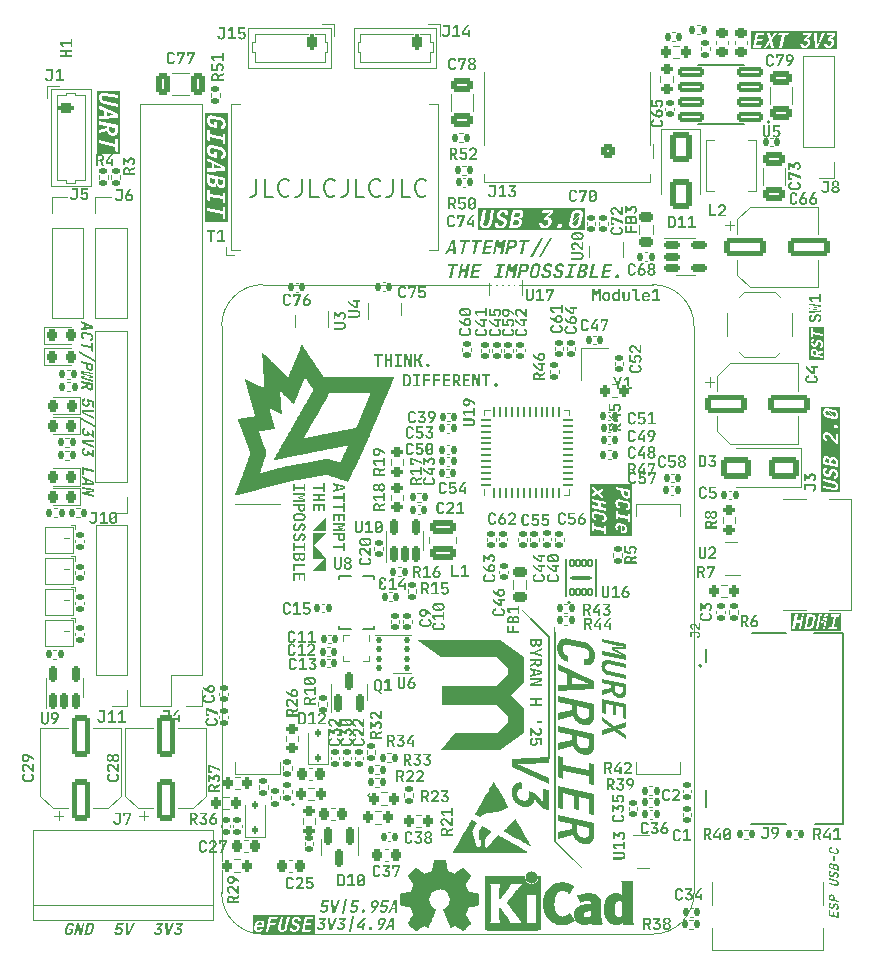
<source format=gbr>
%TF.GenerationSoftware,KiCad,Pcbnew,7.99.0-unknown*%
%TF.CreationDate,2023-12-09T11:39:08-05:00*%
%TF.ProjectId,carrier,63617272-6965-4722-9e6b-696361645f70,V3*%
%TF.SameCoordinates,Original*%
%TF.FileFunction,Legend,Top*%
%TF.FilePolarity,Positive*%
%FSLAX46Y46*%
G04 Gerber Fmt 4.6, Leading zero omitted, Abs format (unit mm)*
G04 Created by KiCad (PCBNEW 7.99.0-unknown) date 2023-12-09 11:39:08*
%MOMM*%
%LPD*%
G01*
G04 APERTURE LIST*
G04 Aperture macros list*
%AMRoundRect*
0 Rectangle with rounded corners*
0 $1 Rounding radius*
0 $2 $3 $4 $5 $6 $7 $8 $9 X,Y pos of 4 corners*
0 Add a 4 corners polygon primitive as box body*
4,1,4,$2,$3,$4,$5,$6,$7,$8,$9,$2,$3,0*
0 Add four circle primitives for the rounded corners*
1,1,$1+$1,$2,$3*
1,1,$1+$1,$4,$5*
1,1,$1+$1,$6,$7*
1,1,$1+$1,$8,$9*
0 Add four rect primitives between the rounded corners*
20,1,$1+$1,$2,$3,$4,$5,0*
20,1,$1+$1,$4,$5,$6,$7,0*
20,1,$1+$1,$6,$7,$8,$9,0*
20,1,$1+$1,$8,$9,$2,$3,0*%
G04 Aperture macros list end*
%ADD10C,0.200000*%
%ADD11C,0.001000*%
%ADD12C,0.600000*%
%ADD13C,0.150000*%
%ADD14C,0.100000*%
%ADD15C,0.050000*%
%ADD16C,0.120000*%
%ADD17C,0.010000*%
%ADD18C,0.127000*%
%ADD19RoundRect,0.200000X0.275000X-0.200000X0.275000X0.200000X-0.275000X0.200000X-0.275000X-0.200000X0*%
%ADD20RoundRect,0.135000X0.135000X0.185000X-0.135000X0.185000X-0.135000X-0.185000X0.135000X-0.185000X0*%
%ADD21RoundRect,0.140000X-0.170000X0.140000X-0.170000X-0.140000X0.170000X-0.140000X0.170000X0.140000X0*%
%ADD22RoundRect,0.135000X-0.135000X-0.185000X0.135000X-0.185000X0.135000X0.185000X-0.135000X0.185000X0*%
%ADD23R,0.350000X0.375000*%
%ADD24R,0.375000X0.350000*%
%ADD25RoundRect,0.250000X0.550000X-1.500000X0.550000X1.500000X-0.550000X1.500000X-0.550000X-1.500000X0*%
%ADD26RoundRect,0.140000X0.170000X-0.140000X0.170000X0.140000X-0.170000X0.140000X-0.170000X-0.140000X0*%
%ADD27R,0.800000X0.700000*%
%ADD28RoundRect,0.140000X-0.140000X-0.170000X0.140000X-0.170000X0.140000X0.170000X-0.140000X0.170000X0*%
%ADD29RoundRect,0.250000X-0.650000X1.000000X-0.650000X-1.000000X0.650000X-1.000000X0.650000X1.000000X0*%
%ADD30RoundRect,0.200000X0.200000X0.450000X-0.200000X0.450000X-0.200000X-0.450000X0.200000X-0.450000X0*%
%ADD31O,0.800000X1.300000*%
%ADD32RoundRect,0.250000X0.325000X0.650000X-0.325000X0.650000X-0.325000X-0.650000X0.325000X-0.650000X0*%
%ADD33RoundRect,0.200000X0.200000X0.275000X-0.200000X0.275000X-0.200000X-0.275000X0.200000X-0.275000X0*%
%ADD34RoundRect,0.140000X0.140000X0.170000X-0.140000X0.170000X-0.140000X-0.170000X0.140000X-0.170000X0*%
%ADD35C,0.650000*%
%ADD36R,1.450000X0.600000*%
%ADD37R,1.450000X0.300000*%
%ADD38O,2.100000X1.000000*%
%ADD39O,1.600000X1.000000*%
%ADD40RoundRect,0.135000X0.185000X-0.135000X0.185000X0.135000X-0.185000X0.135000X-0.185000X-0.135000X0*%
%ADD41R,0.300000X0.550000*%
%ADD42R,0.400000X0.550000*%
%ADD43RoundRect,0.218750X0.218750X0.256250X-0.218750X0.256250X-0.218750X-0.256250X0.218750X-0.256250X0*%
%ADD44RoundRect,0.225000X0.225000X0.250000X-0.225000X0.250000X-0.225000X-0.250000X0.225000X-0.250000X0*%
%ADD45R,0.700000X0.200000*%
%ADD46RoundRect,0.150000X-0.150000X0.587500X-0.150000X-0.587500X0.150000X-0.587500X0.150000X0.587500X0*%
%ADD47RoundRect,0.135000X-0.185000X0.135000X-0.185000X-0.135000X0.185000X-0.135000X0.185000X0.135000X0*%
%ADD48RoundRect,0.200000X-0.200000X-0.275000X0.200000X-0.275000X0.200000X0.275000X-0.200000X0.275000X0*%
%ADD49R,1.700000X1.700000*%
%ADD50O,1.700000X1.700000*%
%ADD51RoundRect,0.250000X-1.500000X-0.550000X1.500000X-0.550000X1.500000X0.550000X-1.500000X0.550000X0*%
%ADD52RoundRect,0.225000X0.250000X-0.225000X0.250000X0.225000X-0.250000X0.225000X-0.250000X-0.225000X0*%
%ADD53RoundRect,0.218750X-0.218750X-0.256250X0.218750X-0.256250X0.218750X0.256250X-0.218750X0.256250X0*%
%ADD54R,0.550000X0.300000*%
%ADD55R,0.550000X0.400000*%
%ADD56RoundRect,0.250000X0.850000X-0.375000X0.850000X0.375000X-0.850000X0.375000X-0.850000X-0.375000X0*%
%ADD57C,3.200000*%
%ADD58R,3.000000X3.000000*%
%ADD59C,3.000000*%
%ADD60RoundRect,0.150000X0.150000X-0.587500X0.150000X0.587500X-0.150000X0.587500X-0.150000X-0.587500X0*%
%ADD61RoundRect,0.200000X-0.450000X0.200000X-0.450000X-0.200000X0.450000X-0.200000X0.450000X0.200000X0*%
%ADD62O,1.300000X0.800000*%
%ADD63R,0.800000X0.900000*%
%ADD64R,0.750000X2.290000*%
%ADD65RoundRect,0.250000X1.000000X0.650000X-1.000000X0.650000X-1.000000X-0.650000X1.000000X-0.650000X0*%
%ADD66R,2.600000X0.300000*%
%ADD67O,3.300000X1.500000*%
%ADD68O,2.300000X1.500000*%
%ADD69RoundRect,0.250000X0.650000X-0.325000X0.650000X0.325000X-0.650000X0.325000X-0.650000X-0.325000X0*%
%ADD70RoundRect,0.218750X0.381250X-0.218750X0.381250X0.218750X-0.381250X0.218750X-0.381250X-0.218750X0*%
%ADD71RoundRect,0.250000X-0.650000X0.325000X-0.650000X-0.325000X0.650000X-0.325000X0.650000X0.325000X0*%
%ADD72RoundRect,0.150000X-0.512500X-0.150000X0.512500X-0.150000X0.512500X0.150000X-0.512500X0.150000X0*%
%ADD73R,1.000000X0.750000*%
%ADD74RoundRect,0.200000X-0.275000X0.200000X-0.275000X-0.200000X0.275000X-0.200000X0.275000X0.200000X0*%
%ADD75R,2.286000X1.854500*%
%ADD76RoundRect,0.112500X0.112500X-0.187500X0.112500X0.187500X-0.112500X0.187500X-0.112500X-0.187500X0*%
%ADD77RoundRect,0.250000X0.350000X0.350000X-0.350000X0.350000X-0.350000X-0.350000X0.350000X-0.350000X0*%
%ADD78C,1.200000*%
%ADD79O,1.200000X2.400000*%
%ADD80O,1.200000X2.100000*%
%ADD81R,0.590000X0.350000*%
%ADD82R,0.350000X0.590000*%
%ADD83RoundRect,0.150000X0.150000X-0.512500X0.150000X0.512500X-0.150000X0.512500X-0.150000X-0.512500X0*%
%ADD84RoundRect,0.125000X0.137500X-0.125000X0.137500X0.125000X-0.137500X0.125000X-0.137500X-0.125000X0*%
%ADD85RoundRect,0.062500X0.062500X-0.362500X0.062500X0.362500X-0.062500X0.362500X-0.062500X-0.362500X0*%
%ADD86RoundRect,0.062500X0.362500X-0.062500X0.362500X0.062500X-0.362500X0.062500X-0.362500X-0.062500X0*%
%ADD87R,5.450000X5.450000*%
%ADD88RoundRect,0.144000X0.943000X0.258000X-0.943000X0.258000X-0.943000X-0.258000X0.943000X-0.258000X0*%
%ADD89RoundRect,0.102000X0.175000X-0.245000X0.175000X0.245000X-0.175000X0.245000X-0.175000X-0.245000X0*%
%ADD90RoundRect,0.102000X-0.175000X0.245000X-0.175000X-0.245000X0.175000X-0.245000X0.175000X0.245000X0*%
%ADD91RoundRect,0.102000X0.800000X-0.100000X0.800000X0.100000X-0.800000X0.100000X-0.800000X-0.100000X0*%
%ADD92R,0.600000X1.450000*%
%ADD93R,0.300000X1.450000*%
%ADD94O,1.000000X2.100000*%
%ADD95O,1.000000X1.600000*%
G04 APERTURE END LIST*
D10*
G36*
X21887076Y72803000D02*
G01*
X21674292Y72803000D01*
X21669309Y73121884D01*
X21324048Y73121884D01*
X21187174Y72803000D01*
X20975562Y72803000D01*
X21203250Y73290705D01*
X21398786Y73290705D01*
X21664913Y73290705D01*
X21654068Y73723014D01*
X21653854Y73736180D01*
X21653724Y73749261D01*
X21653678Y73762258D01*
X21653716Y73775171D01*
X21653775Y73782512D01*
X21654074Y73795168D01*
X21654457Y73807236D01*
X21654997Y73820306D01*
X21655647Y73832607D01*
X21655827Y73835562D01*
X21657067Y73847960D01*
X21658223Y73860021D01*
X21659295Y73871746D01*
X21660417Y73884733D01*
X21660810Y73889490D01*
X21652603Y73889490D01*
X21648728Y73878295D01*
X21644797Y73866762D01*
X21640810Y73854893D01*
X21636767Y73842687D01*
X21634431Y73835562D01*
X21630145Y73823453D01*
X21626094Y73812227D01*
X21621762Y73800412D01*
X21617150Y73788008D01*
X21615087Y73782512D01*
X21610897Y73771490D01*
X21606459Y73760407D01*
X21601775Y73749261D01*
X21596842Y73738054D01*
X21591663Y73726785D01*
X21589881Y73723014D01*
X21398786Y73290705D01*
X21203250Y73290705D01*
X21553538Y74041019D01*
X21832268Y74041019D01*
X21887076Y72803000D01*
G37*
G36*
X22264871Y74041019D02*
G01*
X23126560Y74041019D01*
X23087872Y73854906D01*
X22761075Y73854906D01*
X22542429Y72803000D01*
X22334334Y72803000D01*
X22552980Y73854906D01*
X22226183Y73854906D01*
X22264871Y74041019D01*
G37*
G36*
X23271933Y74041019D02*
G01*
X24133622Y74041019D01*
X24094934Y73854906D01*
X23768137Y73854906D01*
X23549491Y72803000D01*
X23341396Y72803000D01*
X23560042Y73854906D01*
X23233245Y73854906D01*
X23271933Y74041019D01*
G37*
G36*
X24099037Y72803000D02*
G01*
X24356371Y74041019D01*
X25087928Y74041019D01*
X25049239Y73854906D01*
X24524020Y73854906D01*
X24457195Y73533091D01*
X24924676Y73533091D01*
X24885988Y73346978D01*
X24418507Y73346978D01*
X24344061Y72989114D01*
X24869281Y72989114D01*
X24830593Y72803000D01*
X24099037Y72803000D01*
G37*
G36*
X25563322Y74041019D02*
G01*
X25598200Y73635966D01*
X25599445Y73622796D01*
X25600175Y73610820D01*
X25600567Y73598424D01*
X25600623Y73585608D01*
X25600544Y73579986D01*
X25600274Y73566905D01*
X25599975Y73554076D01*
X25599649Y73541500D01*
X25599294Y73529176D01*
X25599079Y73522247D01*
X25598454Y73508655D01*
X25597604Y73495063D01*
X25596530Y73481470D01*
X25595232Y73467878D01*
X25594389Y73460111D01*
X25607579Y73460111D01*
X25611367Y73471762D01*
X25615259Y73483412D01*
X25619253Y73495063D01*
X25623351Y73506713D01*
X25627551Y73518363D01*
X25628974Y73522247D01*
X25633090Y73534426D01*
X25637485Y73546859D01*
X25642162Y73559543D01*
X25646393Y73570616D01*
X25650077Y73579986D01*
X25654734Y73591152D01*
X25659474Y73602009D01*
X25665108Y73614285D01*
X25670854Y73626140D01*
X25675869Y73635966D01*
X25870482Y74041019D01*
X26123126Y74041019D01*
X25865792Y72803000D01*
X25676162Y72803000D01*
X25842931Y73605778D01*
X25845422Y73617424D01*
X25848060Y73629207D01*
X25850844Y73641127D01*
X25853775Y73653185D01*
X25856853Y73665381D01*
X25860077Y73677714D01*
X25863447Y73690184D01*
X25866964Y73702791D01*
X25870619Y73715321D01*
X25874255Y73727557D01*
X25877873Y73739501D01*
X25881473Y73751151D01*
X25885054Y73762509D01*
X25889504Y73776293D01*
X25893927Y73789619D01*
X25895687Y73794822D01*
X25899447Y73807223D01*
X25903253Y73819515D01*
X25907104Y73831696D01*
X25911001Y73843768D01*
X25914944Y73855730D01*
X25918933Y73867582D01*
X25922968Y73879324D01*
X25927048Y73890956D01*
X25907118Y73890956D01*
X25902287Y73879750D01*
X25897464Y73868553D01*
X25892651Y73857365D01*
X25887847Y73846186D01*
X25883052Y73835017D01*
X25878267Y73823856D01*
X25873490Y73812705D01*
X25868723Y73801563D01*
X25863431Y73789112D01*
X25857995Y73776490D01*
X25852417Y73763696D01*
X25846695Y73750730D01*
X25840831Y73737592D01*
X25834823Y73724283D01*
X25832380Y73718911D01*
X25826308Y73705662D01*
X25820364Y73692842D01*
X25814550Y73680452D01*
X25808864Y73668490D01*
X25803307Y73656958D01*
X25797878Y73645856D01*
X25795743Y73641535D01*
X25651542Y73337013D01*
X25492980Y73337013D01*
X25470705Y73641535D01*
X25469564Y73653479D01*
X25468524Y73665681D01*
X25467584Y73678140D01*
X25466744Y73690857D01*
X25466004Y73703831D01*
X25465364Y73717063D01*
X25465136Y73722428D01*
X25464622Y73735763D01*
X25464180Y73748841D01*
X25463810Y73761661D01*
X25463510Y73774223D01*
X25463283Y73786528D01*
X25463127Y73798575D01*
X25463085Y73803322D01*
X25462846Y73817208D01*
X25462678Y73831022D01*
X25462582Y73844765D01*
X25462558Y73858436D01*
X25462605Y73872036D01*
X25462724Y73885565D01*
X25462791Y73890956D01*
X25444913Y73890956D01*
X25443898Y73876399D01*
X25443076Y73864629D01*
X25442245Y73852750D01*
X25441405Y73840760D01*
X25440555Y73828661D01*
X25439696Y73816452D01*
X25438829Y73804133D01*
X25438172Y73794822D01*
X25436410Y73781679D01*
X25434605Y73768077D01*
X25432758Y73754018D01*
X25430867Y73739501D01*
X25429324Y73727557D01*
X25427753Y73715321D01*
X25426155Y73702791D01*
X25424493Y73690184D01*
X25422729Y73677714D01*
X25420866Y73665381D01*
X25418901Y73653185D01*
X25416836Y73641127D01*
X25414669Y73629207D01*
X25412403Y73617424D01*
X25410035Y73605778D01*
X25243266Y72803000D01*
X25055101Y72803000D01*
X25312436Y74041019D01*
X25563322Y74041019D01*
G37*
G36*
X26776878Y74040784D02*
G01*
X26793067Y74040081D01*
X26808875Y74038909D01*
X26824302Y74037268D01*
X26839347Y74035158D01*
X26854012Y74032580D01*
X26868295Y74029532D01*
X26882197Y74026016D01*
X26895717Y74022031D01*
X26908856Y74017577D01*
X26917404Y74014347D01*
X26929917Y74009203D01*
X26941955Y74003662D01*
X26953520Y73997724D01*
X26964610Y73991390D01*
X26975227Y73984659D01*
X26985369Y73977531D01*
X26995038Y73970007D01*
X27004232Y73962085D01*
X27012953Y73953768D01*
X27021200Y73945053D01*
X27026434Y73939023D01*
X27033938Y73929717D01*
X27040952Y73920046D01*
X27047477Y73910009D01*
X27053513Y73899607D01*
X27059059Y73888838D01*
X27064116Y73877704D01*
X27068683Y73866204D01*
X27072761Y73854338D01*
X27076349Y73842106D01*
X27079448Y73829509D01*
X27081242Y73820907D01*
X27083495Y73807741D01*
X27085196Y73794292D01*
X27086345Y73780559D01*
X27086944Y73766543D01*
X27086991Y73752244D01*
X27086487Y73737661D01*
X27085432Y73722795D01*
X27083825Y73707645D01*
X27081667Y73692213D01*
X27078958Y73676496D01*
X27076846Y73665862D01*
X27073382Y73650271D01*
X27069475Y73634932D01*
X27065125Y73619847D01*
X27060332Y73605013D01*
X27055096Y73590432D01*
X27049417Y73576104D01*
X27043294Y73562027D01*
X27036729Y73548204D01*
X27029721Y73534633D01*
X27022269Y73521314D01*
X27017055Y73512575D01*
X27008969Y73499723D01*
X27000538Y73487217D01*
X26991761Y73475055D01*
X26982640Y73463239D01*
X26973173Y73451768D01*
X26963361Y73440643D01*
X26953204Y73429862D01*
X26942702Y73419427D01*
X26931854Y73409337D01*
X26920661Y73399592D01*
X26913008Y73393287D01*
X26901315Y73384200D01*
X26889319Y73375516D01*
X26877018Y73367233D01*
X26864414Y73359352D01*
X26851506Y73351873D01*
X26838293Y73344796D01*
X26824777Y73338121D01*
X26810957Y73331847D01*
X26796833Y73325976D01*
X26782405Y73320506D01*
X26772617Y73317083D01*
X26757741Y73312369D01*
X26742680Y73308118D01*
X26727434Y73304332D01*
X26712002Y73301009D01*
X26696385Y73298149D01*
X26680582Y73295754D01*
X26664593Y73293822D01*
X26648419Y73292353D01*
X26632060Y73291349D01*
X26615515Y73290808D01*
X26604382Y73290705D01*
X26403029Y73290705D01*
X26301619Y72803000D01*
X26095283Y72803000D01*
X26235342Y73476818D01*
X26441717Y73476818D01*
X26643071Y73476818D01*
X26658956Y73477274D01*
X26674408Y73478641D01*
X26689428Y73480921D01*
X26704015Y73484113D01*
X26718170Y73488216D01*
X26731891Y73493232D01*
X26745180Y73499159D01*
X26758036Y73505999D01*
X26770459Y73513750D01*
X26782449Y73522413D01*
X26790202Y73528695D01*
X26801304Y73538715D01*
X26811638Y73549323D01*
X26821205Y73560519D01*
X26830003Y73572301D01*
X26838034Y73584671D01*
X26845298Y73597629D01*
X26851794Y73611173D01*
X26857522Y73625305D01*
X26862482Y73640024D01*
X26866675Y73655331D01*
X26869044Y73665862D01*
X26871889Y73681560D01*
X26873719Y73696671D01*
X26874533Y73711194D01*
X26874333Y73725130D01*
X26873118Y73738479D01*
X26870888Y73751241D01*
X26867644Y73763415D01*
X26863384Y73775002D01*
X26858109Y73786001D01*
X26851819Y73796413D01*
X26847062Y73803028D01*
X26839236Y73812299D01*
X26830596Y73820659D01*
X26821142Y73828106D01*
X26810875Y73834641D01*
X26799793Y73840264D01*
X26787897Y73844976D01*
X26775187Y73848776D01*
X26761663Y73851663D01*
X26747325Y73853639D01*
X26732173Y73854703D01*
X26721619Y73854906D01*
X26520265Y73854906D01*
X26441717Y73476818D01*
X26235342Y73476818D01*
X26352617Y74041019D01*
X26760307Y74041019D01*
X26776878Y74040784D01*
G37*
G36*
X27300182Y74041019D02*
G01*
X28161870Y74041019D01*
X28123182Y73854906D01*
X27796385Y73854906D01*
X27577739Y72803000D01*
X27369644Y72803000D01*
X27588290Y73854906D01*
X27261493Y73854906D01*
X27300182Y74041019D01*
G37*
G36*
X29840405Y74219218D02*
G01*
X30054655Y74219218D01*
X29144899Y72615422D01*
X28928891Y72615422D01*
X29840405Y74219218D01*
G37*
G36*
X29097125Y74219218D02*
G01*
X29311668Y74219218D01*
X28401912Y72615422D01*
X28185904Y72615422D01*
X29097125Y74219218D01*
G37*
G36*
X21257809Y72025019D02*
G01*
X22119498Y72025019D01*
X22080810Y71838906D01*
X21754013Y71838906D01*
X21535366Y70787000D01*
X21327272Y70787000D01*
X21545918Y71838906D01*
X21219121Y71838906D01*
X21257809Y72025019D01*
G37*
G36*
X22067034Y70787000D02*
G01*
X22324369Y72025019D01*
X22530705Y72025019D01*
X22429295Y71537315D01*
X22759609Y71537315D01*
X22861019Y72025019D01*
X23067355Y72025019D01*
X22810021Y70787000D01*
X22603685Y70787000D01*
X22716818Y71330978D01*
X22386504Y71330978D01*
X22273371Y70787000D01*
X22067034Y70787000D01*
G37*
G36*
X23091975Y70787000D02*
G01*
X23349309Y72025019D01*
X24080865Y72025019D01*
X24042177Y71838906D01*
X23516958Y71838906D01*
X23450133Y71517091D01*
X23917613Y71517091D01*
X23878925Y71330978D01*
X23411445Y71330978D01*
X23336999Y70973114D01*
X23862219Y70973114D01*
X23823531Y70787000D01*
X23091975Y70787000D01*
G37*
G36*
X25358744Y72025019D02*
G01*
X26075352Y72025019D01*
X26036664Y71838906D01*
X25782261Y71838906D01*
X25602303Y70973114D01*
X25856706Y70973114D01*
X25818018Y70787000D01*
X25101410Y70787000D01*
X25140098Y70973114D01*
X25394208Y70973114D01*
X25574166Y71838906D01*
X25320056Y71838906D01*
X25358744Y72025019D01*
G37*
G36*
X26570384Y72025019D02*
G01*
X26605262Y71619966D01*
X26606507Y71606796D01*
X26607237Y71594820D01*
X26607629Y71582424D01*
X26607686Y71569608D01*
X26607607Y71563986D01*
X26607336Y71550905D01*
X26607037Y71538076D01*
X26606711Y71525500D01*
X26606356Y71513176D01*
X26606141Y71506247D01*
X26605516Y71492655D01*
X26604666Y71479063D01*
X26603593Y71465470D01*
X26602294Y71451878D01*
X26601452Y71444111D01*
X26614641Y71444111D01*
X26618429Y71455762D01*
X26622321Y71467412D01*
X26626315Y71479063D01*
X26630413Y71490713D01*
X26634613Y71502363D01*
X26636036Y71506247D01*
X26640152Y71518426D01*
X26644547Y71530859D01*
X26649224Y71543543D01*
X26653455Y71554616D01*
X26657139Y71563986D01*
X26661796Y71575152D01*
X26666536Y71586009D01*
X26672170Y71598285D01*
X26677916Y71610140D01*
X26682931Y71619966D01*
X26877544Y72025019D01*
X27130188Y72025019D01*
X26872854Y70787000D01*
X26683224Y70787000D01*
X26849993Y71589778D01*
X26852484Y71601424D01*
X26855122Y71613207D01*
X26857907Y71625127D01*
X26860837Y71637185D01*
X26863915Y71649381D01*
X26867139Y71661714D01*
X26870510Y71674184D01*
X26874027Y71686791D01*
X26877681Y71699321D01*
X26881317Y71711557D01*
X26884935Y71723501D01*
X26888535Y71735151D01*
X26892116Y71746509D01*
X26896567Y71760293D01*
X26900989Y71773619D01*
X26902750Y71778822D01*
X26906509Y71791223D01*
X26910315Y71803515D01*
X26914166Y71815696D01*
X26918064Y71827768D01*
X26922007Y71839730D01*
X26925995Y71851582D01*
X26930030Y71863324D01*
X26934110Y71874956D01*
X26914180Y71874956D01*
X26909349Y71863750D01*
X26904526Y71852553D01*
X26899713Y71841365D01*
X26894909Y71830186D01*
X26890115Y71819017D01*
X26885329Y71807856D01*
X26880552Y71796705D01*
X26875785Y71785563D01*
X26870493Y71773112D01*
X26865058Y71760490D01*
X26859479Y71747696D01*
X26853757Y71734730D01*
X26847893Y71721592D01*
X26841885Y71708283D01*
X26839442Y71702911D01*
X26833370Y71689662D01*
X26827426Y71676842D01*
X26821612Y71664452D01*
X26815926Y71652490D01*
X26810369Y71640958D01*
X26804941Y71629856D01*
X26802805Y71625535D01*
X26658604Y71321013D01*
X26500042Y71321013D01*
X26477767Y71625535D01*
X26476626Y71637479D01*
X26475586Y71649681D01*
X26474646Y71662140D01*
X26473806Y71674857D01*
X26473066Y71687831D01*
X26472426Y71701063D01*
X26472198Y71706428D01*
X26471684Y71719763D01*
X26471242Y71732841D01*
X26470872Y71745661D01*
X26470573Y71758223D01*
X26470345Y71770528D01*
X26470189Y71782575D01*
X26470147Y71787322D01*
X26469908Y71801208D01*
X26469740Y71815022D01*
X26469644Y71828765D01*
X26469620Y71842436D01*
X26469667Y71856036D01*
X26469786Y71869565D01*
X26469854Y71874956D01*
X26451975Y71874956D01*
X26450960Y71860399D01*
X26450138Y71848629D01*
X26449307Y71836750D01*
X26448467Y71824760D01*
X26447617Y71812661D01*
X26446759Y71800452D01*
X26445891Y71788133D01*
X26445234Y71778822D01*
X26443472Y71765679D01*
X26441668Y71752077D01*
X26439820Y71738018D01*
X26437929Y71723501D01*
X26436386Y71711557D01*
X26434815Y71699321D01*
X26433217Y71686791D01*
X26431555Y71674184D01*
X26429792Y71661714D01*
X26427928Y71649381D01*
X26425963Y71637185D01*
X26423898Y71625127D01*
X26421732Y71613207D01*
X26419465Y71601424D01*
X26417097Y71589778D01*
X26250328Y70787000D01*
X26062163Y70787000D01*
X26319498Y72025019D01*
X26570384Y72025019D01*
G37*
G36*
X27783940Y72024784D02*
G01*
X27800129Y72024081D01*
X27815937Y72022909D01*
X27831364Y72021268D01*
X27846409Y72019158D01*
X27861074Y72016580D01*
X27875357Y72013532D01*
X27889259Y72010016D01*
X27902779Y72006031D01*
X27915919Y72001577D01*
X27924466Y71998347D01*
X27936979Y71993203D01*
X27949017Y71987662D01*
X27960582Y71981724D01*
X27971672Y71975390D01*
X27982289Y71968659D01*
X27992431Y71961531D01*
X28002100Y71954007D01*
X28011295Y71946085D01*
X28020015Y71937768D01*
X28028262Y71929053D01*
X28033496Y71923023D01*
X28041000Y71913717D01*
X28048015Y71904046D01*
X28054540Y71894009D01*
X28060575Y71883607D01*
X28066121Y71872838D01*
X28071178Y71861704D01*
X28075745Y71850204D01*
X28079823Y71838338D01*
X28083411Y71826106D01*
X28086510Y71813509D01*
X28088304Y71804907D01*
X28090557Y71791741D01*
X28092258Y71778292D01*
X28093407Y71764559D01*
X28094006Y71750543D01*
X28094053Y71736244D01*
X28093549Y71721661D01*
X28092494Y71706795D01*
X28090887Y71691645D01*
X28088729Y71676213D01*
X28086020Y71660496D01*
X28083908Y71649862D01*
X28080444Y71634271D01*
X28076537Y71618932D01*
X28072187Y71603847D01*
X28067394Y71589013D01*
X28062158Y71574432D01*
X28056479Y71560104D01*
X28050356Y71546027D01*
X28043791Y71532204D01*
X28036783Y71518633D01*
X28029331Y71505314D01*
X28024117Y71496575D01*
X28016031Y71483723D01*
X28007600Y71471217D01*
X27998824Y71459055D01*
X27989702Y71447239D01*
X27980235Y71435768D01*
X27970423Y71424643D01*
X27960266Y71413862D01*
X27949764Y71403427D01*
X27938916Y71393337D01*
X27927723Y71383592D01*
X27920070Y71377287D01*
X27908377Y71368200D01*
X27896381Y71359516D01*
X27884081Y71351233D01*
X27871476Y71343352D01*
X27858568Y71335873D01*
X27845356Y71328796D01*
X27831839Y71322121D01*
X27818019Y71315847D01*
X27803895Y71309976D01*
X27789467Y71304506D01*
X27779679Y71301083D01*
X27764804Y71296369D01*
X27749743Y71292118D01*
X27734496Y71288332D01*
X27719064Y71285009D01*
X27703447Y71282149D01*
X27687644Y71279754D01*
X27671655Y71277822D01*
X27655482Y71276353D01*
X27639122Y71275349D01*
X27622577Y71274808D01*
X27611445Y71274705D01*
X27410091Y71274705D01*
X27308681Y70787000D01*
X27102345Y70787000D01*
X27242404Y71460818D01*
X27448779Y71460818D01*
X27650133Y71460818D01*
X27666018Y71461274D01*
X27681471Y71462641D01*
X27696490Y71464921D01*
X27711077Y71468113D01*
X27725232Y71472216D01*
X27738953Y71477232D01*
X27752242Y71483159D01*
X27765098Y71489999D01*
X27777521Y71497750D01*
X27789511Y71506413D01*
X27797265Y71512695D01*
X27808366Y71522715D01*
X27818700Y71533323D01*
X27828267Y71544519D01*
X27837065Y71556301D01*
X27845097Y71568671D01*
X27852360Y71581629D01*
X27858856Y71595173D01*
X27864584Y71609305D01*
X27869545Y71624024D01*
X27873737Y71639331D01*
X27876106Y71649862D01*
X27878951Y71665560D01*
X27880781Y71680671D01*
X27881596Y71695194D01*
X27881396Y71709130D01*
X27880181Y71722479D01*
X27877951Y71735241D01*
X27874706Y71747415D01*
X27870446Y71759002D01*
X27865171Y71770001D01*
X27858881Y71780413D01*
X27854124Y71787028D01*
X27846298Y71796299D01*
X27837659Y71804659D01*
X27828205Y71812106D01*
X27817937Y71818641D01*
X27806855Y71824264D01*
X27794959Y71828976D01*
X27782249Y71832776D01*
X27768725Y71835663D01*
X27754387Y71837639D01*
X27739235Y71838703D01*
X27728681Y71838906D01*
X27527327Y71838906D01*
X27448779Y71460818D01*
X27242404Y71460818D01*
X27359679Y72025019D01*
X27767369Y72025019D01*
X27783940Y72024784D01*
G37*
G36*
X28758419Y72043542D02*
G01*
X28774569Y72042839D01*
X28790348Y72041667D01*
X28805755Y72040026D01*
X28820792Y72037916D01*
X28835458Y72035338D01*
X28849754Y72032290D01*
X28863678Y72028774D01*
X28877231Y72024789D01*
X28890413Y72020335D01*
X28898995Y72017105D01*
X28911557Y72011898D01*
X28923635Y72006279D01*
X28935229Y72000248D01*
X28946339Y71993804D01*
X28956964Y71986949D01*
X28967105Y71979681D01*
X28976761Y71972001D01*
X28985933Y71963909D01*
X28994621Y71955405D01*
X29002825Y71946488D01*
X29008025Y71940315D01*
X29015424Y71930795D01*
X29022344Y71920920D01*
X29028785Y71910689D01*
X29034747Y71900102D01*
X29040229Y71889160D01*
X29045233Y71877863D01*
X29049757Y71866210D01*
X29053802Y71854201D01*
X29057368Y71841837D01*
X29060455Y71829118D01*
X29062247Y71820441D01*
X29064549Y71807217D01*
X29066290Y71793705D01*
X29067469Y71779905D01*
X29068086Y71765816D01*
X29068142Y71751438D01*
X29067636Y71736772D01*
X29066569Y71721818D01*
X29064940Y71706575D01*
X29062749Y71691043D01*
X29059997Y71675223D01*
X29057851Y71664516D01*
X28950872Y71149261D01*
X28947354Y71133553D01*
X28943392Y71118082D01*
X28938987Y71102847D01*
X28934139Y71087850D01*
X28928848Y71073089D01*
X28923113Y71058566D01*
X28916936Y71044279D01*
X28910316Y71030230D01*
X28903252Y71016417D01*
X28895746Y71002842D01*
X28890496Y70993923D01*
X28882300Y70980859D01*
X28873758Y70968156D01*
X28864872Y70955814D01*
X28855641Y70943832D01*
X28846064Y70932211D01*
X28836142Y70920950D01*
X28825875Y70910050D01*
X28815263Y70899511D01*
X28804305Y70889332D01*
X28793003Y70879514D01*
X28785276Y70873169D01*
X28773429Y70864023D01*
X28761298Y70855268D01*
X28748885Y70846904D01*
X28736187Y70838933D01*
X28723207Y70831352D01*
X28709943Y70824164D01*
X28696396Y70817366D01*
X28682566Y70810961D01*
X28668452Y70804947D01*
X28654054Y70799324D01*
X28644299Y70795793D01*
X28629531Y70790870D01*
X28614572Y70786430D01*
X28599422Y70782475D01*
X28584082Y70779005D01*
X28568552Y70776018D01*
X28552830Y70773516D01*
X28536918Y70771498D01*
X28520816Y70769965D01*
X28504522Y70768915D01*
X28488039Y70768350D01*
X28476944Y70768243D01*
X28460423Y70768477D01*
X28444273Y70769180D01*
X28428494Y70770352D01*
X28413086Y70771993D01*
X28398049Y70774103D01*
X28383383Y70776682D01*
X28369088Y70779729D01*
X28355164Y70783245D01*
X28341611Y70787230D01*
X28328429Y70791684D01*
X28319847Y70794914D01*
X28307334Y70800118D01*
X28295296Y70805730D01*
X28283731Y70811748D01*
X28272641Y70818174D01*
X28262024Y70825006D01*
X28251881Y70832245D01*
X28242213Y70839892D01*
X28233018Y70847945D01*
X28224298Y70856406D01*
X28216051Y70865273D01*
X28210817Y70871411D01*
X28203417Y70880988D01*
X28196497Y70890927D01*
X28190057Y70901225D01*
X28184095Y70911885D01*
X28178612Y70922905D01*
X28173609Y70934286D01*
X28169085Y70946027D01*
X28165039Y70958129D01*
X28161473Y70970592D01*
X28158386Y70983415D01*
X28156595Y70992164D01*
X28154395Y71005597D01*
X28152741Y71019298D01*
X28151633Y71033267D01*
X28151072Y71047504D01*
X28151056Y71062008D01*
X28151587Y71076781D01*
X28152664Y71091821D01*
X28153531Y71100003D01*
X28361719Y71100003D01*
X28361901Y71085642D01*
X28363107Y71071921D01*
X28365339Y71058838D01*
X28368596Y71046394D01*
X28372878Y71034589D01*
X28378185Y71023423D01*
X28384518Y71012896D01*
X28389309Y71006233D01*
X28397292Y70996962D01*
X28406074Y70988603D01*
X28415654Y70981156D01*
X28426033Y70974620D01*
X28437210Y70968997D01*
X28449186Y70964285D01*
X28461960Y70960486D01*
X28475533Y70957598D01*
X28489905Y70955622D01*
X28505075Y70954558D01*
X28515632Y70954356D01*
X28531574Y70954812D01*
X28547090Y70956180D01*
X28562177Y70958459D01*
X28576837Y70961651D01*
X28591070Y70965754D01*
X28604875Y70970770D01*
X28618252Y70976697D01*
X28631201Y70983537D01*
X28643723Y70991288D01*
X28655817Y70999951D01*
X28663643Y71006233D01*
X28674907Y71016334D01*
X28685398Y71027074D01*
X28695116Y71038453D01*
X28704062Y71050471D01*
X28712235Y71063128D01*
X28719635Y71076424D01*
X28726262Y71090358D01*
X28732116Y71104931D01*
X28737198Y71120144D01*
X28741507Y71135995D01*
X28743950Y71146917D01*
X28851807Y71665102D01*
X28854752Y71681377D01*
X28856661Y71697007D01*
X28857534Y71711993D01*
X28857372Y71726336D01*
X28856174Y71740034D01*
X28853940Y71753088D01*
X28850671Y71765499D01*
X28846367Y71777265D01*
X28841027Y71788387D01*
X28834651Y71798865D01*
X28829826Y71805493D01*
X28821840Y71814817D01*
X28813051Y71823223D01*
X28803458Y71830712D01*
X28793061Y71837284D01*
X28781861Y71842940D01*
X28769856Y71847678D01*
X28757049Y71851499D01*
X28743437Y71854403D01*
X28729022Y71856390D01*
X28713803Y71857460D01*
X28703210Y71857663D01*
X28687320Y71857205D01*
X28671852Y71855829D01*
X28656806Y71853537D01*
X28642183Y71850327D01*
X28627982Y71846200D01*
X28614204Y71841156D01*
X28600849Y71835196D01*
X28587915Y71828318D01*
X28575405Y71820523D01*
X28563316Y71811811D01*
X28555492Y71805493D01*
X28544278Y71795444D01*
X28533826Y71784751D01*
X28524137Y71773414D01*
X28515210Y71761433D01*
X28507046Y71748808D01*
X28499644Y71735539D01*
X28493005Y71721626D01*
X28487128Y71707069D01*
X28482014Y71691868D01*
X28477663Y71676023D01*
X28475185Y71665102D01*
X28367327Y71146917D01*
X28364433Y71130640D01*
X28362563Y71115002D01*
X28361719Y71100003D01*
X28153531Y71100003D01*
X28154287Y71107130D01*
X28156456Y71122706D01*
X28159171Y71138550D01*
X28161284Y71149261D01*
X28268262Y71664516D01*
X28271883Y71680529D01*
X28275932Y71696253D01*
X28280408Y71711688D01*
X28285312Y71726835D01*
X28290644Y71741693D01*
X28296403Y71756263D01*
X28302589Y71770544D01*
X28309204Y71784537D01*
X28316246Y71798241D01*
X28323715Y71811657D01*
X28328932Y71820441D01*
X28337121Y71833397D01*
X28345639Y71845998D01*
X28354486Y71858244D01*
X28363664Y71870134D01*
X28373171Y71881668D01*
X28383008Y71892847D01*
X28393174Y71903670D01*
X28403671Y71914138D01*
X28414497Y71924251D01*
X28425653Y71934008D01*
X28433273Y71940315D01*
X28444965Y71949506D01*
X28456962Y71958285D01*
X28469262Y71966652D01*
X28481867Y71974607D01*
X28494775Y71982149D01*
X28507987Y71989280D01*
X28521503Y71995998D01*
X28535324Y72002304D01*
X28549448Y72008198D01*
X28563876Y72013680D01*
X28573664Y72017105D01*
X28588589Y72021872D01*
X28603690Y72026169D01*
X28618965Y72029998D01*
X28634416Y72033358D01*
X28650042Y72036249D01*
X28665843Y72038671D01*
X28681820Y72040625D01*
X28697971Y72042110D01*
X28714298Y72043125D01*
X28730800Y72043672D01*
X28741898Y72043776D01*
X28758419Y72043542D01*
G37*
G36*
X29151347Y71113504D02*
G01*
X29360907Y71113504D01*
X29359094Y71099520D01*
X29358269Y71086144D01*
X29358434Y71073375D01*
X29359588Y71061215D01*
X29361732Y71049663D01*
X29366128Y71035205D01*
X29372283Y71021828D01*
X29380196Y71009532D01*
X29389868Y70998317D01*
X29392561Y70995682D01*
X29404353Y70985996D01*
X29417602Y70977602D01*
X29428494Y70972153D01*
X29440206Y70967431D01*
X29452736Y70963436D01*
X29466086Y70960167D01*
X29480255Y70957625D01*
X29495243Y70955809D01*
X29511050Y70954719D01*
X29527676Y70954356D01*
X29544741Y70954734D01*
X29561202Y70955870D01*
X29577061Y70957764D01*
X29592317Y70960414D01*
X29606970Y70963822D01*
X29621020Y70967988D01*
X29634468Y70972911D01*
X29647313Y70978591D01*
X29659555Y70985028D01*
X29671194Y70992223D01*
X29678618Y70997440D01*
X29689173Y71005828D01*
X29698965Y71014727D01*
X29707995Y71024135D01*
X29716262Y71034054D01*
X29723767Y71044482D01*
X29730509Y71055421D01*
X29736489Y71066869D01*
X29741706Y71078828D01*
X29746161Y71091297D01*
X29749853Y71104275D01*
X29751891Y71113211D01*
X29754061Y71125047D01*
X29755840Y71140379D01*
X29756346Y71155199D01*
X29755579Y71169505D01*
X29753539Y71183299D01*
X29750226Y71196580D01*
X29745639Y71209348D01*
X29739780Y71221602D01*
X29738116Y71224586D01*
X29730734Y71236012D01*
X29722216Y71246550D01*
X29712562Y71256199D01*
X29701773Y71264959D01*
X29689847Y71272832D01*
X29676787Y71279815D01*
X29662590Y71285911D01*
X29651197Y71289899D01*
X29647258Y71291118D01*
X29522694Y71328927D01*
X29505398Y71334547D01*
X29488755Y71340563D01*
X29472764Y71346976D01*
X29457426Y71353784D01*
X29442740Y71360989D01*
X29428708Y71368590D01*
X29415327Y71376587D01*
X29402600Y71384980D01*
X29390524Y71393770D01*
X29379102Y71402955D01*
X29368332Y71412537D01*
X29358214Y71422514D01*
X29348750Y71432888D01*
X29339937Y71443658D01*
X29331778Y71454824D01*
X29324271Y71466386D01*
X29317463Y71478325D01*
X29311329Y71490621D01*
X29305868Y71503275D01*
X29301080Y71516285D01*
X29296965Y71529653D01*
X29293524Y71543378D01*
X29290755Y71557460D01*
X29288660Y71571899D01*
X29287238Y71586696D01*
X29286490Y71601850D01*
X29286414Y71617361D01*
X29287012Y71633229D01*
X29288282Y71649454D01*
X29290226Y71666037D01*
X29292844Y71682976D01*
X29296134Y71700273D01*
X29299370Y71714708D01*
X29303034Y71728884D01*
X29307126Y71742803D01*
X29311645Y71756464D01*
X29316592Y71769868D01*
X29321966Y71783014D01*
X29327768Y71795903D01*
X29333998Y71808534D01*
X29340655Y71820907D01*
X29347740Y71833023D01*
X29352701Y71840957D01*
X29360447Y71852613D01*
X29368517Y71863949D01*
X29376913Y71874966D01*
X29385632Y71885663D01*
X29394677Y71896041D01*
X29404046Y71906099D01*
X29413739Y71915838D01*
X29423757Y71925258D01*
X29434100Y71934358D01*
X29444767Y71943139D01*
X29452059Y71948815D01*
X29463254Y71957048D01*
X29474748Y71964930D01*
X29486541Y71972463D01*
X29498633Y71979644D01*
X29511023Y71986476D01*
X29523713Y71992957D01*
X29536701Y71999088D01*
X29549988Y72004869D01*
X29563574Y72010299D01*
X29577458Y72015379D01*
X29586881Y72018571D01*
X29601285Y72023075D01*
X29615921Y72027137D01*
X29630789Y72030755D01*
X29645888Y72033930D01*
X29661220Y72036663D01*
X29676783Y72038952D01*
X29692578Y72040798D01*
X29708605Y72042201D01*
X29724864Y72043161D01*
X29741355Y72043678D01*
X29752477Y72043776D01*
X29768077Y72043573D01*
X29783331Y72042962D01*
X29798240Y72041945D01*
X29812804Y72040520D01*
X29827023Y72038689D01*
X29840896Y72036450D01*
X29854424Y72033805D01*
X29867607Y72030752D01*
X29880445Y72027293D01*
X29892938Y72023426D01*
X29901075Y72020622D01*
X29913003Y72016098D01*
X29924499Y72011208D01*
X29935562Y72005952D01*
X29946193Y72000330D01*
X29956390Y71994343D01*
X29969314Y71985790D01*
X29981468Y71976588D01*
X29992852Y71966735D01*
X30003468Y71956232D01*
X30006001Y71953504D01*
X30015728Y71942289D01*
X30024686Y71930478D01*
X30032874Y71918072D01*
X30040293Y71905071D01*
X30046943Y71891474D01*
X30052823Y71877282D01*
X30057934Y71862495D01*
X30061262Y71851014D01*
X30062275Y71847112D01*
X30064995Y71835223D01*
X30067221Y71823076D01*
X30068952Y71810672D01*
X30070188Y71798010D01*
X30070930Y71785091D01*
X30071178Y71771914D01*
X30070930Y71758479D01*
X30070188Y71744787D01*
X30068952Y71730837D01*
X30067221Y71716629D01*
X30065792Y71707014D01*
X29855939Y71707014D01*
X29857631Y71720040D01*
X29858422Y71732520D01*
X29858311Y71744454D01*
X29856761Y71759516D01*
X29853608Y71773607D01*
X29848852Y71786728D01*
X29842493Y71798877D01*
X29834532Y71810056D01*
X29827509Y71817803D01*
X29816994Y71827145D01*
X29805234Y71835242D01*
X29792228Y71842093D01*
X29777976Y71847698D01*
X29766470Y71851085D01*
X29754263Y71853771D01*
X29741356Y71855756D01*
X29727748Y71857041D01*
X29713439Y71857625D01*
X29708514Y71857663D01*
X29693628Y71857298D01*
X29679195Y71856200D01*
X29665216Y71854371D01*
X29651691Y71851811D01*
X29638618Y71848519D01*
X29625999Y71844495D01*
X29613834Y71839740D01*
X29602122Y71834253D01*
X29590863Y71828034D01*
X29580057Y71821084D01*
X29573105Y71816044D01*
X29563190Y71808082D01*
X29553995Y71799692D01*
X29545522Y71790874D01*
X29537770Y71781629D01*
X29530739Y71771956D01*
X29524429Y71761856D01*
X29518841Y71751328D01*
X29513974Y71740372D01*
X29509829Y71728989D01*
X29506404Y71717178D01*
X29504522Y71709066D01*
X29501991Y71694275D01*
X29500698Y71680091D01*
X29500644Y71666514D01*
X29501829Y71653544D01*
X29504253Y71641180D01*
X29507916Y71629423D01*
X29512817Y71618273D01*
X29518957Y71607730D01*
X29526336Y71597793D01*
X29534953Y71588464D01*
X29544810Y71579741D01*
X29555905Y71571625D01*
X29568239Y71564115D01*
X29581811Y71557213D01*
X29596623Y71550917D01*
X29612673Y71545228D01*
X29742512Y71503609D01*
X29759308Y71498227D01*
X29775476Y71492412D01*
X29791017Y71486164D01*
X29805930Y71479484D01*
X29820216Y71472371D01*
X29833874Y71464825D01*
X29846906Y71456846D01*
X29859309Y71448435D01*
X29871086Y71439590D01*
X29882234Y71430313D01*
X29892756Y71420603D01*
X29902650Y71410461D01*
X29911917Y71399886D01*
X29920556Y71388877D01*
X29928568Y71377437D01*
X29935953Y71365563D01*
X29942685Y71353284D01*
X29948739Y71340627D01*
X29954115Y71327593D01*
X29958814Y71314180D01*
X29962835Y71300390D01*
X29966178Y71286222D01*
X29968843Y71271676D01*
X29970831Y71256753D01*
X29972140Y71241451D01*
X29972772Y71225772D01*
X29972726Y71209715D01*
X29972003Y71193280D01*
X29970602Y71176467D01*
X29968522Y71159277D01*
X29965766Y71141709D01*
X29962331Y71123763D01*
X29959024Y71109043D01*
X29955259Y71094561D01*
X29951035Y71080316D01*
X29946353Y71066307D01*
X29941212Y71052536D01*
X29935613Y71039002D01*
X29929555Y71025705D01*
X29923038Y71012644D01*
X29916063Y70999821D01*
X29908630Y70987235D01*
X29903419Y70978975D01*
X29895326Y70966833D01*
X29886871Y70955025D01*
X29878056Y70943553D01*
X29868880Y70932415D01*
X29859344Y70921612D01*
X29849447Y70911144D01*
X29839190Y70901011D01*
X29828571Y70891213D01*
X29817592Y70881749D01*
X29806253Y70872621D01*
X29798493Y70866721D01*
X29786583Y70858164D01*
X29774375Y70849967D01*
X29761867Y70842131D01*
X29749061Y70834655D01*
X29735956Y70827540D01*
X29722552Y70820786D01*
X29708850Y70814393D01*
X29694848Y70808360D01*
X29680548Y70802687D01*
X29665949Y70797375D01*
X29656050Y70794035D01*
X29641042Y70789425D01*
X29625801Y70785269D01*
X29610329Y70781567D01*
X29594625Y70778318D01*
X29578689Y70775522D01*
X29562521Y70773179D01*
X29546121Y70771290D01*
X29529490Y70769855D01*
X29512626Y70768872D01*
X29495531Y70768343D01*
X29484006Y70768243D01*
X29467480Y70768462D01*
X29451315Y70769118D01*
X29435510Y70770213D01*
X29420066Y70771746D01*
X29404983Y70773717D01*
X29390260Y70776125D01*
X29375898Y70778972D01*
X29361896Y70782256D01*
X29348256Y70785978D01*
X29334976Y70790139D01*
X29326322Y70793155D01*
X29313734Y70797999D01*
X29301579Y70803188D01*
X29289857Y70808722D01*
X29278567Y70814601D01*
X29267710Y70820826D01*
X29257286Y70827396D01*
X29247294Y70834310D01*
X29237736Y70841570D01*
X29228610Y70849176D01*
X29219917Y70857126D01*
X29214362Y70862618D01*
X29203934Y70874117D01*
X29194340Y70886194D01*
X29185579Y70898847D01*
X29177652Y70912077D01*
X29170558Y70925885D01*
X29165785Y70936619D01*
X29161480Y70947678D01*
X29157645Y70959061D01*
X29154278Y70970769D01*
X29151463Y70982831D01*
X29149174Y70995165D01*
X29147410Y71007773D01*
X29146172Y71020654D01*
X29145459Y71033808D01*
X29145272Y71047235D01*
X29145610Y71060935D01*
X29146474Y71074908D01*
X29147864Y71089154D01*
X29149778Y71103673D01*
X29151347Y71113504D01*
G37*
G36*
X30158409Y71113504D02*
G01*
X30367969Y71113504D01*
X30366156Y71099520D01*
X30365332Y71086144D01*
X30365496Y71073375D01*
X30366650Y71061215D01*
X30368794Y71049663D01*
X30373190Y71035205D01*
X30379345Y71021828D01*
X30387258Y71009532D01*
X30396930Y70998317D01*
X30399623Y70995682D01*
X30411416Y70985996D01*
X30424664Y70977602D01*
X30435556Y70972153D01*
X30447268Y70967431D01*
X30459798Y70963436D01*
X30473148Y70960167D01*
X30487317Y70957625D01*
X30502305Y70955809D01*
X30518112Y70954719D01*
X30534738Y70954356D01*
X30551803Y70954734D01*
X30568264Y70955870D01*
X30584123Y70957764D01*
X30599379Y70960414D01*
X30614032Y70963822D01*
X30628082Y70967988D01*
X30641530Y70972911D01*
X30654375Y70978591D01*
X30666617Y70985028D01*
X30678256Y70992223D01*
X30685680Y70997440D01*
X30696235Y71005828D01*
X30706027Y71014727D01*
X30715057Y71024135D01*
X30723324Y71034054D01*
X30730829Y71044482D01*
X30737571Y71055421D01*
X30743551Y71066869D01*
X30748768Y71078828D01*
X30753223Y71091297D01*
X30756915Y71104275D01*
X30758953Y71113211D01*
X30761123Y71125047D01*
X30762902Y71140379D01*
X30763408Y71155199D01*
X30762641Y71169505D01*
X30760601Y71183299D01*
X30757288Y71196580D01*
X30752701Y71209348D01*
X30746842Y71221602D01*
X30745178Y71224586D01*
X30737796Y71236012D01*
X30729278Y71246550D01*
X30719624Y71256199D01*
X30708835Y71264959D01*
X30696910Y71272832D01*
X30683849Y71279815D01*
X30669652Y71285911D01*
X30658259Y71289899D01*
X30654320Y71291118D01*
X30529756Y71328927D01*
X30512460Y71334547D01*
X30495817Y71340563D01*
X30479826Y71346976D01*
X30464488Y71353784D01*
X30449803Y71360989D01*
X30435770Y71368590D01*
X30422389Y71376587D01*
X30409662Y71384980D01*
X30397586Y71393770D01*
X30386164Y71402955D01*
X30375394Y71412537D01*
X30365277Y71422514D01*
X30355812Y71432888D01*
X30347000Y71443658D01*
X30338840Y71454824D01*
X30331333Y71466386D01*
X30324525Y71478325D01*
X30318391Y71490621D01*
X30312930Y71503275D01*
X30308142Y71516285D01*
X30304027Y71529653D01*
X30300586Y71543378D01*
X30297817Y71557460D01*
X30295722Y71571899D01*
X30294300Y71586696D01*
X30293552Y71601850D01*
X30293476Y71617361D01*
X30294074Y71633229D01*
X30295345Y71649454D01*
X30297289Y71666037D01*
X30299906Y71682976D01*
X30303196Y71700273D01*
X30306432Y71714708D01*
X30310096Y71728884D01*
X30314188Y71742803D01*
X30318707Y71756464D01*
X30323654Y71769868D01*
X30329028Y71783014D01*
X30334830Y71795903D01*
X30341060Y71808534D01*
X30347717Y71820907D01*
X30354802Y71833023D01*
X30359763Y71840957D01*
X30367509Y71852613D01*
X30375579Y71863949D01*
X30383975Y71874966D01*
X30392694Y71885663D01*
X30401739Y71896041D01*
X30411108Y71906099D01*
X30420801Y71915838D01*
X30430819Y71925258D01*
X30441162Y71934358D01*
X30451829Y71943139D01*
X30459121Y71948815D01*
X30470316Y71957048D01*
X30481810Y71964930D01*
X30493603Y71972463D01*
X30505695Y71979644D01*
X30518085Y71986476D01*
X30530775Y71992957D01*
X30543763Y71999088D01*
X30557050Y72004869D01*
X30570636Y72010299D01*
X30584520Y72015379D01*
X30593943Y72018571D01*
X30608347Y72023075D01*
X30622983Y72027137D01*
X30637851Y72030755D01*
X30652950Y72033930D01*
X30668282Y72036663D01*
X30683845Y72038952D01*
X30699640Y72040798D01*
X30715667Y72042201D01*
X30731926Y72043161D01*
X30748417Y72043678D01*
X30759540Y72043776D01*
X30775139Y72043573D01*
X30790393Y72042962D01*
X30805302Y72041945D01*
X30819866Y72040520D01*
X30834085Y72038689D01*
X30847958Y72036450D01*
X30861486Y72033805D01*
X30874669Y72030752D01*
X30887507Y72027293D01*
X30900000Y72023426D01*
X30908137Y72020622D01*
X30920065Y72016098D01*
X30931561Y72011208D01*
X30942624Y72005952D01*
X30953255Y72000330D01*
X30963452Y71994343D01*
X30976376Y71985790D01*
X30988530Y71976588D01*
X30999915Y71966735D01*
X31010530Y71956232D01*
X31013064Y71953504D01*
X31022791Y71942289D01*
X31031748Y71930478D01*
X31039936Y71918072D01*
X31047355Y71905071D01*
X31054005Y71891474D01*
X31059885Y71877282D01*
X31064996Y71862495D01*
X31068324Y71851014D01*
X31069337Y71847112D01*
X31072057Y71835223D01*
X31074283Y71823076D01*
X31076014Y71810672D01*
X31077251Y71798010D01*
X31077992Y71785091D01*
X31078240Y71771914D01*
X31077992Y71758479D01*
X31077251Y71744787D01*
X31076014Y71730837D01*
X31074283Y71716629D01*
X31072854Y71707014D01*
X30863001Y71707014D01*
X30864693Y71720040D01*
X30865484Y71732520D01*
X30865373Y71744454D01*
X30863823Y71759516D01*
X30860670Y71773607D01*
X30855914Y71786728D01*
X30849555Y71798877D01*
X30841594Y71810056D01*
X30834571Y71817803D01*
X30824056Y71827145D01*
X30812296Y71835242D01*
X30799290Y71842093D01*
X30785038Y71847698D01*
X30773532Y71851085D01*
X30761326Y71853771D01*
X30748418Y71855756D01*
X30734810Y71857041D01*
X30720501Y71857625D01*
X30715576Y71857663D01*
X30700690Y71857298D01*
X30686257Y71856200D01*
X30672278Y71854371D01*
X30658753Y71851811D01*
X30645680Y71848519D01*
X30633061Y71844495D01*
X30620896Y71839740D01*
X30609184Y71834253D01*
X30597925Y71828034D01*
X30587119Y71821084D01*
X30580168Y71816044D01*
X30570252Y71808082D01*
X30561057Y71799692D01*
X30552584Y71790874D01*
X30544832Y71781629D01*
X30537801Y71771956D01*
X30531491Y71761856D01*
X30525903Y71751328D01*
X30521036Y71740372D01*
X30516891Y71728989D01*
X30513466Y71717178D01*
X30511584Y71709066D01*
X30509053Y71694275D01*
X30507760Y71680091D01*
X30507706Y71666514D01*
X30508891Y71653544D01*
X30511315Y71641180D01*
X30514978Y71629423D01*
X30519879Y71618273D01*
X30526019Y71607730D01*
X30533398Y71597793D01*
X30542015Y71588464D01*
X30551872Y71579741D01*
X30562967Y71571625D01*
X30575301Y71564115D01*
X30588873Y71557213D01*
X30603685Y71550917D01*
X30619735Y71545228D01*
X30749574Y71503609D01*
X30766370Y71498227D01*
X30782538Y71492412D01*
X30798079Y71486164D01*
X30812992Y71479484D01*
X30827278Y71472371D01*
X30840936Y71464825D01*
X30853968Y71456846D01*
X30866371Y71448435D01*
X30878148Y71439590D01*
X30889297Y71430313D01*
X30899818Y71420603D01*
X30909712Y71410461D01*
X30918979Y71399886D01*
X30927618Y71388877D01*
X30935630Y71377437D01*
X30943015Y71365563D01*
X30949747Y71353284D01*
X30955801Y71340627D01*
X30961177Y71327593D01*
X30965876Y71314180D01*
X30969897Y71300390D01*
X30973240Y71286222D01*
X30975905Y71271676D01*
X30977893Y71256753D01*
X30979202Y71241451D01*
X30979834Y71225772D01*
X30979789Y71209715D01*
X30979065Y71193280D01*
X30977664Y71176467D01*
X30975585Y71159277D01*
X30972828Y71141709D01*
X30969393Y71123763D01*
X30966086Y71109043D01*
X30962321Y71094561D01*
X30958097Y71080316D01*
X30953415Y71066307D01*
X30948274Y71052536D01*
X30942675Y71039002D01*
X30936617Y71025705D01*
X30930100Y71012644D01*
X30923125Y70999821D01*
X30915692Y70987235D01*
X30910482Y70978975D01*
X30902388Y70966833D01*
X30893933Y70955025D01*
X30885118Y70943553D01*
X30875943Y70932415D01*
X30866406Y70921612D01*
X30856509Y70911144D01*
X30846252Y70901011D01*
X30835633Y70891213D01*
X30824654Y70881749D01*
X30813315Y70872621D01*
X30805555Y70866721D01*
X30793645Y70858164D01*
X30781437Y70849967D01*
X30768929Y70842131D01*
X30756123Y70834655D01*
X30743018Y70827540D01*
X30729614Y70820786D01*
X30715912Y70814393D01*
X30701910Y70808360D01*
X30687610Y70802687D01*
X30673011Y70797375D01*
X30663112Y70794035D01*
X30648104Y70789425D01*
X30632863Y70785269D01*
X30617391Y70781567D01*
X30601687Y70778318D01*
X30585751Y70775522D01*
X30569583Y70773179D01*
X30553183Y70771290D01*
X30536552Y70769855D01*
X30519689Y70768872D01*
X30502593Y70768343D01*
X30491068Y70768243D01*
X30474542Y70768462D01*
X30458377Y70769118D01*
X30442572Y70770213D01*
X30427128Y70771746D01*
X30412045Y70773717D01*
X30397322Y70776125D01*
X30382960Y70778972D01*
X30368959Y70782256D01*
X30355318Y70785978D01*
X30342038Y70790139D01*
X30333385Y70793155D01*
X30320797Y70797999D01*
X30308641Y70803188D01*
X30296919Y70808722D01*
X30285629Y70814601D01*
X30274772Y70820826D01*
X30264348Y70827396D01*
X30254356Y70834310D01*
X30244798Y70841570D01*
X30235672Y70849176D01*
X30226979Y70857126D01*
X30221424Y70862618D01*
X30210996Y70874117D01*
X30201402Y70886194D01*
X30192641Y70898847D01*
X30184714Y70912077D01*
X30177620Y70925885D01*
X30172847Y70936619D01*
X30168542Y70947678D01*
X30164707Y70959061D01*
X30161340Y70970769D01*
X30158525Y70982831D01*
X30156236Y70995165D01*
X30154472Y71007773D01*
X30153234Y71020654D01*
X30152521Y71033808D01*
X30152334Y71047235D01*
X30152673Y71060935D01*
X30153536Y71074908D01*
X30154926Y71089154D01*
X30156841Y71103673D01*
X30158409Y71113504D01*
G37*
G36*
X31401117Y72025019D02*
G01*
X32117725Y72025019D01*
X32079037Y71838906D01*
X31824634Y71838906D01*
X31644676Y70973114D01*
X31899079Y70973114D01*
X31860391Y70787000D01*
X31143782Y70787000D01*
X31182470Y70973114D01*
X31436581Y70973114D01*
X31616539Y71838906D01*
X31362429Y71838906D01*
X31401117Y72025019D01*
G37*
G36*
X32787824Y72024820D02*
G01*
X32803928Y72024225D01*
X32819629Y72023233D01*
X32834929Y72021845D01*
X32849827Y72020060D01*
X32864323Y72017878D01*
X32878417Y72015299D01*
X32892109Y72012324D01*
X32905400Y72008952D01*
X32918288Y72005183D01*
X32926657Y72002451D01*
X32938908Y71998107D01*
X32950710Y71993428D01*
X32962065Y71988414D01*
X32972970Y71983065D01*
X32983428Y71977382D01*
X32996675Y71969283D01*
X33009124Y71960589D01*
X33020777Y71951299D01*
X33031633Y71941414D01*
X33034222Y71938850D01*
X33044068Y71928234D01*
X33053090Y71917051D01*
X33061287Y71905300D01*
X33068660Y71892981D01*
X33075209Y71880094D01*
X33080933Y71866639D01*
X33085834Y71852617D01*
X33089909Y71838026D01*
X33093175Y71822923D01*
X33095004Y71811295D01*
X33096304Y71799409D01*
X33097072Y71787266D01*
X33097310Y71774865D01*
X33097017Y71762207D01*
X33096194Y71749291D01*
X33094840Y71736117D01*
X33092955Y71722686D01*
X33090539Y71708997D01*
X33089616Y71704377D01*
X33086445Y71690330D01*
X33082866Y71676620D01*
X33078880Y71663247D01*
X33074485Y71650210D01*
X33069684Y71637509D01*
X33064475Y71625146D01*
X33058858Y71613119D01*
X33052833Y71601428D01*
X33046401Y71590074D01*
X33039562Y71579057D01*
X33032315Y71568376D01*
X33024660Y71558032D01*
X33016598Y71548025D01*
X33008128Y71538354D01*
X32999250Y71529020D01*
X32989965Y71520022D01*
X32980388Y71511435D01*
X32970562Y71503334D01*
X32960485Y71495718D01*
X32950160Y71488588D01*
X32939584Y71481943D01*
X32928759Y71475784D01*
X32917685Y71470110D01*
X32906361Y71464921D01*
X32894787Y71460218D01*
X32882964Y71456000D01*
X32870891Y71452268D01*
X32858569Y71449021D01*
X32845997Y71446259D01*
X32833175Y71443983D01*
X32820104Y71442193D01*
X32806783Y71440887D01*
X32802387Y71420078D01*
X32816779Y71419781D01*
X32830647Y71418892D01*
X32843991Y71417409D01*
X32856810Y71415334D01*
X32869105Y71412665D01*
X32880876Y71409403D01*
X32892122Y71405548D01*
X32908008Y71398654D01*
X32922714Y71390425D01*
X32936241Y71380862D01*
X32948588Y71369965D01*
X32959755Y71357733D01*
X32969742Y71344167D01*
X32978522Y71329494D01*
X32985957Y71313939D01*
X32992047Y71297503D01*
X32995361Y71286056D01*
X32998076Y71274218D01*
X33000194Y71261989D01*
X33001715Y71249367D01*
X33002638Y71236355D01*
X33002963Y71222950D01*
X33002690Y71209154D01*
X33001820Y71194967D01*
X33000352Y71180388D01*
X32998287Y71165417D01*
X32995624Y71150055D01*
X32994068Y71142227D01*
X32990722Y71127194D01*
X32986948Y71112428D01*
X32982747Y71097930D01*
X32978118Y71083701D01*
X32973061Y71069739D01*
X32967577Y71056045D01*
X32961665Y71042619D01*
X32955325Y71029460D01*
X32948558Y71016570D01*
X32941364Y71003948D01*
X32936329Y70995682D01*
X32928513Y70983592D01*
X32920341Y70971831D01*
X32911814Y70960401D01*
X32902931Y70949300D01*
X32893692Y70938529D01*
X32884099Y70928087D01*
X32874149Y70917976D01*
X32863844Y70908194D01*
X32853184Y70898742D01*
X32842168Y70889619D01*
X32834627Y70883721D01*
X32823099Y70875171D01*
X32811268Y70866997D01*
X32799132Y70859200D01*
X32786693Y70851778D01*
X32773949Y70844733D01*
X32760902Y70838064D01*
X32747550Y70831771D01*
X32733895Y70825853D01*
X32719936Y70820312D01*
X32705672Y70815148D01*
X32695995Y70811913D01*
X32681263Y70807461D01*
X32666305Y70803447D01*
X32651121Y70799870D01*
X32635709Y70796732D01*
X32620071Y70794032D01*
X32604207Y70791769D01*
X32588115Y70789944D01*
X32571797Y70788558D01*
X32555252Y70787609D01*
X32538481Y70787098D01*
X32527174Y70787000D01*
X32135897Y70787000D01*
X32174583Y70973114D01*
X32375939Y70973114D01*
X32552673Y70973114D01*
X32569760Y70973528D01*
X32586291Y70974772D01*
X32602266Y70976846D01*
X32617684Y70979749D01*
X32632546Y70983482D01*
X32646851Y70988044D01*
X32660600Y70993436D01*
X32673793Y70999657D01*
X32686429Y71006707D01*
X32698509Y71014587D01*
X32706253Y71020301D01*
X32717302Y71029476D01*
X32727589Y71039305D01*
X32737113Y71049789D01*
X32745875Y71060926D01*
X32753874Y71072719D01*
X32761111Y71085165D01*
X32767586Y71098266D01*
X32773297Y71112021D01*
X32778247Y71126430D01*
X32782434Y71141493D01*
X32784801Y71151899D01*
X32787581Y71167451D01*
X32789325Y71182344D01*
X32790033Y71196577D01*
X32789706Y71210151D01*
X32788343Y71223066D01*
X32785945Y71235320D01*
X32782511Y71246916D01*
X32778042Y71257852D01*
X32770472Y71271407D01*
X32761061Y71283790D01*
X32752861Y71292223D01*
X32743760Y71299827D01*
X32733758Y71306601D01*
X32722854Y71312545D01*
X32711048Y71317661D01*
X32698340Y71321946D01*
X32684731Y71325402D01*
X32670221Y71328029D01*
X32654809Y71329826D01*
X32638495Y71330794D01*
X32627118Y71330978D01*
X32450384Y71330978D01*
X32375939Y70973114D01*
X32174583Y70973114D01*
X32287654Y71517091D01*
X32489072Y71517091D01*
X32662582Y71517091D01*
X32677538Y71517472D01*
X32692072Y71518616D01*
X32706183Y71520522D01*
X32719872Y71523191D01*
X32733139Y71526622D01*
X32745983Y71530816D01*
X32758404Y71535772D01*
X32770403Y71541491D01*
X32781980Y71547972D01*
X32793134Y71555216D01*
X32800335Y71560469D01*
X32810636Y71568880D01*
X32820215Y71577848D01*
X32829073Y71587372D01*
X32837210Y71597453D01*
X32844625Y71608090D01*
X32851319Y71619284D01*
X32857292Y71631034D01*
X32862544Y71643340D01*
X32867074Y71656203D01*
X32870883Y71669622D01*
X32873022Y71678878D01*
X32875460Y71692660D01*
X32876951Y71705871D01*
X32877494Y71718509D01*
X32877088Y71730576D01*
X32875073Y71745776D01*
X32871373Y71759959D01*
X32865988Y71773125D01*
X32858917Y71785274D01*
X32850161Y71796407D01*
X32839966Y71806368D01*
X32828435Y71815000D01*
X32815567Y71822305D01*
X32801361Y71828281D01*
X32789829Y71831892D01*
X32777545Y71834755D01*
X32764509Y71836872D01*
X32750720Y71838242D01*
X32736180Y71838864D01*
X32731165Y71838906D01*
X32555897Y71838906D01*
X32489072Y71517091D01*
X32287654Y71517091D01*
X32393231Y72025019D01*
X32771319Y72025019D01*
X32787824Y72024820D01*
G37*
G36*
X33647955Y72025019D02*
G01*
X33433413Y70993337D01*
X33951891Y70993337D01*
X33909100Y70787000D01*
X33184285Y70787000D01*
X33441619Y72025019D01*
X33647955Y72025019D01*
G37*
G36*
X34169658Y70787000D02*
G01*
X34426992Y72025019D01*
X35158549Y72025019D01*
X35119861Y71838906D01*
X34594641Y71838906D01*
X34527816Y71517091D01*
X34995297Y71517091D01*
X34956609Y71330978D01*
X34489128Y71330978D01*
X34414683Y70973114D01*
X34939902Y70973114D01*
X34901214Y70787000D01*
X34169658Y70787000D01*
G37*
G36*
X35400935Y70937063D02*
G01*
X35404285Y70951293D01*
X35408289Y70964967D01*
X35412947Y70978084D01*
X35418260Y70990644D01*
X35424227Y71002648D01*
X35430848Y71014096D01*
X35438123Y71024987D01*
X35446053Y71035322D01*
X35454637Y71045101D01*
X35463875Y71054323D01*
X35470398Y71060162D01*
X35480619Y71068333D01*
X35491171Y71075700D01*
X35502052Y71082264D01*
X35513262Y71088024D01*
X35524803Y71092980D01*
X35536673Y71097132D01*
X35548873Y71100481D01*
X35561403Y71103026D01*
X35574262Y71104768D01*
X35587451Y71105705D01*
X35596427Y71105884D01*
X35610025Y71105482D01*
X35622902Y71104277D01*
X35635057Y71102267D01*
X35646491Y71099454D01*
X35660614Y71094453D01*
X35673455Y71088024D01*
X35685014Y71080165D01*
X35695291Y71070878D01*
X35704285Y71060162D01*
X35711864Y71048237D01*
X35717895Y71035322D01*
X35722379Y71021419D01*
X35725314Y71006526D01*
X35726500Y70994707D01*
X35726815Y70982332D01*
X35726260Y70969401D01*
X35724833Y70955913D01*
X35722536Y70941868D01*
X35721577Y70937063D01*
X35718337Y70923088D01*
X35714443Y70909627D01*
X35709895Y70896682D01*
X35704692Y70884252D01*
X35698835Y70872337D01*
X35692324Y70860937D01*
X35685159Y70850053D01*
X35677339Y70839684D01*
X35668865Y70829830D01*
X35659736Y70820491D01*
X35653287Y70814551D01*
X35643257Y70806275D01*
X35632840Y70798813D01*
X35622037Y70792166D01*
X35610848Y70786332D01*
X35599272Y70781312D01*
X35587310Y70777106D01*
X35574962Y70773715D01*
X35562227Y70771137D01*
X35549106Y70769373D01*
X35535598Y70768424D01*
X35526378Y70768243D01*
X35513139Y70768650D01*
X35500570Y70769871D01*
X35488671Y70771906D01*
X35473847Y70775885D01*
X35460213Y70781312D01*
X35447771Y70788186D01*
X35436519Y70796507D01*
X35426458Y70806275D01*
X35419693Y70814551D01*
X35411899Y70826659D01*
X35405661Y70839684D01*
X35400981Y70853624D01*
X35397858Y70868480D01*
X35396537Y70880223D01*
X35396092Y70892481D01*
X35396523Y70905255D01*
X35397830Y70918544D01*
X35400013Y70932348D01*
X35400935Y70937063D01*
G37*
D11*
X30296995Y40473000D02*
X30296995Y40459507D01*
X30196995Y40459507D01*
X30196995Y40473000D01*
X30246995Y41273000D01*
X30296995Y40473000D01*
G36*
X30296995Y40473000D02*
G01*
X30296995Y40459507D01*
X30196995Y40459507D01*
X30196995Y40473000D01*
X30246995Y41273000D01*
X30296995Y40473000D01*
G37*
X30196995Y40459507D02*
X30296995Y40459507D01*
X30296995Y23102290D01*
X30196995Y23102290D01*
X30196995Y40459507D01*
G36*
X30196995Y40459507D02*
G01*
X30296995Y40459507D01*
X30296995Y23102290D01*
X30196995Y23102290D01*
X30196995Y40459507D01*
G37*
X32475823Y20909980D02*
X32475214Y20909371D01*
X30196995Y23102290D01*
X30267705Y23173000D01*
X32475823Y20909980D01*
G36*
X32475823Y20909980D02*
G01*
X32475214Y20909371D01*
X30196995Y23102290D01*
X30267705Y23173000D01*
X32475823Y20909980D01*
G37*
X29773383Y40465565D02*
X29702671Y40394853D01*
X27494553Y42657873D01*
X27495162Y42658482D01*
X29773383Y40465565D01*
G36*
X29773383Y40465565D02*
G01*
X29702671Y40394853D01*
X27494553Y42657873D01*
X27495162Y42658482D01*
X29773383Y40465565D01*
G37*
X10850764Y49451769D02*
X9800764Y49451769D01*
X10850764Y50501769D01*
X10850764Y49451769D01*
G36*
X10850764Y49451769D02*
G01*
X9800764Y49451769D01*
X10850764Y50501769D01*
X10850764Y49451769D01*
G37*
X9791995Y48173000D02*
X9791995Y49223000D01*
X10841995Y49223000D01*
X9791995Y48173000D01*
G36*
X9791995Y48173000D02*
G01*
X9791995Y49223000D01*
X10841995Y49223000D01*
X9791995Y48173000D01*
G37*
X29671995Y40473000D02*
X29771995Y40473000D01*
X29771995Y30173000D01*
X29671995Y30173000D01*
X29671995Y40473000D01*
G36*
X29671995Y40473000D02*
G01*
X29771995Y40473000D01*
X29771995Y30173000D01*
X29671995Y30173000D01*
X29671995Y40473000D01*
G37*
X10840149Y46066154D02*
X9790149Y46066154D01*
X10840149Y47116154D01*
X10840149Y46066154D01*
G36*
X10840149Y46066154D02*
G01*
X9790149Y46066154D01*
X10840149Y47116154D01*
X10840149Y46066154D01*
G37*
X10840149Y47116154D02*
X9790149Y47116154D01*
X9790149Y48166154D01*
X10840149Y47116154D01*
G36*
X10840149Y47116154D02*
G01*
X9790149Y47116154D01*
X9790149Y48166154D01*
X10840149Y47116154D01*
G37*
D12*
G36*
X29773391Y30248159D02*
G01*
X29773391Y29715466D01*
X27462365Y29667106D01*
X27430098Y29665283D01*
X27397410Y29664301D01*
X27364301Y29664161D01*
X27330772Y29664862D01*
X27311423Y29665640D01*
X27278359Y29667313D01*
X27246488Y29669126D01*
X27215808Y29671080D01*
X27186321Y29673174D01*
X27170006Y29674433D01*
X27139873Y29677068D01*
X27109739Y29679843D01*
X27079606Y29682758D01*
X27049473Y29685813D01*
X27032253Y29687622D01*
X27032253Y29666373D01*
X27062387Y29656185D01*
X27092520Y29646137D01*
X27122654Y29636230D01*
X27152787Y29626462D01*
X27170006Y29620944D01*
X27198812Y29610941D01*
X27228811Y29600167D01*
X27260001Y29588622D01*
X27287684Y29578111D01*
X27311423Y29568920D01*
X27340394Y29557354D01*
X27369057Y29545736D01*
X27397410Y29534067D01*
X27425454Y29522346D01*
X27453189Y29510574D01*
X27462365Y29506638D01*
X29773391Y28494007D01*
X29773391Y27969374D01*
X26678346Y29413582D01*
X26678346Y30111139D01*
X29773391Y30248159D01*
G37*
G36*
X26631451Y27252765D02*
G01*
X26631960Y27291671D01*
X26633486Y27329805D01*
X26636030Y27367165D01*
X26639591Y27403753D01*
X26644170Y27439568D01*
X26649766Y27474610D01*
X26656380Y27508880D01*
X26664011Y27542376D01*
X26672660Y27575100D01*
X26682327Y27607051D01*
X26689336Y27627922D01*
X26700641Y27658482D01*
X26712847Y27688063D01*
X26725954Y27716665D01*
X26739963Y27744289D01*
X26754874Y27770933D01*
X26770686Y27796599D01*
X26787400Y27821285D01*
X26805016Y27844993D01*
X26823533Y27867722D01*
X26849625Y27896504D01*
X26856399Y27903428D01*
X26884391Y27929738D01*
X26913780Y27954078D01*
X26944566Y27976449D01*
X26976749Y27996851D01*
X27010329Y28015284D01*
X27045305Y28031747D01*
X27072454Y28042803D01*
X27100389Y28052750D01*
X27119448Y28058767D01*
X27148772Y28066810D01*
X27178765Y28073630D01*
X27209428Y28079226D01*
X27240760Y28083599D01*
X27272763Y28086748D01*
X27305435Y28088674D01*
X27338777Y28089376D01*
X27372789Y28088854D01*
X27407471Y28087109D01*
X27442822Y28084140D01*
X27466761Y28081481D01*
X27466761Y27565640D01*
X27436141Y27566351D01*
X27406655Y27564910D01*
X27369102Y27559644D01*
X27333565Y27550554D01*
X27300043Y27537639D01*
X27268535Y27520901D01*
X27239043Y27500339D01*
X27211566Y27475953D01*
X27198583Y27462326D01*
X27174712Y27432856D01*
X27154024Y27400868D01*
X27136518Y27366361D01*
X27125478Y27338828D01*
X27116228Y27309878D01*
X27108768Y27279511D01*
X27103099Y27247728D01*
X27099220Y27214527D01*
X27097131Y27179910D01*
X27096733Y27156045D01*
X27097938Y27114552D01*
X27101551Y27074154D01*
X27107572Y27034851D01*
X27116002Y26996642D01*
X27126840Y26959529D01*
X27140088Y26923510D01*
X27155743Y26888586D01*
X27173807Y26854756D01*
X27194280Y26822022D01*
X27217161Y26790382D01*
X27233754Y26769897D01*
X27260211Y26740546D01*
X27288202Y26713217D01*
X27317725Y26687909D01*
X27348781Y26664625D01*
X27381369Y26643362D01*
X27415490Y26624121D01*
X27451144Y26606903D01*
X27488331Y26591707D01*
X27527051Y26578533D01*
X27567303Y26567381D01*
X27594989Y26561069D01*
X27636244Y26553661D01*
X27675927Y26549022D01*
X27714039Y26547153D01*
X27750579Y26548052D01*
X27785548Y26551721D01*
X27818946Y26558159D01*
X27850773Y26567366D01*
X27881028Y26579342D01*
X27909712Y26594087D01*
X27936824Y26611602D01*
X27954026Y26624817D01*
X27978120Y26646526D01*
X27999844Y26670438D01*
X28019199Y26696552D01*
X28036183Y26724869D01*
X28050798Y26755388D01*
X28063042Y26788109D01*
X28072917Y26823034D01*
X28080422Y26860160D01*
X28085556Y26899489D01*
X28088321Y26941021D01*
X28088848Y26969932D01*
X28088848Y27328969D01*
X28622274Y27217594D01*
X29089022Y26646066D01*
X29106513Y26622459D01*
X29129114Y26591484D01*
X29150889Y26561082D01*
X29171841Y26531252D01*
X29191968Y26501994D01*
X29211271Y26473309D01*
X29229749Y26445196D01*
X29247403Y26417656D01*
X29251688Y26410860D01*
X29266755Y26385680D01*
X29281822Y26360150D01*
X29296888Y26334269D01*
X29311955Y26308038D01*
X29320565Y26292891D01*
X29344012Y26288494D01*
X29337991Y26320630D01*
X29334293Y26350557D01*
X29332152Y26381767D01*
X29331556Y26410127D01*
X29326060Y26440982D01*
X29321297Y26473096D01*
X29317267Y26506470D01*
X29313970Y26541103D01*
X29311406Y26576995D01*
X29309574Y26614146D01*
X29308475Y26652557D01*
X29308131Y26682192D01*
X29308108Y26692228D01*
X29308108Y27575166D01*
X29773391Y27478446D01*
X29773391Y25719897D01*
X29245826Y25829806D01*
X28695547Y26547148D01*
X28677200Y26571419D01*
X28659712Y26595691D01*
X28643083Y26619963D01*
X28639860Y26624817D01*
X28622748Y26650406D01*
X28605266Y26676939D01*
X28592965Y26695892D01*
X28577200Y26723300D01*
X28562878Y26749472D01*
X28554131Y26766233D01*
X28553487Y26727280D01*
X28551555Y26689280D01*
X28548335Y26652233D01*
X28543827Y26616139D01*
X28538031Y26580998D01*
X28530947Y26546810D01*
X28522575Y26513575D01*
X28512915Y26481294D01*
X28501967Y26449965D01*
X28489731Y26419590D01*
X28480858Y26399869D01*
X28466668Y26371003D01*
X28451577Y26343206D01*
X28435585Y26316478D01*
X28418690Y26290819D01*
X28400894Y26266229D01*
X28382197Y26242708D01*
X28362598Y26220256D01*
X28342097Y26198873D01*
X28320695Y26178559D01*
X28298391Y26159314D01*
X28283021Y26147078D01*
X28259247Y26129679D01*
X28234635Y26113478D01*
X28209186Y26098475D01*
X28182901Y26084670D01*
X28155777Y26072063D01*
X28127817Y26060653D01*
X28099020Y26050441D01*
X28069385Y26041428D01*
X28038913Y26033612D01*
X28007604Y26026993D01*
X27986266Y26023247D01*
X27953645Y26018520D01*
X27920355Y26015055D01*
X27886394Y26012853D01*
X27851764Y26011912D01*
X27816465Y26012234D01*
X27780495Y26013819D01*
X27743856Y26016665D01*
X27706547Y26020774D01*
X27668568Y26026145D01*
X27629919Y26032778D01*
X27603782Y26037901D01*
X27562907Y26047117D01*
X27522715Y26057453D01*
X27483206Y26068910D01*
X27444379Y26081487D01*
X27406235Y26095185D01*
X27368773Y26110003D01*
X27331994Y26125942D01*
X27295898Y26143002D01*
X27260485Y26161182D01*
X27225754Y26180483D01*
X27202979Y26193972D01*
X27169652Y26215012D01*
X27137265Y26236914D01*
X27105819Y26259680D01*
X27075313Y26283308D01*
X27045747Y26307799D01*
X27017121Y26333154D01*
X26989435Y26359371D01*
X26962690Y26386451D01*
X26936885Y26414394D01*
X26912020Y26443200D01*
X26895966Y26462884D01*
X26872707Y26492926D01*
X26850465Y26523703D01*
X26829241Y26555214D01*
X26809035Y26587459D01*
X26789845Y26620438D01*
X26771674Y26654152D01*
X26754520Y26688599D01*
X26738383Y26723781D01*
X26723264Y26759697D01*
X26709163Y26796347D01*
X26700327Y26821188D01*
X26688018Y26858972D01*
X26676920Y26897309D01*
X26667033Y26936200D01*
X26658356Y26975645D01*
X26650890Y27015644D01*
X26644634Y27056196D01*
X26639590Y27097303D01*
X26635756Y27138963D01*
X26633132Y27181177D01*
X26631720Y27223946D01*
X26631451Y27252765D01*
G37*
D10*
G36*
X10428659Y15577369D02*
G01*
X10415690Y15577539D01*
X10402979Y15578047D01*
X10390525Y15578895D01*
X10378330Y15580082D01*
X10366391Y15581609D01*
X10354711Y15583474D01*
X10343287Y15585679D01*
X10332122Y15588222D01*
X10321214Y15591105D01*
X10310564Y15594328D01*
X10303607Y15596664D01*
X10293420Y15600432D01*
X10283560Y15604501D01*
X10274025Y15608870D01*
X10264818Y15613540D01*
X10255936Y15618510D01*
X10247381Y15623781D01*
X10239152Y15629352D01*
X10231250Y15635224D01*
X10223673Y15641396D01*
X10214079Y15650094D01*
X10211771Y15652352D01*
X10203001Y15661682D01*
X10194888Y15671479D01*
X10187431Y15681741D01*
X10180630Y15692468D01*
X10174486Y15703662D01*
X10168998Y15715320D01*
X10165313Y15724370D01*
X10161997Y15733682D01*
X10159992Y15740035D01*
X10157311Y15749809D01*
X10155037Y15759807D01*
X10153172Y15770028D01*
X10151714Y15780472D01*
X10150664Y15791140D01*
X10150023Y15802030D01*
X10149789Y15813144D01*
X10149962Y15824482D01*
X10150544Y15836042D01*
X10151534Y15847826D01*
X10152420Y15855806D01*
X10324367Y15855806D01*
X10324130Y15845599D01*
X10324610Y15835770D01*
X10326366Y15823253D01*
X10329396Y15811407D01*
X10333701Y15800233D01*
X10339280Y15789730D01*
X10346134Y15779900D01*
X10354263Y15770741D01*
X10358805Y15766413D01*
X10368629Y15758456D01*
X10379291Y15751560D01*
X10390794Y15745725D01*
X10399971Y15742045D01*
X10409621Y15738961D01*
X10419743Y15736475D01*
X10430338Y15734585D01*
X10441405Y15733292D01*
X10452944Y15732596D01*
X10460899Y15732463D01*
X10474730Y15732865D01*
X10488196Y15734069D01*
X10501297Y15736076D01*
X10514033Y15738886D01*
X10526404Y15742499D01*
X10538411Y15746915D01*
X10550052Y15752133D01*
X10561329Y15758154D01*
X10572240Y15764979D01*
X10582787Y15772606D01*
X10589615Y15778137D01*
X10599399Y15786956D01*
X10608508Y15796286D01*
X10616944Y15806127D01*
X10624706Y15816479D01*
X10631793Y15827342D01*
X10638207Y15838715D01*
X10643946Y15850600D01*
X10649012Y15862996D01*
X10653403Y15875902D01*
X10657120Y15889320D01*
X10659224Y15898548D01*
X10661693Y15912300D01*
X10663240Y15925528D01*
X10663863Y15938232D01*
X10663563Y15950412D01*
X10662340Y15962068D01*
X10660194Y15973201D01*
X10657125Y15983810D01*
X10653133Y15993895D01*
X10648218Y16003456D01*
X10642380Y16012493D01*
X10637975Y16018227D01*
X10630739Y16026259D01*
X10622768Y16033500D01*
X10614063Y16039952D01*
X10604624Y16045613D01*
X10594451Y16050485D01*
X10583544Y16054566D01*
X10571903Y16057858D01*
X10559527Y16060359D01*
X10546418Y16062071D01*
X10532574Y16062992D01*
X10522937Y16063168D01*
X10403258Y16063168D01*
X10440382Y16240977D01*
X10630892Y16396559D01*
X10638761Y16402390D01*
X10649086Y16409923D01*
X10659220Y16417182D01*
X10669163Y16424166D01*
X10678916Y16430875D01*
X10688478Y16437309D01*
X10697849Y16443468D01*
X10707029Y16449353D01*
X10709294Y16450781D01*
X10717687Y16455804D01*
X10726197Y16460826D01*
X10734824Y16465848D01*
X10743568Y16470870D01*
X10748617Y16473740D01*
X10750082Y16481556D01*
X10739371Y16479549D01*
X10729395Y16478316D01*
X10718992Y16477603D01*
X10709538Y16477404D01*
X10699253Y16475572D01*
X10688548Y16473984D01*
X10677424Y16472641D01*
X10665880Y16471542D01*
X10653916Y16470687D01*
X10641532Y16470077D01*
X10628728Y16469710D01*
X10618850Y16469596D01*
X10615505Y16469588D01*
X10321192Y16469588D01*
X10353432Y16624682D01*
X10939615Y16624682D01*
X10902978Y16448827D01*
X10663865Y16265401D01*
X10655774Y16259285D01*
X10647684Y16253456D01*
X10639593Y16247913D01*
X10637975Y16246839D01*
X10629445Y16241135D01*
X10620601Y16235307D01*
X10614283Y16231207D01*
X10605147Y16225952D01*
X10596423Y16221178D01*
X10590836Y16218262D01*
X10603821Y16218048D01*
X10616487Y16217404D01*
X10628836Y16216330D01*
X10640868Y16214828D01*
X10652581Y16212896D01*
X10663977Y16210534D01*
X10675056Y16207744D01*
X10685816Y16204524D01*
X10696259Y16200874D01*
X10706384Y16196796D01*
X10712958Y16193838D01*
X10722580Y16189108D01*
X10731845Y16184078D01*
X10740755Y16178747D01*
X10749308Y16173115D01*
X10757504Y16167183D01*
X10765345Y16160951D01*
X10772829Y16154418D01*
X10779956Y16147584D01*
X10786728Y16140450D01*
X10793143Y16133016D01*
X10797221Y16127892D01*
X10803021Y16119968D01*
X10808421Y16111764D01*
X10813422Y16103281D01*
X10818024Y16094519D01*
X10822226Y16085478D01*
X10826030Y16076158D01*
X10829433Y16066559D01*
X10832438Y16056680D01*
X10835043Y16046523D01*
X10837249Y16036087D01*
X10838498Y16028974D01*
X10840074Y16018100D01*
X10841229Y16007004D01*
X10841963Y15995683D01*
X10842276Y15984140D01*
X10842169Y15972374D01*
X10841641Y15960384D01*
X10840692Y15948171D01*
X10839323Y15935734D01*
X10837532Y15923075D01*
X10835321Y15910192D01*
X10833613Y15901479D01*
X10830542Y15887854D01*
X10827096Y15874457D01*
X10823277Y15861287D01*
X10819085Y15848345D01*
X10814519Y15835630D01*
X10809579Y15823143D01*
X10804266Y15810883D01*
X10798580Y15798851D01*
X10792520Y15787047D01*
X10786086Y15775470D01*
X10781590Y15767878D01*
X10774577Y15756769D01*
X10767276Y15745974D01*
X10759687Y15735492D01*
X10751811Y15725323D01*
X10743647Y15715468D01*
X10735196Y15705926D01*
X10726457Y15696697D01*
X10717430Y15687782D01*
X10708116Y15679180D01*
X10698514Y15670892D01*
X10691953Y15665541D01*
X10681938Y15657788D01*
X10671680Y15650374D01*
X10661176Y15643299D01*
X10650428Y15636564D01*
X10639434Y15630167D01*
X10628197Y15624110D01*
X10616714Y15618392D01*
X10604987Y15613013D01*
X10593015Y15607973D01*
X10580798Y15603273D01*
X10572518Y15600328D01*
X10559923Y15596225D01*
X10547144Y15592525D01*
X10534181Y15589230D01*
X10521032Y15586337D01*
X10507699Y15583849D01*
X10494182Y15581763D01*
X10480480Y15580082D01*
X10466593Y15578804D01*
X10452521Y15577929D01*
X10438265Y15577459D01*
X10428659Y15577369D01*
G37*
G36*
X11108631Y16624682D02*
G01*
X11286195Y16624682D01*
X11302316Y15854340D01*
X11302923Y15843585D01*
X11303250Y15832689D01*
X11303297Y15821652D01*
X11303063Y15810476D01*
X11302804Y15804026D01*
X11302246Y15793005D01*
X11301642Y15782381D01*
X11300991Y15772155D01*
X11300293Y15762326D01*
X11299873Y15756887D01*
X11298995Y15746843D01*
X11298070Y15736798D01*
X11297098Y15726754D01*
X11296080Y15716710D01*
X11295477Y15710970D01*
X11302560Y15710970D01*
X11305956Y15721014D01*
X11309305Y15731059D01*
X11312608Y15741103D01*
X11315863Y15751148D01*
X11317703Y15756887D01*
X11321037Y15766489D01*
X11324628Y15776489D01*
X11328477Y15786886D01*
X11331980Y15796113D01*
X11335044Y15804026D01*
X11338899Y15813683D01*
X11342772Y15823238D01*
X11346662Y15832689D01*
X11350569Y15842037D01*
X11354493Y15851282D01*
X11355805Y15854340D01*
X11693348Y16624682D01*
X11868226Y16624682D01*
X11386824Y15593000D01*
X11154304Y15593000D01*
X11108631Y16624682D01*
G37*
G36*
X12107096Y15577369D02*
G01*
X12094127Y15577539D01*
X12081416Y15578047D01*
X12068962Y15578895D01*
X12056766Y15580082D01*
X12044828Y15581609D01*
X12033147Y15583474D01*
X12021724Y15585679D01*
X12010559Y15588222D01*
X11999651Y15591105D01*
X11989000Y15594328D01*
X11982043Y15596664D01*
X11971857Y15600432D01*
X11961996Y15604501D01*
X11952462Y15608870D01*
X11943255Y15613540D01*
X11934373Y15618510D01*
X11925818Y15623781D01*
X11917589Y15629352D01*
X11909686Y15635224D01*
X11902110Y15641396D01*
X11892516Y15650094D01*
X11890208Y15652352D01*
X11881438Y15661682D01*
X11873325Y15671479D01*
X11865868Y15681741D01*
X11859067Y15692468D01*
X11852923Y15703662D01*
X11847435Y15715320D01*
X11843750Y15724370D01*
X11840434Y15733682D01*
X11838429Y15740035D01*
X11835747Y15749809D01*
X11833474Y15759807D01*
X11831609Y15770028D01*
X11830151Y15780472D01*
X11829101Y15791140D01*
X11828459Y15802030D01*
X11828225Y15813144D01*
X11828399Y15824482D01*
X11828981Y15836042D01*
X11829971Y15847826D01*
X11830857Y15855806D01*
X12002804Y15855806D01*
X12002567Y15845599D01*
X12003047Y15835770D01*
X12004803Y15823253D01*
X12007833Y15811407D01*
X12012138Y15800233D01*
X12017717Y15789730D01*
X12024571Y15779900D01*
X12032700Y15770741D01*
X12037242Y15766413D01*
X12047065Y15758456D01*
X12057728Y15751560D01*
X12069230Y15745725D01*
X12078408Y15742045D01*
X12088058Y15738961D01*
X12098180Y15736475D01*
X12108775Y15734585D01*
X12119842Y15733292D01*
X12131381Y15732596D01*
X12139336Y15732463D01*
X12153167Y15732865D01*
X12166633Y15734069D01*
X12179734Y15736076D01*
X12192470Y15738886D01*
X12204841Y15742499D01*
X12216848Y15746915D01*
X12228489Y15752133D01*
X12239765Y15758154D01*
X12250677Y15764979D01*
X12261223Y15772606D01*
X12268052Y15778137D01*
X12277836Y15786956D01*
X12286945Y15796286D01*
X12295381Y15806127D01*
X12303143Y15816479D01*
X12310230Y15827342D01*
X12316644Y15838715D01*
X12322383Y15850600D01*
X12327449Y15862996D01*
X12331840Y15875902D01*
X12335557Y15889320D01*
X12337661Y15898548D01*
X12340130Y15912300D01*
X12341677Y15925528D01*
X12342300Y15938232D01*
X12342000Y15950412D01*
X12340777Y15962068D01*
X12338631Y15973201D01*
X12335562Y15983810D01*
X12331570Y15993895D01*
X12326655Y16003456D01*
X12320817Y16012493D01*
X12316412Y16018227D01*
X12309175Y16026259D01*
X12301205Y16033500D01*
X12292500Y16039952D01*
X12283061Y16045613D01*
X12272888Y16050485D01*
X12261981Y16054566D01*
X12250340Y16057858D01*
X12237964Y16060359D01*
X12224854Y16062071D01*
X12211011Y16062992D01*
X12201373Y16063168D01*
X12081694Y16063168D01*
X12118819Y16240977D01*
X12309329Y16396559D01*
X12317198Y16402390D01*
X12327523Y16409923D01*
X12337657Y16417182D01*
X12347600Y16424166D01*
X12357353Y16430875D01*
X12366915Y16437309D01*
X12376285Y16443468D01*
X12385466Y16449353D01*
X12387731Y16450781D01*
X12396124Y16455804D01*
X12404634Y16460826D01*
X12413261Y16465848D01*
X12422005Y16470870D01*
X12427054Y16473740D01*
X12428519Y16481556D01*
X12417807Y16479549D01*
X12407832Y16478316D01*
X12397428Y16477603D01*
X12387975Y16477404D01*
X12377690Y16475572D01*
X12366985Y16473984D01*
X12355861Y16472641D01*
X12344317Y16471542D01*
X12332352Y16470687D01*
X12319969Y16470077D01*
X12307165Y16469710D01*
X12297287Y16469596D01*
X12293941Y16469588D01*
X11999629Y16469588D01*
X12031869Y16624682D01*
X12618052Y16624682D01*
X12581415Y16448827D01*
X12342302Y16265401D01*
X12334211Y16259285D01*
X12326120Y16253456D01*
X12318030Y16247913D01*
X12316412Y16246839D01*
X12307882Y16241135D01*
X12299038Y16235307D01*
X12292720Y16231207D01*
X12283584Y16225952D01*
X12274860Y16221178D01*
X12269273Y16218262D01*
X12282257Y16218048D01*
X12294924Y16217404D01*
X12307273Y16216330D01*
X12319305Y16214828D01*
X12331018Y16212896D01*
X12342414Y16210534D01*
X12353492Y16207744D01*
X12364253Y16204524D01*
X12374696Y16200874D01*
X12384821Y16196796D01*
X12391394Y16193838D01*
X12401016Y16189108D01*
X12410282Y16184078D01*
X12419192Y16178747D01*
X12427745Y16173115D01*
X12435941Y16167183D01*
X12443782Y16160951D01*
X12451266Y16154418D01*
X12458393Y16147584D01*
X12465165Y16140450D01*
X12471579Y16133016D01*
X12475658Y16127892D01*
X12481458Y16119968D01*
X12486858Y16111764D01*
X12491859Y16103281D01*
X12496461Y16094519D01*
X12500663Y16085478D01*
X12504466Y16076158D01*
X12507870Y16066559D01*
X12510875Y16056680D01*
X12513480Y16046523D01*
X12515686Y16036087D01*
X12516935Y16028974D01*
X12518511Y16018100D01*
X12519666Y16007004D01*
X12520400Y15995683D01*
X12520713Y15984140D01*
X12520606Y15972374D01*
X12520078Y15960384D01*
X12519129Y15948171D01*
X12517760Y15935734D01*
X12515969Y15923075D01*
X12513758Y15910192D01*
X12512050Y15901479D01*
X12508978Y15887854D01*
X12505533Y15874457D01*
X12501714Y15861287D01*
X12497522Y15848345D01*
X12492956Y15835630D01*
X12488016Y15823143D01*
X12482703Y15810883D01*
X12477017Y15798851D01*
X12470957Y15787047D01*
X12464523Y15775470D01*
X12460027Y15767878D01*
X12453013Y15756769D01*
X12445713Y15745974D01*
X12438124Y15735492D01*
X12430248Y15725323D01*
X12422084Y15715468D01*
X12413633Y15705926D01*
X12404894Y15696697D01*
X12395867Y15687782D01*
X12386553Y15679180D01*
X12376951Y15670892D01*
X12370389Y15665541D01*
X12360375Y15657788D01*
X12350116Y15650374D01*
X12339613Y15643299D01*
X12328864Y15636564D01*
X12317871Y15630167D01*
X12306634Y15624110D01*
X12295151Y15618392D01*
X12283424Y15613013D01*
X12271452Y15607973D01*
X12259235Y15603273D01*
X12250955Y15600328D01*
X12238360Y15596225D01*
X12225581Y15592525D01*
X12212617Y15589230D01*
X12199469Y15586337D01*
X12186136Y15583849D01*
X12172619Y15581763D01*
X12158916Y15580082D01*
X12145030Y15578804D01*
X12130958Y15577929D01*
X12116702Y15577459D01*
X12107096Y15577369D01*
G37*
G36*
X13112643Y16780998D02*
G01*
X13284590Y16780998D01*
X13005177Y15436685D01*
X12833230Y15436685D01*
X13112643Y16780998D01*
G37*
G36*
X14072029Y16624682D02*
G01*
X14264981Y16624682D01*
X13715923Y16003573D01*
X13705177Y15951305D01*
X13992895Y15951305D01*
X14038568Y16171368D01*
X14210515Y16171368D01*
X14090348Y15593000D01*
X13918401Y15593000D01*
X13960655Y15796211D01*
X13509294Y15796211D01*
X13560829Y16043629D01*
X14072029Y16624682D01*
G37*
G36*
X14523146Y15718053D02*
G01*
X14525937Y15729911D01*
X14529274Y15741306D01*
X14533156Y15752236D01*
X14537583Y15762703D01*
X14542555Y15772707D01*
X14548073Y15782247D01*
X14554136Y15791323D01*
X14560744Y15799935D01*
X14567897Y15808084D01*
X14575596Y15815769D01*
X14581031Y15820635D01*
X14589549Y15827444D01*
X14598342Y15833584D01*
X14607410Y15839053D01*
X14616752Y15843853D01*
X14626369Y15847983D01*
X14636261Y15851444D01*
X14646428Y15854234D01*
X14656869Y15856355D01*
X14667585Y15857806D01*
X14678576Y15858588D01*
X14686056Y15858737D01*
X14697387Y15858402D01*
X14708118Y15857397D01*
X14718247Y15855723D01*
X14727776Y15853379D01*
X14739545Y15849211D01*
X14750246Y15843853D01*
X14759878Y15837304D01*
X14768442Y15829565D01*
X14775937Y15820635D01*
X14782253Y15810697D01*
X14787279Y15799935D01*
X14791015Y15788349D01*
X14793462Y15775938D01*
X14794450Y15766089D01*
X14794712Y15755777D01*
X14794250Y15745001D01*
X14793061Y15733761D01*
X14791147Y15722057D01*
X14790348Y15718053D01*
X14787648Y15706406D01*
X14784403Y15695189D01*
X14780612Y15684402D01*
X14776277Y15674043D01*
X14771396Y15664114D01*
X14765970Y15654615D01*
X14759999Y15645544D01*
X14753482Y15636903D01*
X14746420Y15628691D01*
X14738813Y15620909D01*
X14733439Y15615959D01*
X14725081Y15609063D01*
X14716400Y15602845D01*
X14707398Y15597305D01*
X14698073Y15592443D01*
X14688427Y15588260D01*
X14678459Y15584755D01*
X14668168Y15581929D01*
X14657556Y15579781D01*
X14646621Y15578311D01*
X14635365Y15577520D01*
X14627682Y15577369D01*
X14616649Y15577708D01*
X14606175Y15578726D01*
X14596259Y15580422D01*
X14583906Y15583738D01*
X14572545Y15588260D01*
X14562176Y15593988D01*
X14552799Y15600923D01*
X14544415Y15609063D01*
X14538777Y15615959D01*
X14532282Y15626050D01*
X14527084Y15636903D01*
X14523184Y15648520D01*
X14520581Y15660900D01*
X14519481Y15670686D01*
X14519110Y15680901D01*
X14519469Y15691546D01*
X14520558Y15702620D01*
X14522377Y15714123D01*
X14523146Y15718053D01*
G37*
G36*
X15700536Y16640099D02*
G01*
X15714512Y16639455D01*
X15728157Y16638382D01*
X15741471Y16636879D01*
X15754455Y16634947D01*
X15767108Y16632586D01*
X15779431Y16629795D01*
X15791423Y16626575D01*
X15803084Y16622926D01*
X15814415Y16618847D01*
X15821785Y16615890D01*
X15832528Y16611140D01*
X15842868Y16606052D01*
X15852804Y16600625D01*
X15862337Y16594858D01*
X15871466Y16588752D01*
X15880192Y16582307D01*
X15888514Y16575523D01*
X15896432Y16568400D01*
X15903947Y16560937D01*
X15911058Y16553135D01*
X15915574Y16547746D01*
X15922044Y16539377D01*
X15928079Y16530664D01*
X15933682Y16521608D01*
X15938850Y16512208D01*
X15943585Y16502465D01*
X15947886Y16492379D01*
X15951754Y16481949D01*
X15955188Y16471176D01*
X15958188Y16460059D01*
X15960755Y16448598D01*
X15962225Y16440767D01*
X15964047Y16428826D01*
X15965393Y16416630D01*
X15966263Y16404182D01*
X15966656Y16391480D01*
X15966572Y16378525D01*
X15966012Y16365316D01*
X15964975Y16351855D01*
X15963461Y16338140D01*
X15961471Y16324171D01*
X15959005Y16309950D01*
X15957096Y16300328D01*
X15954470Y16288471D01*
X15951539Y16276590D01*
X15948303Y16264687D01*
X15944761Y16252761D01*
X15940915Y16240813D01*
X15936762Y16228841D01*
X15932305Y16216846D01*
X15927542Y16204829D01*
X15922474Y16192788D01*
X15917101Y16180725D01*
X15911422Y16168639D01*
X15905438Y16156530D01*
X15899149Y16144398D01*
X15892555Y16132243D01*
X15885655Y16120065D01*
X15878449Y16107864D01*
X15870934Y16095593D01*
X15863104Y16083142D01*
X15854959Y16070512D01*
X15846499Y16057703D01*
X15837725Y16044714D01*
X15828635Y16031546D01*
X15819231Y16018199D01*
X15809512Y16004672D01*
X15799478Y15990966D01*
X15789129Y15977080D01*
X15778465Y15963015D01*
X15767487Y15948771D01*
X15756194Y15934347D01*
X15744585Y15919744D01*
X15732662Y15904962D01*
X15720424Y15890000D01*
X15475693Y15593000D01*
X15278833Y15593000D01*
X15569238Y15930300D01*
X15577501Y15939863D01*
X15585438Y15949045D01*
X15593049Y15957844D01*
X15600333Y15966261D01*
X15607291Y15974296D01*
X15613923Y15981949D01*
X15622258Y15991558D01*
X15630013Y16000488D01*
X15637187Y16008739D01*
X15640557Y16012610D01*
X15648502Y16021716D01*
X15655851Y16030107D01*
X15662603Y16037783D01*
X15669919Y16046049D01*
X15677369Y16054391D01*
X15681101Y16058527D01*
X15687711Y16065839D01*
X15694596Y16073487D01*
X15701334Y16081056D01*
X15702350Y16082219D01*
X15688917Y16082219D01*
X15681734Y16073614D01*
X15674229Y16065356D01*
X15666402Y16057443D01*
X15658253Y16049876D01*
X15649782Y16042655D01*
X15640989Y16035779D01*
X15637382Y16033126D01*
X15629005Y16027467D01*
X15620056Y16021940D01*
X15610534Y16016543D01*
X15600440Y16011278D01*
X15589774Y16006144D01*
X15580828Y16002131D01*
X15573879Y15999176D01*
X15564365Y15995570D01*
X15554507Y15992444D01*
X15544306Y15989800D01*
X15533762Y15987636D01*
X15522874Y15985953D01*
X15511643Y15984751D01*
X15500068Y15984029D01*
X15488149Y15983789D01*
X15476701Y15983993D01*
X15465526Y15984605D01*
X15454627Y15985624D01*
X15444003Y15987052D01*
X15433653Y15988887D01*
X15423578Y15991131D01*
X15413777Y15993782D01*
X15404252Y15996841D01*
X15395001Y16000308D01*
X15386025Y16004182D01*
X15380194Y16006992D01*
X15368940Y16013075D01*
X15358258Y16019723D01*
X15348149Y16026936D01*
X15338612Y16034714D01*
X15329647Y16043056D01*
X15321255Y16051963D01*
X15313436Y16061435D01*
X15306188Y16071472D01*
X15299533Y16082135D01*
X15293488Y16093363D01*
X15288053Y16105155D01*
X15284378Y16114370D01*
X15281047Y16123902D01*
X15278059Y16133753D01*
X15275414Y16143921D01*
X15273113Y16154407D01*
X15271155Y16165210D01*
X15270041Y16172589D01*
X15268687Y16183864D01*
X15267742Y16195341D01*
X15267205Y16207019D01*
X15267075Y16218900D01*
X15267354Y16230982D01*
X15268040Y16243266D01*
X15269134Y16255751D01*
X15269255Y16256769D01*
X15443537Y16256769D01*
X15443886Y16243574D01*
X15445163Y16230963D01*
X15447367Y16218936D01*
X15450498Y16207493D01*
X15454556Y16196633D01*
X15459542Y16186358D01*
X15465456Y16176666D01*
X15467633Y16173566D01*
X15474671Y16164792D01*
X15482414Y16156882D01*
X15490860Y16149834D01*
X15500010Y16143650D01*
X15509865Y16138328D01*
X15520424Y16133870D01*
X15531687Y16130274D01*
X15543654Y16127541D01*
X15556325Y16125671D01*
X15569700Y16124665D01*
X15579008Y16124473D01*
X15593041Y16124904D01*
X15606748Y16126199D01*
X15620129Y16128356D01*
X15633184Y16131377D01*
X15645912Y16135260D01*
X15658314Y16140006D01*
X15670390Y16145615D01*
X15682139Y16152088D01*
X15693562Y16159423D01*
X15704659Y16167621D01*
X15711876Y16173566D01*
X15722240Y16183063D01*
X15731900Y16193143D01*
X15740856Y16203808D01*
X15749108Y16215057D01*
X15756655Y16226889D01*
X15763499Y16239305D01*
X15769638Y16252305D01*
X15775074Y16265890D01*
X15778306Y16275270D01*
X15781226Y16284910D01*
X15783832Y16294809D01*
X15786126Y16304968D01*
X15788055Y16315098D01*
X15789568Y16324970D01*
X15791058Y16339294D01*
X15791612Y16353039D01*
X15791230Y16366205D01*
X15789911Y16378791D01*
X15787657Y16390797D01*
X15784468Y16402224D01*
X15780342Y16413071D01*
X15775280Y16423338D01*
X15769282Y16433026D01*
X15767075Y16436127D01*
X15759980Y16444900D01*
X15752160Y16452811D01*
X15743614Y16459858D01*
X15734342Y16466043D01*
X15724345Y16471364D01*
X15713623Y16475823D01*
X15702175Y16479419D01*
X15690001Y16482151D01*
X15677102Y16484021D01*
X15663477Y16485028D01*
X15653990Y16485220D01*
X15639965Y16484788D01*
X15626284Y16483494D01*
X15612946Y16481336D01*
X15599952Y16478316D01*
X15587301Y16474433D01*
X15574993Y16469686D01*
X15563029Y16464077D01*
X15551408Y16457605D01*
X15540131Y16450270D01*
X15529197Y16442072D01*
X15522099Y16436127D01*
X15511953Y16426632D01*
X15502490Y16416558D01*
X15493710Y16405904D01*
X15485612Y16394670D01*
X15478196Y16382857D01*
X15471464Y16370465D01*
X15465414Y16357492D01*
X15460046Y16343940D01*
X15456847Y16334584D01*
X15453952Y16324970D01*
X15451359Y16315098D01*
X15449071Y16304968D01*
X15447140Y16294809D01*
X15445621Y16284910D01*
X15444115Y16270547D01*
X15443537Y16256769D01*
X15269255Y16256769D01*
X15270636Y16268439D01*
X15272546Y16281328D01*
X15274863Y16294419D01*
X15276635Y16303259D01*
X15279759Y16317337D01*
X15283270Y16331180D01*
X15287167Y16344786D01*
X15291450Y16358156D01*
X15296120Y16371290D01*
X15301176Y16384188D01*
X15306618Y16396850D01*
X15312447Y16409275D01*
X15318663Y16421465D01*
X15325264Y16433418D01*
X15329880Y16441256D01*
X15337120Y16452819D01*
X15344643Y16464059D01*
X15352450Y16474978D01*
X15360540Y16485575D01*
X15368914Y16495849D01*
X15377570Y16505802D01*
X15386511Y16515433D01*
X15395734Y16524741D01*
X15405241Y16533728D01*
X15415031Y16542392D01*
X15421715Y16547990D01*
X15431954Y16556144D01*
X15442429Y16563938D01*
X15453140Y16571372D01*
X15464088Y16578444D01*
X15475271Y16585156D01*
X15486691Y16591507D01*
X15498346Y16597498D01*
X15510238Y16603128D01*
X15522366Y16608397D01*
X15534730Y16613306D01*
X15543104Y16616378D01*
X15555817Y16620656D01*
X15568675Y16624512D01*
X15581680Y16627949D01*
X15594830Y16630964D01*
X15608127Y16633559D01*
X15621569Y16635732D01*
X15635157Y16637485D01*
X15648892Y16638818D01*
X15662772Y16639729D01*
X15676798Y16640220D01*
X15686230Y16640314D01*
X15700536Y16640099D01*
G37*
G36*
X16689091Y15593000D02*
G01*
X16511771Y15593000D01*
X16507619Y15858737D01*
X16219901Y15858737D01*
X16105840Y15593000D01*
X15929496Y15593000D01*
X16119236Y15999421D01*
X16282183Y15999421D01*
X16503955Y15999421D01*
X16494918Y16359679D01*
X16494740Y16370650D01*
X16494631Y16381551D01*
X16494593Y16392382D01*
X16494625Y16403143D01*
X16494674Y16409260D01*
X16494923Y16419807D01*
X16495242Y16429863D01*
X16495692Y16440755D01*
X16496234Y16451006D01*
X16496384Y16453468D01*
X16497417Y16463800D01*
X16498381Y16473851D01*
X16499274Y16483622D01*
X16500209Y16494445D01*
X16500536Y16498409D01*
X16493697Y16498409D01*
X16490468Y16489079D01*
X16487192Y16479468D01*
X16483870Y16469578D01*
X16480500Y16459406D01*
X16478554Y16453468D01*
X16474982Y16443378D01*
X16471606Y16434023D01*
X16467996Y16424177D01*
X16464153Y16413840D01*
X16462434Y16409260D01*
X16458942Y16400075D01*
X16455244Y16390839D01*
X16451340Y16381551D01*
X16447230Y16372212D01*
X16442914Y16362821D01*
X16441429Y16359679D01*
X16282183Y15999421D01*
X16119236Y15999421D01*
X16411143Y16624682D01*
X16643418Y16624682D01*
X16689091Y15593000D01*
G37*
G36*
X36019527Y49794297D02*
G01*
X36030704Y49791741D01*
X36046927Y49787249D01*
X36062502Y49781969D01*
X36077427Y49775901D01*
X36091703Y49769044D01*
X36105331Y49761400D01*
X36118308Y49752967D01*
X36130637Y49743746D01*
X36142317Y49733736D01*
X36153347Y49722938D01*
X36163728Y49711352D01*
X36170259Y49703232D01*
X36179265Y49690686D01*
X36187322Y49677702D01*
X36194432Y49664280D01*
X36200594Y49650420D01*
X36205808Y49636123D01*
X36210073Y49621387D01*
X36213391Y49606214D01*
X36215761Y49590602D01*
X36217183Y49574553D01*
X36217657Y49558066D01*
X36217447Y49546907D01*
X36216341Y49530917D01*
X36214287Y49515824D01*
X36211285Y49501627D01*
X36207335Y49488326D01*
X36202437Y49475922D01*
X36196591Y49464414D01*
X36189798Y49453802D01*
X36182056Y49444087D01*
X36173366Y49435269D01*
X36163728Y49427347D01*
X36156873Y49422560D01*
X36146023Y49416251D01*
X36134493Y49410989D01*
X36122282Y49406772D01*
X36109392Y49403601D01*
X36095822Y49401475D01*
X36081571Y49400396D01*
X36066641Y49400363D01*
X36051030Y49401375D01*
X36034740Y49403433D01*
X36017769Y49406537D01*
X35992563Y49411813D01*
X35992563Y49799866D01*
X36019527Y49794297D01*
G37*
G36*
X36481733Y52689454D02*
G01*
X36481733Y52488100D01*
X36481530Y52477547D01*
X36480466Y52462395D01*
X36478490Y52448057D01*
X36475603Y52434533D01*
X36471803Y52421823D01*
X36467091Y52409927D01*
X36461468Y52398845D01*
X36454933Y52388577D01*
X36447486Y52379123D01*
X36439126Y52370483D01*
X36429855Y52362657D01*
X36423240Y52357900D01*
X36412828Y52351611D01*
X36401829Y52346336D01*
X36390242Y52342076D01*
X36378068Y52338831D01*
X36365306Y52336601D01*
X36351957Y52335386D01*
X36338021Y52335186D01*
X36323498Y52336001D01*
X36308387Y52337831D01*
X36292689Y52340675D01*
X36282158Y52343044D01*
X36266851Y52347237D01*
X36252132Y52352198D01*
X36238000Y52357926D01*
X36224456Y52364422D01*
X36211498Y52371685D01*
X36199128Y52379716D01*
X36187346Y52388515D01*
X36176150Y52398081D01*
X36165542Y52408415D01*
X36155522Y52419517D01*
X36149240Y52427270D01*
X36140577Y52439261D01*
X36132826Y52451684D01*
X36125986Y52464540D01*
X36120059Y52477829D01*
X36115043Y52491550D01*
X36110940Y52505704D01*
X36107748Y52520291D01*
X36105468Y52535311D01*
X36104101Y52550764D01*
X36103645Y52566649D01*
X36103645Y52768003D01*
X36481733Y52689454D01*
G37*
G36*
X36819936Y48972786D02*
G01*
X33261737Y48972786D01*
X33261737Y50080061D01*
X33413828Y50080061D01*
X33413828Y49363453D01*
X33599941Y49324765D01*
X33599941Y49579168D01*
X34465733Y49399210D01*
X34465733Y49144807D01*
X34651846Y49106119D01*
X34651846Y49725714D01*
X35411070Y49725714D01*
X35411139Y49716650D01*
X35411506Y49703135D01*
X35412187Y49689719D01*
X35413182Y49676400D01*
X35414492Y49663179D01*
X35416115Y49650056D01*
X35418053Y49637031D01*
X35420306Y49624104D01*
X35422872Y49611274D01*
X35425753Y49598543D01*
X35428948Y49585909D01*
X35431243Y49577520D01*
X35434907Y49565072D01*
X35438840Y49552790D01*
X35443041Y49540672D01*
X35447509Y49528720D01*
X35452246Y49516932D01*
X35457250Y49505309D01*
X35462522Y49493851D01*
X35468062Y49482558D01*
X35473870Y49471430D01*
X35479946Y49460466D01*
X35484174Y49453265D01*
X35490710Y49442660D01*
X35497477Y49432293D01*
X35504476Y49422162D01*
X35511706Y49412269D01*
X35519169Y49402612D01*
X35526864Y49393193D01*
X35534790Y49384010D01*
X35542948Y49375064D01*
X35551338Y49366356D01*
X35559960Y49357884D01*
X35565865Y49352384D01*
X35574887Y49344392D01*
X35584103Y49336708D01*
X35593516Y49329334D01*
X35603125Y49322269D01*
X35612929Y49315513D01*
X35622929Y49309066D01*
X35633125Y49302928D01*
X35643516Y49297100D01*
X35654104Y49291580D01*
X35664887Y49286370D01*
X35664887Y49491241D01*
X35655389Y49498247D01*
X35646385Y49506078D01*
X35637877Y49514734D01*
X35629862Y49524214D01*
X35622343Y49534518D01*
X35615318Y49545646D01*
X35608787Y49557598D01*
X35602751Y49570375D01*
X35597393Y49583798D01*
X35592750Y49597688D01*
X35588820Y49612045D01*
X35585606Y49626869D01*
X35583105Y49642160D01*
X35581699Y49653935D01*
X35580694Y49665972D01*
X35580091Y49678273D01*
X35579890Y49690836D01*
X35580099Y49701789D01*
X35581193Y49717528D01*
X35583224Y49732437D01*
X35586193Y49746516D01*
X35590100Y49759766D01*
X35594945Y49772187D01*
X35600727Y49783778D01*
X35607447Y49794540D01*
X35615105Y49804472D01*
X35623700Y49813575D01*
X35633233Y49821848D01*
X35643600Y49829113D01*
X35654700Y49835301D01*
X35666530Y49840413D01*
X35679093Y49844448D01*
X35692386Y49847406D01*
X35706412Y49849287D01*
X35721169Y49850092D01*
X35736658Y49849820D01*
X35752878Y49848471D01*
X35769830Y49846045D01*
X35781537Y49843830D01*
X35842500Y49830934D01*
X35842500Y49799866D01*
X35842500Y49242992D01*
X36011321Y49208114D01*
X36021779Y49206038D01*
X36037257Y49203377D01*
X36052482Y49201263D01*
X36067454Y49199695D01*
X36082175Y49198674D01*
X36096642Y49198198D01*
X36110857Y49198268D01*
X36124820Y49198885D01*
X36138531Y49200048D01*
X36151988Y49201756D01*
X36165194Y49204011D01*
X36173832Y49205807D01*
X36186484Y49208918D01*
X36198771Y49212529D01*
X36210692Y49216640D01*
X36222247Y49221250D01*
X36233436Y49226360D01*
X36244260Y49231969D01*
X36254718Y49238079D01*
X36264809Y49244688D01*
X36274536Y49251797D01*
X36283896Y49259405D01*
X36289963Y49264739D01*
X36298732Y49273097D01*
X36307105Y49281882D01*
X36315081Y49291095D01*
X36322661Y49300735D01*
X36329843Y49310803D01*
X36336629Y49321298D01*
X36343019Y49332221D01*
X36349011Y49343572D01*
X36354607Y49355350D01*
X36359807Y49367556D01*
X36363036Y49375925D01*
X36367490Y49388814D01*
X36371475Y49402104D01*
X36374992Y49415797D01*
X36378039Y49429891D01*
X36380617Y49444387D01*
X36382727Y49459285D01*
X36384368Y49474584D01*
X36385540Y49490286D01*
X36386243Y49506389D01*
X36386478Y49522895D01*
X36386374Y49533993D01*
X36385827Y49550495D01*
X36384811Y49566822D01*
X36383326Y49582973D01*
X36381373Y49598950D01*
X36378951Y49614751D01*
X36376059Y49630377D01*
X36372699Y49645828D01*
X36368871Y49661103D01*
X36364573Y49676204D01*
X36359807Y49691129D01*
X36356425Y49700951D01*
X36351034Y49715422D01*
X36345262Y49729579D01*
X36339109Y49743422D01*
X36332574Y49756950D01*
X36325659Y49770164D01*
X36318362Y49783064D01*
X36310683Y49795649D01*
X36302624Y49807920D01*
X36294183Y49819877D01*
X36285361Y49831520D01*
X36279308Y49839068D01*
X36269924Y49850120D01*
X36260174Y49860847D01*
X36250058Y49871250D01*
X36239576Y49881328D01*
X36228729Y49891082D01*
X36217515Y49900511D01*
X36205936Y49909615D01*
X36193991Y49918395D01*
X36181681Y49926850D01*
X36169004Y49934981D01*
X36160400Y49940162D01*
X36147241Y49947576D01*
X36133778Y49954563D01*
X36120011Y49961123D01*
X36105940Y49967254D01*
X36091565Y49972959D01*
X36076886Y49978235D01*
X36061903Y49983084D01*
X36046617Y49987505D01*
X36031026Y49991499D01*
X36015131Y49995065D01*
X35784175Y50043132D01*
X35773753Y50045172D01*
X35758331Y50047777D01*
X35743161Y50049836D01*
X35728243Y50051349D01*
X35713578Y50052316D01*
X35699165Y50052737D01*
X35685005Y50052612D01*
X35671097Y50051940D01*
X35657442Y50050722D01*
X35644039Y50048959D01*
X35630888Y50046649D01*
X35622321Y50044818D01*
X35609766Y50041664D01*
X35597567Y50038021D01*
X35585724Y50033888D01*
X35574236Y50029266D01*
X35563103Y50024154D01*
X35552326Y50018553D01*
X35541904Y50012463D01*
X35531838Y50005883D01*
X35522128Y49998814D01*
X35512772Y49991255D01*
X35506777Y49985917D01*
X35498105Y49977542D01*
X35489820Y49968723D01*
X35481921Y49959462D01*
X35474408Y49949757D01*
X35467282Y49939609D01*
X35460543Y49929019D01*
X35454189Y49917985D01*
X35448222Y49906508D01*
X35442642Y49894588D01*
X35437448Y49882225D01*
X35434254Y49873714D01*
X35429849Y49860629D01*
X35425907Y49847164D01*
X35422430Y49833317D01*
X35419416Y49819089D01*
X35416866Y49804479D01*
X35414779Y49789489D01*
X35413156Y49774117D01*
X35411997Y49758364D01*
X35411301Y49742229D01*
X35411070Y49725714D01*
X34651846Y49725714D01*
X34651846Y49822727D01*
X34465733Y49861415D01*
X34465733Y49607305D01*
X33599941Y49787263D01*
X33599941Y50041373D01*
X33413828Y50080061D01*
X33261737Y50080061D01*
X33261737Y50724276D01*
X33395070Y50724276D01*
X33395169Y50713406D01*
X33395692Y50697276D01*
X33396663Y50681357D01*
X33398083Y50665649D01*
X33399950Y50650153D01*
X33402266Y50634868D01*
X33405030Y50619794D01*
X33408242Y50604931D01*
X33411903Y50590280D01*
X33416012Y50575840D01*
X33420569Y50561611D01*
X33423840Y50552217D01*
X33429059Y50538345D01*
X33434655Y50524736D01*
X33440627Y50511390D01*
X33446975Y50498306D01*
X33453700Y50485486D01*
X33460800Y50472928D01*
X33468276Y50460632D01*
X33476129Y50448600D01*
X33484357Y50436830D01*
X33492962Y50425323D01*
X33498903Y50417770D01*
X33508110Y50406694D01*
X33517673Y50395922D01*
X33527592Y50385454D01*
X33537866Y50375290D01*
X33548495Y50365430D01*
X33559480Y50355874D01*
X33570821Y50346622D01*
X33582516Y50337674D01*
X33594568Y50329030D01*
X33606975Y50320689D01*
X33615457Y50315286D01*
X33628391Y50307523D01*
X33641578Y50300173D01*
X33655017Y50293235D01*
X33668708Y50286709D01*
X33682652Y50280595D01*
X33696848Y50274894D01*
X33711297Y50269605D01*
X33725998Y50264727D01*
X33740952Y50260262D01*
X33756158Y50256209D01*
X33756158Y50462839D01*
X33746423Y50465449D01*
X33732272Y50469949D01*
X33718661Y50475149D01*
X33705591Y50481049D01*
X33693062Y50487651D01*
X33681074Y50494953D01*
X33669628Y50502956D01*
X33658722Y50511659D01*
X33648357Y50521063D01*
X33638533Y50531168D01*
X33629250Y50541973D01*
X33623429Y50549507D01*
X33615402Y50561168D01*
X33608220Y50573261D01*
X33601883Y50585787D01*
X33596391Y50598746D01*
X33591744Y50612138D01*
X33587942Y50625962D01*
X33584985Y50640220D01*
X33582873Y50654910D01*
X33581605Y50670033D01*
X33581183Y50685588D01*
X33581381Y50696353D01*
X33582421Y50711786D01*
X33584352Y50726365D01*
X33587174Y50740088D01*
X33590888Y50752956D01*
X33595493Y50764969D01*
X33600989Y50776126D01*
X33607377Y50786428D01*
X33614656Y50795875D01*
X33622826Y50804467D01*
X33631888Y50812204D01*
X33638377Y50816852D01*
X33648677Y50822983D01*
X33659658Y50828104D01*
X33671319Y50832215D01*
X33683659Y50835317D01*
X33696680Y50837408D01*
X33710381Y50838490D01*
X33724762Y50838563D01*
X33739823Y50837625D01*
X33755564Y50835677D01*
X33771985Y50832720D01*
X34293688Y50724276D01*
X34304711Y50721768D01*
X34320679Y50717391D01*
X34335966Y50712278D01*
X34350574Y50706428D01*
X34364502Y50699841D01*
X34377749Y50692517D01*
X34390317Y50684457D01*
X34402204Y50675660D01*
X34413411Y50666126D01*
X34423938Y50655856D01*
X34433786Y50644849D01*
X34439926Y50637159D01*
X34448393Y50625231D01*
X34455969Y50612828D01*
X34462654Y50599952D01*
X34468447Y50586601D01*
X34473349Y50572777D01*
X34477360Y50558478D01*
X34480480Y50543706D01*
X34482708Y50528459D01*
X34484045Y50512739D01*
X34484490Y50496544D01*
X34484308Y50486380D01*
X34483353Y50471760D01*
X34481578Y50457893D01*
X34478984Y50444778D01*
X34475571Y50432415D01*
X34471338Y50420804D01*
X34466287Y50409945D01*
X34458277Y50396637D01*
X34448811Y50384666D01*
X34437889Y50374032D01*
X34428889Y50366980D01*
X34415904Y50359060D01*
X34401792Y50352834D01*
X34390469Y50349276D01*
X34378512Y50346672D01*
X34365921Y50345021D01*
X34352697Y50344323D01*
X34338839Y50344578D01*
X34324347Y50345786D01*
X34309222Y50347947D01*
X34309222Y50141318D01*
X34319387Y50139747D01*
X34334425Y50137820D01*
X34349210Y50136408D01*
X34363743Y50135512D01*
X34378024Y50135131D01*
X34392052Y50135264D01*
X34405827Y50135914D01*
X34419351Y50137078D01*
X34432621Y50138758D01*
X34445640Y50140952D01*
X34458405Y50143662D01*
X34470865Y50146796D01*
X34482963Y50150374D01*
X34494701Y50154394D01*
X34506078Y50158857D01*
X34517095Y50163764D01*
X34527751Y50169113D01*
X34538047Y50174906D01*
X34547981Y50181141D01*
X34560667Y50190145D01*
X34572711Y50199936D01*
X34584100Y50210510D01*
X34594821Y50221863D01*
X34602423Y50230888D01*
X34609648Y50240351D01*
X34616498Y50250253D01*
X34622972Y50260592D01*
X34629069Y50271369D01*
X34634790Y50282584D01*
X34640135Y50294237D01*
X34645105Y50306328D01*
X34648192Y50314614D01*
X34652450Y50327338D01*
X34656260Y50340418D01*
X34659622Y50353854D01*
X34662535Y50367645D01*
X34665001Y50381791D01*
X34667018Y50396293D01*
X34668586Y50411151D01*
X34669707Y50426364D01*
X34670379Y50441932D01*
X34670603Y50457856D01*
X34670499Y50468955D01*
X34669952Y50485457D01*
X34668937Y50501783D01*
X34667452Y50517935D01*
X34665498Y50533911D01*
X34663076Y50549712D01*
X34660185Y50565338D01*
X34656825Y50580789D01*
X34652996Y50596065D01*
X34648699Y50611165D01*
X34643932Y50626091D01*
X34640507Y50635878D01*
X34635025Y50650307D01*
X34629131Y50664431D01*
X34622825Y50678251D01*
X34616107Y50691767D01*
X34608976Y50704980D01*
X34601434Y50717888D01*
X34593479Y50730492D01*
X34585112Y50742793D01*
X34576333Y50754789D01*
X34567142Y50766481D01*
X34560832Y50774102D01*
X34551057Y50785258D01*
X34540911Y50796084D01*
X34530394Y50806580D01*
X34519506Y50816747D01*
X34508247Y50826584D01*
X34496617Y50836091D01*
X34484616Y50845268D01*
X34472245Y50854116D01*
X34459502Y50862634D01*
X34446389Y50870822D01*
X34437499Y50876074D01*
X34423936Y50883586D01*
X34410100Y50890661D01*
X34395991Y50897297D01*
X34381610Y50903496D01*
X34366955Y50909257D01*
X34352027Y50914580D01*
X34336826Y50919465D01*
X34321352Y50923912D01*
X34305605Y50927921D01*
X34289585Y50931492D01*
X33776088Y51038177D01*
X33765377Y51040291D01*
X33749533Y51043006D01*
X33733957Y51045175D01*
X33718648Y51046798D01*
X33703608Y51047874D01*
X33688835Y51048405D01*
X33674331Y51048390D01*
X33660094Y51047828D01*
X33646125Y51046720D01*
X33632424Y51045067D01*
X33618991Y51042867D01*
X33610242Y51041110D01*
X33597419Y51038072D01*
X33584956Y51034550D01*
X33572854Y51030544D01*
X33561113Y51026053D01*
X33549732Y51021078D01*
X33538712Y51015618D01*
X33528052Y51009675D01*
X33517754Y51003247D01*
X33507815Y50996334D01*
X33498238Y50988938D01*
X33492100Y50983707D01*
X33483233Y50975478D01*
X33474772Y50966791D01*
X33466719Y50957646D01*
X33459072Y50948041D01*
X33451833Y50937979D01*
X33445001Y50927457D01*
X33438575Y50916478D01*
X33432557Y50905039D01*
X33426945Y50893142D01*
X33421741Y50880787D01*
X33418511Y50872310D01*
X33414057Y50859269D01*
X33410072Y50845836D01*
X33406556Y50832011D01*
X33403509Y50817795D01*
X33400930Y50803188D01*
X33398820Y50788189D01*
X33397179Y50772798D01*
X33396007Y50757016D01*
X33395304Y50740842D01*
X33395070Y50724276D01*
X33261737Y50724276D01*
X33261737Y51087124D01*
X35429828Y51087124D01*
X35429828Y50370515D01*
X35615941Y50331827D01*
X35615941Y50586230D01*
X36481733Y50406272D01*
X36481733Y50151869D01*
X36667846Y50113181D01*
X36667846Y50829789D01*
X36481733Y50868477D01*
X36481733Y50614367D01*
X35615941Y50794325D01*
X35615941Y51048435D01*
X35429828Y51087124D01*
X33261737Y51087124D01*
X33261737Y52107375D01*
X33413828Y52107375D01*
X33413828Y51901038D01*
X33957805Y51787905D01*
X33957805Y51457591D01*
X33413828Y51570724D01*
X33413828Y51364388D01*
X34651846Y51107054D01*
X34651846Y51313390D01*
X34164142Y51414800D01*
X34164142Y51745114D01*
X34651846Y51643704D01*
X34651846Y51731338D01*
X35411070Y51731338D01*
X35411169Y51720468D01*
X35411692Y51704338D01*
X35412663Y51688419D01*
X35414083Y51672711D01*
X35415950Y51657215D01*
X35418266Y51641930D01*
X35421030Y51626856D01*
X35424242Y51611993D01*
X35427903Y51597342D01*
X35432012Y51582902D01*
X35436569Y51568673D01*
X35439840Y51559279D01*
X35445059Y51545407D01*
X35450655Y51531798D01*
X35456627Y51518452D01*
X35462975Y51505368D01*
X35469700Y51492548D01*
X35476800Y51479990D01*
X35484276Y51467694D01*
X35492129Y51455662D01*
X35500357Y51443892D01*
X35508962Y51432385D01*
X35514903Y51424832D01*
X35524110Y51413756D01*
X35533673Y51402984D01*
X35543592Y51392516D01*
X35553866Y51382352D01*
X35564495Y51372492D01*
X35575480Y51362936D01*
X35586821Y51353684D01*
X35598516Y51344736D01*
X35610568Y51336092D01*
X35622975Y51327752D01*
X35631457Y51322348D01*
X35644391Y51314585D01*
X35657578Y51307235D01*
X35671017Y51300297D01*
X35684708Y51293771D01*
X35698652Y51287658D01*
X35712848Y51281956D01*
X35727297Y51276667D01*
X35741998Y51271789D01*
X35756952Y51267324D01*
X35772158Y51263271D01*
X35772158Y51469901D01*
X35762423Y51472511D01*
X35748272Y51477011D01*
X35734661Y51482211D01*
X35721591Y51488111D01*
X35709062Y51494713D01*
X35697074Y51502015D01*
X35685628Y51510018D01*
X35674722Y51518721D01*
X35664357Y51528125D01*
X35654533Y51538230D01*
X35645250Y51549036D01*
X35639429Y51556569D01*
X35631402Y51568230D01*
X35624220Y51580323D01*
X35617883Y51592849D01*
X35612391Y51605808D01*
X35607744Y51619200D01*
X35603942Y51633025D01*
X35600985Y51647282D01*
X35598873Y51661972D01*
X35597605Y51677095D01*
X35597183Y51692650D01*
X35597381Y51703415D01*
X35598421Y51718848D01*
X35600352Y51733427D01*
X35603174Y51747150D01*
X35606888Y51760018D01*
X35611493Y51772031D01*
X35616989Y51783188D01*
X35623377Y51793490D01*
X35630656Y51802937D01*
X35638826Y51811529D01*
X35647888Y51819266D01*
X35654377Y51823914D01*
X35664677Y51830045D01*
X35675658Y51835166D01*
X35687319Y51839277D01*
X35699659Y51842379D01*
X35712680Y51844471D01*
X35726381Y51845552D01*
X35740762Y51845625D01*
X35755823Y51844687D01*
X35771564Y51842740D01*
X35787985Y51839782D01*
X36309688Y51731338D01*
X36320711Y51728830D01*
X36336679Y51724453D01*
X36351966Y51719340D01*
X36366574Y51713490D01*
X36380502Y51706903D01*
X36393749Y51699580D01*
X36406317Y51691519D01*
X36418204Y51682722D01*
X36429411Y51673188D01*
X36439938Y51662918D01*
X36449786Y51651911D01*
X36455926Y51644222D01*
X36464393Y51632293D01*
X36471969Y51619890D01*
X36478654Y51607014D01*
X36484447Y51593663D01*
X36489349Y51579839D01*
X36493360Y51565540D01*
X36496480Y51550768D01*
X36498708Y51535521D01*
X36500045Y51519801D01*
X36500490Y51503606D01*
X36500308Y51493442D01*
X36499353Y51478822D01*
X36497578Y51464955D01*
X36494984Y51451840D01*
X36491571Y51439477D01*
X36487338Y51427866D01*
X36482287Y51417007D01*
X36474277Y51403699D01*
X36464811Y51391728D01*
X36453889Y51381094D01*
X36444889Y51374042D01*
X36431904Y51366122D01*
X36417792Y51359896D01*
X36406469Y51356338D01*
X36394512Y51353734D01*
X36381921Y51352083D01*
X36368697Y51351385D01*
X36354839Y51351640D01*
X36340347Y51352848D01*
X36325222Y51355009D01*
X36325222Y51148380D01*
X36335387Y51146809D01*
X36350425Y51144882D01*
X36365210Y51143470D01*
X36379743Y51142574D01*
X36394024Y51142193D01*
X36408052Y51142327D01*
X36421827Y51142976D01*
X36435351Y51144140D01*
X36448621Y51145820D01*
X36461640Y51148014D01*
X36474405Y51150724D01*
X36486865Y51153858D01*
X36498963Y51157436D01*
X36510701Y51161456D01*
X36522078Y51165919D01*
X36533095Y51170826D01*
X36543751Y51176175D01*
X36554047Y51181968D01*
X36563981Y51188203D01*
X36576667Y51197207D01*
X36588711Y51206998D01*
X36600100Y51217572D01*
X36610821Y51228925D01*
X36618423Y51237950D01*
X36625648Y51247414D01*
X36632498Y51257315D01*
X36638972Y51267654D01*
X36645069Y51278431D01*
X36650790Y51289646D01*
X36656135Y51301299D01*
X36661105Y51313390D01*
X36664192Y51321676D01*
X36668450Y51334400D01*
X36672260Y51347480D01*
X36675622Y51360916D01*
X36678535Y51374707D01*
X36681001Y51388853D01*
X36683018Y51403355D01*
X36684586Y51418213D01*
X36685707Y51433426D01*
X36686379Y51448994D01*
X36686603Y51464918D01*
X36686499Y51476017D01*
X36685952Y51492519D01*
X36684937Y51508845D01*
X36683452Y51524997D01*
X36681498Y51540973D01*
X36679076Y51556774D01*
X36676185Y51572400D01*
X36672825Y51587851D01*
X36668996Y51603127D01*
X36664699Y51618227D01*
X36659932Y51633153D01*
X36656507Y51642940D01*
X36651025Y51657369D01*
X36645131Y51671493D01*
X36638825Y51685313D01*
X36632107Y51698829D01*
X36624976Y51712042D01*
X36617434Y51724950D01*
X36609479Y51737554D01*
X36601112Y51749855D01*
X36592333Y51761851D01*
X36583142Y51773544D01*
X36576832Y51781164D01*
X36567057Y51792320D01*
X36556911Y51803146D01*
X36546394Y51813642D01*
X36535506Y51823809D01*
X36524247Y51833646D01*
X36512617Y51843153D01*
X36500616Y51852330D01*
X36488245Y51861178D01*
X36475502Y51869696D01*
X36462389Y51877884D01*
X36453499Y51883136D01*
X36439936Y51890648D01*
X36426100Y51897723D01*
X36411991Y51904359D01*
X36397610Y51910558D01*
X36382955Y51916319D01*
X36368027Y51921642D01*
X36352826Y51926527D01*
X36337352Y51930974D01*
X36321605Y51934983D01*
X36305585Y51938554D01*
X35792088Y52045239D01*
X35781377Y52047353D01*
X35765533Y52050068D01*
X35749957Y52052237D01*
X35734648Y52053860D01*
X35719608Y52054937D01*
X35704835Y52055467D01*
X35690331Y52055452D01*
X35676094Y52054890D01*
X35662125Y52053782D01*
X35648424Y52052129D01*
X35634991Y52049929D01*
X35626242Y52048173D01*
X35613419Y52045135D01*
X35600956Y52041612D01*
X35588854Y52037606D01*
X35577113Y52033115D01*
X35565732Y52028140D01*
X35554712Y52022680D01*
X35544052Y52016737D01*
X35533754Y52010309D01*
X35523815Y52003397D01*
X35514238Y51996000D01*
X35508100Y51990769D01*
X35499233Y51982540D01*
X35490772Y51973853D01*
X35482719Y51964708D01*
X35475072Y51955103D01*
X35467833Y51945041D01*
X35461001Y51934519D01*
X35454575Y51923540D01*
X35448557Y51912101D01*
X35442945Y51900205D01*
X35437741Y51887849D01*
X35434511Y51879372D01*
X35430057Y51866331D01*
X35426072Y51852898D01*
X35422556Y51839074D01*
X35419509Y51824857D01*
X35416930Y51810250D01*
X35414820Y51795251D01*
X35413179Y51779860D01*
X35412007Y51764078D01*
X35411304Y51747904D01*
X35411070Y51731338D01*
X34651846Y51731338D01*
X34651846Y51850040D01*
X33413828Y52107375D01*
X33261737Y52107375D01*
X33261737Y53193572D01*
X33413828Y53193572D01*
X33413828Y52959391D01*
X33684351Y52723160D01*
X33687993Y52719927D01*
X33697262Y52712124D01*
X33706919Y52704695D01*
X33716103Y52698075D01*
X33726263Y52691213D01*
X33735816Y52684940D01*
X33746486Y52678610D01*
X33746486Y52668938D01*
X33737711Y52667431D01*
X33726263Y52664835D01*
X33717928Y52662636D01*
X33706493Y52659112D01*
X33694499Y52655046D01*
X33682592Y52650766D01*
X33413828Y52528254D01*
X33413828Y52292315D01*
X33891273Y52524737D01*
X34351720Y52117340D01*
X34351720Y52351813D01*
X34097317Y52566063D01*
X34091402Y52570909D01*
X34081785Y52578500D01*
X34072111Y52585700D01*
X34061974Y52592539D01*
X34051888Y52598889D01*
X34043605Y52602885D01*
X34032543Y52607682D01*
X34032543Y52619112D01*
X34039978Y52619306D01*
X34051888Y52620285D01*
X34061560Y52622190D01*
X34072990Y52624974D01*
X34074528Y52625386D01*
X34085987Y52629061D01*
X34097317Y52633767D01*
X34351720Y52743090D01*
X34351720Y52977563D01*
X33898015Y52759796D01*
X33502160Y53114437D01*
X35429828Y53114437D01*
X35429828Y52908100D01*
X35917532Y52806691D01*
X35917532Y52768003D01*
X35917532Y52605337D01*
X35917635Y52594204D01*
X35918176Y52577659D01*
X35919180Y52561300D01*
X35920649Y52545126D01*
X35922581Y52529138D01*
X35924976Y52513335D01*
X35927836Y52497718D01*
X35931159Y52482286D01*
X35934945Y52467039D01*
X35939196Y52451978D01*
X35943910Y52437103D01*
X35947333Y52427315D01*
X35952803Y52412887D01*
X35958674Y52398763D01*
X35964948Y52384942D01*
X35971623Y52371426D01*
X35978700Y52358214D01*
X35986179Y52345305D01*
X35994060Y52332701D01*
X36002343Y52320401D01*
X36011027Y52308404D01*
X36020114Y52296712D01*
X36026419Y52289058D01*
X36036164Y52277865D01*
X36046254Y52267018D01*
X36056689Y52256516D01*
X36067470Y52246358D01*
X36078595Y52236546D01*
X36090066Y52227080D01*
X36101882Y52217958D01*
X36114044Y52209182D01*
X36126550Y52200750D01*
X36139402Y52192664D01*
X36148141Y52187451D01*
X36161460Y52179999D01*
X36175031Y52172991D01*
X36188854Y52166425D01*
X36202931Y52160303D01*
X36217259Y52154624D01*
X36231840Y52149388D01*
X36246674Y52144594D01*
X36261759Y52140244D01*
X36277098Y52136338D01*
X36292689Y52132874D01*
X36303323Y52130761D01*
X36319040Y52128052D01*
X36334472Y52125894D01*
X36349622Y52124288D01*
X36364488Y52123233D01*
X36379071Y52122729D01*
X36393370Y52122776D01*
X36407386Y52123374D01*
X36421119Y52124524D01*
X36434568Y52126225D01*
X36447734Y52128477D01*
X36456336Y52130271D01*
X36468933Y52133370D01*
X36481165Y52136959D01*
X36493031Y52141036D01*
X36504531Y52145604D01*
X36515665Y52150660D01*
X36526434Y52156207D01*
X36536836Y52162242D01*
X36546873Y52168767D01*
X36556544Y52175782D01*
X36565850Y52183285D01*
X36571880Y52188520D01*
X36580595Y52196766D01*
X36588912Y52205487D01*
X36596834Y52214682D01*
X36604358Y52224350D01*
X36611486Y52234493D01*
X36618217Y52245109D01*
X36624551Y52256200D01*
X36630489Y52267764D01*
X36636030Y52279803D01*
X36641174Y52292315D01*
X36644404Y52300863D01*
X36648858Y52314002D01*
X36652843Y52327523D01*
X36656359Y52341425D01*
X36659407Y52355708D01*
X36661985Y52370372D01*
X36664095Y52385418D01*
X36665736Y52400845D01*
X36666908Y52416653D01*
X36667611Y52432842D01*
X36667846Y52449412D01*
X36667846Y52857103D01*
X35429828Y53114437D01*
X33502160Y53114437D01*
X33413828Y53193572D01*
X33261737Y53193572D01*
X33261737Y53326905D01*
X36819936Y53326905D01*
X36819936Y48972786D01*
G37*
G36*
X53847651Y55437772D02*
G01*
X53862544Y55436028D01*
X53878096Y55433248D01*
X53888502Y55430881D01*
X53903565Y55426694D01*
X53917974Y55421744D01*
X53931729Y55416033D01*
X53944830Y55409558D01*
X53957276Y55402321D01*
X53969069Y55394322D01*
X53980206Y55385560D01*
X53990690Y55376036D01*
X54000519Y55365749D01*
X54009694Y55354700D01*
X54015408Y55346956D01*
X54023288Y55334876D01*
X54030338Y55322240D01*
X54036559Y55309047D01*
X54041951Y55295298D01*
X54046513Y55280993D01*
X54050246Y55266131D01*
X54053149Y55250713D01*
X54055223Y55234738D01*
X54056467Y55218207D01*
X54056881Y55201120D01*
X54056881Y55024386D01*
X53699017Y55098831D01*
X53699017Y55275565D01*
X53699201Y55286942D01*
X53700169Y55303256D01*
X53701966Y55318668D01*
X53704593Y55333178D01*
X53708049Y55346787D01*
X53712334Y55359495D01*
X53717450Y55371301D01*
X53723394Y55382205D01*
X53730168Y55392207D01*
X53737772Y55401308D01*
X53746205Y55409508D01*
X53758588Y55418919D01*
X53772143Y55426489D01*
X53783079Y55430958D01*
X53794675Y55434392D01*
X53806929Y55436790D01*
X53819844Y55438153D01*
X53833418Y55438480D01*
X53847651Y55437772D01*
G37*
G36*
X53324124Y55525398D02*
G01*
X53337335Y55523907D01*
X53351117Y55521469D01*
X53360373Y55519330D01*
X53373792Y55515521D01*
X53386655Y55510991D01*
X53398961Y55505739D01*
X53410711Y55499766D01*
X53421905Y55493072D01*
X53432542Y55485657D01*
X53442623Y55477520D01*
X53452147Y55468662D01*
X53461115Y55459083D01*
X53469526Y55448782D01*
X53474779Y55441581D01*
X53482023Y55430427D01*
X53488504Y55418850D01*
X53494223Y55406851D01*
X53499179Y55394430D01*
X53503373Y55381586D01*
X53506804Y55368319D01*
X53509473Y55354630D01*
X53511379Y55340519D01*
X53512523Y55325985D01*
X53512904Y55311029D01*
X53512904Y55137519D01*
X53191089Y55204344D01*
X53191089Y55379613D01*
X53191131Y55384627D01*
X53191753Y55399167D01*
X53193123Y55412956D01*
X53195240Y55425992D01*
X53198103Y55438276D01*
X53201714Y55449808D01*
X53207690Y55464014D01*
X53214995Y55476882D01*
X53223627Y55488414D01*
X53233588Y55498608D01*
X53244721Y55507364D01*
X53256870Y55514435D01*
X53270036Y55519820D01*
X53284219Y55523520D01*
X53299419Y55525535D01*
X53311486Y55525941D01*
X53324124Y55525398D01*
G37*
G36*
X53886888Y59448308D02*
G01*
X53897486Y59445901D01*
X53912866Y59441647D01*
X53927628Y59436621D01*
X53941772Y59430821D01*
X53955298Y59424249D01*
X53968205Y59416904D01*
X53980495Y59408786D01*
X53992165Y59399895D01*
X54003218Y59390232D01*
X54013653Y59379796D01*
X54023469Y59368587D01*
X54029609Y59360797D01*
X54038076Y59348751D01*
X54045652Y59336273D01*
X54052337Y59323362D01*
X54058131Y59310019D01*
X54063033Y59296242D01*
X54067043Y59282033D01*
X54070163Y59267391D01*
X54072391Y59252316D01*
X54073728Y59236809D01*
X54074174Y59220869D01*
X54073983Y59210525D01*
X54072979Y59195648D01*
X54071115Y59181539D01*
X54068390Y59168198D01*
X54064805Y59155625D01*
X54060360Y59143819D01*
X54055054Y59132781D01*
X54048888Y59122510D01*
X54041862Y59113008D01*
X54033975Y59104272D01*
X54025228Y59096305D01*
X54018983Y59091496D01*
X54009145Y59085073D01*
X53998739Y59079599D01*
X53987767Y59075072D01*
X53976229Y59071493D01*
X53964123Y59068862D01*
X53951451Y59067179D01*
X53938212Y59066444D01*
X53924406Y59066657D01*
X53910034Y59067818D01*
X53895095Y59069927D01*
X53515249Y59525391D01*
X53886888Y59448308D01*
G37*
G36*
X53345341Y59557870D02*
G01*
X53359950Y59556756D01*
X53375151Y59554700D01*
X53399500Y59525391D01*
X53753532Y59099236D01*
X53381892Y59176612D01*
X53371295Y59179017D01*
X53355914Y59183265D01*
X53341152Y59188281D01*
X53327008Y59194064D01*
X53313483Y59200614D01*
X53300575Y59207933D01*
X53288286Y59216019D01*
X53276615Y59224873D01*
X53265562Y59234494D01*
X53255128Y59244883D01*
X53245311Y59256040D01*
X53239171Y59263864D01*
X53230704Y59275952D01*
X53223128Y59288463D01*
X53216443Y59301396D01*
X53210650Y59314752D01*
X53205748Y59328530D01*
X53201737Y59342731D01*
X53198617Y59357354D01*
X53196389Y59372399D01*
X53195052Y59387867D01*
X53194607Y59403758D01*
X53194654Y59408990D01*
X53195371Y59424164D01*
X53196949Y59438555D01*
X53199386Y59452164D01*
X53202685Y59464989D01*
X53206843Y59477031D01*
X53211862Y59488289D01*
X53217741Y59498765D01*
X53224481Y59508458D01*
X53234806Y59520163D01*
X53243553Y59528028D01*
X53249803Y59532838D01*
X53259671Y59539267D01*
X53270132Y59544753D01*
X53281186Y59549296D01*
X53292832Y59552897D01*
X53305071Y59555554D01*
X53317902Y59557269D01*
X53331325Y59558041D01*
X53345341Y59557870D01*
G37*
G36*
X54395085Y52692792D02*
G01*
X52852886Y52692792D01*
X52852886Y53780506D01*
X53004976Y53780506D01*
X53004976Y53574169D01*
X53886009Y53390987D01*
X53897065Y53388533D01*
X53913070Y53384301D01*
X53928379Y53379410D01*
X53942993Y53373860D01*
X53956911Y53367650D01*
X53970134Y53360781D01*
X53982661Y53353252D01*
X53994492Y53345063D01*
X54005628Y53336216D01*
X54016069Y53326709D01*
X54025814Y53316542D01*
X54031847Y53309476D01*
X54040168Y53298481D01*
X54047612Y53287013D01*
X54054181Y53275071D01*
X54059874Y53262654D01*
X54064691Y53249764D01*
X54068633Y53236400D01*
X54071698Y53222562D01*
X54073888Y53208249D01*
X54075201Y53193463D01*
X54075639Y53178203D01*
X54075591Y53172994D01*
X54074861Y53157952D01*
X54073255Y53143786D01*
X54070774Y53130495D01*
X54067416Y53118081D01*
X54063183Y53106542D01*
X54056176Y53092519D01*
X54047612Y53080054D01*
X54037492Y53069145D01*
X54025814Y53059794D01*
X54022643Y53057702D01*
X54009186Y53050366D01*
X53998281Y53045945D01*
X53986682Y53042452D01*
X53974387Y53039887D01*
X53961396Y53038248D01*
X53947709Y53037537D01*
X53933328Y53037754D01*
X53918250Y53038897D01*
X53902478Y53040969D01*
X53886009Y53043967D01*
X53004976Y53227149D01*
X53004976Y53020813D01*
X53886302Y52837631D01*
X53907988Y52833507D01*
X53929080Y52830294D01*
X53949579Y52827993D01*
X53969485Y52826603D01*
X53988798Y52826125D01*
X54007518Y52826557D01*
X54025645Y52827901D01*
X54043179Y52830157D01*
X54060120Y52833324D01*
X54076468Y52837402D01*
X54092223Y52842391D01*
X54107385Y52848292D01*
X54121953Y52855104D01*
X54135929Y52862827D01*
X54149312Y52871462D01*
X54162101Y52881008D01*
X54174168Y52891429D01*
X54185457Y52902615D01*
X54195967Y52914565D01*
X54205699Y52927280D01*
X54214652Y52940760D01*
X54222826Y52955005D01*
X54230222Y52970014D01*
X54236840Y52985788D01*
X54242679Y53002327D01*
X54247739Y53019631D01*
X54252021Y53037700D01*
X54255524Y53056533D01*
X54258249Y53076131D01*
X54260195Y53096494D01*
X54261363Y53117622D01*
X54261752Y53139515D01*
X54261363Y53161777D01*
X54260195Y53183575D01*
X54258249Y53204907D01*
X54255524Y53225775D01*
X54252021Y53246178D01*
X54247739Y53266117D01*
X54242679Y53285590D01*
X54236840Y53304599D01*
X54230222Y53323142D01*
X54222826Y53341221D01*
X54214652Y53358835D01*
X54205699Y53375985D01*
X54195967Y53392669D01*
X54185457Y53408889D01*
X54174168Y53424644D01*
X54162101Y53439934D01*
X54149312Y53454699D01*
X54135929Y53468808D01*
X54121953Y53482259D01*
X54107385Y53495053D01*
X54092223Y53507190D01*
X54076468Y53518670D01*
X54060120Y53529492D01*
X54043179Y53539658D01*
X54025645Y53549166D01*
X54007518Y53558017D01*
X53988798Y53566211D01*
X53969485Y53573748D01*
X53949579Y53580628D01*
X53929080Y53586850D01*
X53907988Y53592415D01*
X53886302Y53597324D01*
X53004976Y53780506D01*
X52852886Y53780506D01*
X52852886Y54415049D01*
X52986219Y54415049D01*
X52986317Y54403926D01*
X52986834Y54387435D01*
X52987794Y54371177D01*
X52989197Y54355150D01*
X52991043Y54339354D01*
X52993332Y54323791D01*
X52996065Y54308460D01*
X52999240Y54293360D01*
X53002858Y54278492D01*
X53006920Y54263856D01*
X53011424Y54249452D01*
X53014616Y54240030D01*
X53019696Y54226145D01*
X53025126Y54212559D01*
X53030907Y54199272D01*
X53037038Y54186284D01*
X53043519Y54173595D01*
X53050351Y54161204D01*
X53057532Y54149112D01*
X53065065Y54137319D01*
X53072947Y54125825D01*
X53081180Y54114630D01*
X53086856Y54107338D01*
X53095637Y54096671D01*
X53104737Y54086328D01*
X53114157Y54076310D01*
X53123896Y54066617D01*
X53133954Y54057248D01*
X53144332Y54048204D01*
X53155029Y54039484D01*
X53166046Y54031089D01*
X53177382Y54023018D01*
X53189038Y54015272D01*
X53196972Y54010311D01*
X53209088Y54003226D01*
X53221461Y53996569D01*
X53234092Y53990339D01*
X53246981Y53984537D01*
X53260127Y53979163D01*
X53273531Y53974216D01*
X53287192Y53969697D01*
X53301111Y53965606D01*
X53315287Y53961942D01*
X53329722Y53958705D01*
X53347019Y53955415D01*
X53363958Y53952798D01*
X53380541Y53950854D01*
X53396766Y53949583D01*
X53412634Y53948985D01*
X53428145Y53949061D01*
X53443299Y53949810D01*
X53458096Y53951231D01*
X53472535Y53953327D01*
X53486617Y53956095D01*
X53500342Y53959537D01*
X53513710Y53963651D01*
X53526720Y53968439D01*
X53539374Y53973900D01*
X53551670Y53980035D01*
X53563609Y53986842D01*
X53575171Y53994349D01*
X53586337Y54002509D01*
X53597107Y54011321D01*
X53607481Y54020786D01*
X53617458Y54030903D01*
X53627040Y54041673D01*
X53636225Y54053096D01*
X53645015Y54065171D01*
X53653408Y54077898D01*
X53661405Y54091279D01*
X53669006Y54105312D01*
X53676211Y54119997D01*
X53683019Y54135335D01*
X53689432Y54151326D01*
X53695448Y54167969D01*
X53701068Y54185265D01*
X53738877Y54309829D01*
X53740096Y54313768D01*
X53744084Y54325161D01*
X53750180Y54339358D01*
X53757163Y54352419D01*
X53765036Y54364344D01*
X53773796Y54375133D01*
X53783445Y54384787D01*
X53793983Y54393305D01*
X53805409Y54400687D01*
X53808393Y54402351D01*
X53820647Y54408211D01*
X53833415Y54412797D01*
X53846696Y54416110D01*
X53860490Y54418150D01*
X53874796Y54418918D01*
X53889616Y54418411D01*
X53904948Y54416632D01*
X53916784Y54414462D01*
X53925720Y54412425D01*
X53938698Y54408732D01*
X53951167Y54404278D01*
X53963126Y54399060D01*
X53974574Y54393081D01*
X53985513Y54386338D01*
X53995941Y54378834D01*
X54005860Y54370566D01*
X54015268Y54361537D01*
X54024167Y54351744D01*
X54032555Y54341190D01*
X54037772Y54333765D01*
X54044967Y54322126D01*
X54051404Y54309884D01*
X54057084Y54297039D01*
X54062007Y54283591D01*
X54066173Y54269541D01*
X54069581Y54254888D01*
X54072231Y54239632D01*
X54074125Y54223773D01*
X54075261Y54207312D01*
X54075639Y54190248D01*
X54075276Y54173621D01*
X54074186Y54157814D01*
X54072370Y54142826D01*
X54069828Y54128657D01*
X54066559Y54115307D01*
X54062564Y54102777D01*
X54057842Y54091066D01*
X54052393Y54080173D01*
X54043999Y54066925D01*
X54034313Y54055132D01*
X54031678Y54052440D01*
X54020463Y54042768D01*
X54008167Y54034854D01*
X53994790Y54028699D01*
X53980332Y54024303D01*
X53968780Y54022160D01*
X53956620Y54021006D01*
X53943851Y54020841D01*
X53930475Y54021665D01*
X53916491Y54023479D01*
X53916491Y53813918D01*
X53926322Y53812350D01*
X53940841Y53810435D01*
X53955087Y53809046D01*
X53969060Y53808182D01*
X53982760Y53807843D01*
X53996187Y53808031D01*
X54009341Y53808743D01*
X54022222Y53809981D01*
X54034830Y53811745D01*
X54047164Y53814034D01*
X54059226Y53816849D01*
X54070934Y53820216D01*
X54082317Y53824052D01*
X54093376Y53828356D01*
X54104110Y53833129D01*
X54117918Y53840223D01*
X54131148Y53848150D01*
X54143801Y53856911D01*
X54155878Y53866505D01*
X54167377Y53876933D01*
X54172869Y53882488D01*
X54180819Y53891181D01*
X54188425Y53900307D01*
X54195685Y53909866D01*
X54202599Y53919857D01*
X54209169Y53930281D01*
X54215394Y53941138D01*
X54221273Y53952428D01*
X54226807Y53964150D01*
X54231996Y53976306D01*
X54236840Y53988894D01*
X54239856Y53997547D01*
X54244017Y54010827D01*
X54247739Y54024468D01*
X54251023Y54038469D01*
X54253870Y54052831D01*
X54256278Y54067554D01*
X54258249Y54082637D01*
X54259782Y54098081D01*
X54260877Y54113886D01*
X54261533Y54130051D01*
X54261752Y54146577D01*
X54261652Y54158103D01*
X54261123Y54175198D01*
X54260140Y54192061D01*
X54258705Y54208693D01*
X54256816Y54225092D01*
X54254473Y54241260D01*
X54251677Y54257196D01*
X54248428Y54272900D01*
X54244726Y54288372D01*
X54240570Y54303613D01*
X54235960Y54318622D01*
X54232620Y54328520D01*
X54227308Y54343119D01*
X54221635Y54357420D01*
X54215602Y54371421D01*
X54209209Y54385124D01*
X54202455Y54398527D01*
X54195340Y54411632D01*
X54187864Y54424438D01*
X54180028Y54436946D01*
X54171831Y54449154D01*
X54163274Y54461064D01*
X54157374Y54468824D01*
X54148246Y54480164D01*
X54138782Y54491143D01*
X54128984Y54501761D01*
X54118851Y54512018D01*
X54108383Y54521915D01*
X54097580Y54531452D01*
X54086442Y54540627D01*
X54074970Y54549443D01*
X54063162Y54557897D01*
X54051020Y54565991D01*
X54042760Y54571201D01*
X54030174Y54578635D01*
X54017351Y54585610D01*
X54004290Y54592126D01*
X53990993Y54598184D01*
X53977459Y54603783D01*
X53963688Y54608924D01*
X53949679Y54613606D01*
X53935434Y54617830D01*
X53920952Y54621595D01*
X53906232Y54624902D01*
X53888286Y54628337D01*
X53870718Y54631094D01*
X53853528Y54633173D01*
X53836715Y54634574D01*
X53820280Y54635298D01*
X53804223Y54635343D01*
X53788544Y54634712D01*
X53773242Y54633402D01*
X53758319Y54631414D01*
X53743773Y54628749D01*
X53729605Y54625406D01*
X53715815Y54621385D01*
X53702402Y54616686D01*
X53689368Y54611310D01*
X53676711Y54605256D01*
X53664432Y54598524D01*
X53652558Y54591139D01*
X53641118Y54583127D01*
X53630109Y54574488D01*
X53619534Y54565221D01*
X53609392Y54555327D01*
X53599682Y54544806D01*
X53590405Y54533657D01*
X53581560Y54521880D01*
X53573149Y54509477D01*
X53565170Y54496446D01*
X53557624Y54482787D01*
X53550511Y54468501D01*
X53543831Y54453588D01*
X53537583Y54438047D01*
X53531768Y54421879D01*
X53526386Y54405084D01*
X53484767Y54275244D01*
X53479078Y54259194D01*
X53472782Y54244382D01*
X53465880Y54230810D01*
X53458370Y54218476D01*
X53450254Y54207381D01*
X53441531Y54197524D01*
X53432202Y54188907D01*
X53422265Y54181528D01*
X53411722Y54175388D01*
X53400572Y54170487D01*
X53388815Y54166824D01*
X53376451Y54164401D01*
X53363481Y54163216D01*
X53349904Y54163269D01*
X53335720Y54164562D01*
X53320929Y54167093D01*
X53312817Y54168976D01*
X53301006Y54172400D01*
X53289623Y54176546D01*
X53278667Y54181412D01*
X53268139Y54187001D01*
X53258039Y54193310D01*
X53248366Y54200341D01*
X53239121Y54208093D01*
X53230303Y54216566D01*
X53221913Y54225761D01*
X53213951Y54235677D01*
X53208911Y54242628D01*
X53201961Y54253434D01*
X53195742Y54264693D01*
X53190255Y54276405D01*
X53185500Y54288571D01*
X53181476Y54301190D01*
X53178184Y54314262D01*
X53175624Y54327788D01*
X53173795Y54341767D01*
X53172697Y54356199D01*
X53172332Y54371085D01*
X53172370Y54376010D01*
X53172954Y54390319D01*
X53174239Y54403927D01*
X53176224Y54416835D01*
X53178910Y54429041D01*
X53182297Y54440548D01*
X53187902Y54454799D01*
X53194753Y54467805D01*
X53202850Y54479565D01*
X53212192Y54490080D01*
X53219939Y54497103D01*
X53231118Y54505065D01*
X53243267Y54511423D01*
X53256388Y54516179D01*
X53270479Y54519332D01*
X53285541Y54520882D01*
X53297475Y54520993D01*
X53309955Y54520202D01*
X53322981Y54518510D01*
X53322981Y54728363D01*
X53313366Y54729792D01*
X53299158Y54731523D01*
X53285208Y54732760D01*
X53271516Y54733502D01*
X53258081Y54733749D01*
X53244904Y54733502D01*
X53231985Y54732760D01*
X53219323Y54731523D01*
X53206919Y54729792D01*
X53194772Y54727567D01*
X53182883Y54724846D01*
X53178981Y54723833D01*
X53167500Y54720505D01*
X53152713Y54715394D01*
X53138521Y54709514D01*
X53124924Y54702864D01*
X53111923Y54695446D01*
X53099517Y54687257D01*
X53087706Y54678300D01*
X53076491Y54668573D01*
X53073763Y54666039D01*
X53063260Y54655424D01*
X53053407Y54644039D01*
X53044205Y54631885D01*
X53035652Y54618961D01*
X53029665Y54608764D01*
X53024043Y54598133D01*
X53018787Y54587070D01*
X53013897Y54575575D01*
X53009373Y54563646D01*
X53006569Y54555509D01*
X53002702Y54543017D01*
X52999243Y54530179D01*
X52996190Y54516996D01*
X52993545Y54503467D01*
X52991306Y54489594D01*
X52989475Y54475375D01*
X52988050Y54460811D01*
X52987033Y54445902D01*
X52986422Y54430648D01*
X52986219Y54415049D01*
X52852886Y54415049D01*
X52852886Y55041678D01*
X53004976Y55041678D01*
X54242995Y54784344D01*
X54242995Y55175621D01*
X54242897Y55186928D01*
X54242386Y55203699D01*
X54241437Y55220244D01*
X54240051Y55236562D01*
X54238226Y55252654D01*
X54235963Y55268518D01*
X54233263Y55284156D01*
X54230125Y55299568D01*
X54226548Y55314752D01*
X54222534Y55329710D01*
X54218082Y55344442D01*
X54214847Y55354119D01*
X54209683Y55368383D01*
X54204142Y55382342D01*
X54198224Y55395997D01*
X54191931Y55409349D01*
X54185262Y55422396D01*
X54178217Y55435140D01*
X54170795Y55447579D01*
X54162998Y55459715D01*
X54154824Y55471546D01*
X54146274Y55483074D01*
X54140376Y55490615D01*
X54131253Y55501631D01*
X54121801Y55512291D01*
X54112019Y55522596D01*
X54101908Y55532546D01*
X54091466Y55542139D01*
X54080695Y55551378D01*
X54069594Y55560261D01*
X54058164Y55568788D01*
X54046403Y55576960D01*
X54034313Y55584776D01*
X54026047Y55589811D01*
X54013425Y55597005D01*
X54000535Y55603772D01*
X53987376Y55610112D01*
X53973950Y55616024D01*
X53960256Y55621508D01*
X53946294Y55626565D01*
X53932065Y55631194D01*
X53917567Y55635395D01*
X53902801Y55639169D01*
X53887768Y55642516D01*
X53879940Y55644071D01*
X53864578Y55646734D01*
X53849607Y55648800D01*
X53835028Y55650267D01*
X53820841Y55651137D01*
X53807045Y55651410D01*
X53793640Y55651085D01*
X53780628Y55650162D01*
X53768006Y55648642D01*
X53755777Y55646523D01*
X53743939Y55643808D01*
X53732492Y55640494D01*
X53716056Y55634404D01*
X53700501Y55626969D01*
X53685828Y55618189D01*
X53672262Y55608202D01*
X53660030Y55597035D01*
X53649133Y55584688D01*
X53639570Y55571161D01*
X53631341Y55556455D01*
X53624447Y55540569D01*
X53620592Y55529323D01*
X53617330Y55517552D01*
X53614661Y55505257D01*
X53612586Y55492438D01*
X53611103Y55479094D01*
X53610214Y55465226D01*
X53609917Y55450834D01*
X53589108Y55455230D01*
X53587802Y55468551D01*
X53586012Y55481622D01*
X53583736Y55494444D01*
X53580974Y55507016D01*
X53577727Y55519338D01*
X53573995Y55531411D01*
X53569777Y55543234D01*
X53565074Y55554808D01*
X53559885Y55566132D01*
X53554211Y55577206D01*
X53548052Y55588031D01*
X53541407Y55598607D01*
X53534277Y55608932D01*
X53526661Y55619009D01*
X53518560Y55628835D01*
X53509973Y55638412D01*
X53500975Y55647697D01*
X53491641Y55656575D01*
X53481970Y55665045D01*
X53471963Y55673107D01*
X53461619Y55680762D01*
X53450938Y55688009D01*
X53439921Y55694848D01*
X53428567Y55701280D01*
X53416876Y55707305D01*
X53404849Y55712922D01*
X53392486Y55718131D01*
X53379785Y55722932D01*
X53366748Y55727327D01*
X53353375Y55731313D01*
X53339665Y55734892D01*
X53325618Y55738063D01*
X53320998Y55738986D01*
X53307309Y55741402D01*
X53293878Y55743287D01*
X53280704Y55744641D01*
X53267788Y55745464D01*
X53255130Y55745757D01*
X53242729Y55745519D01*
X53230586Y55744751D01*
X53218700Y55743451D01*
X53207072Y55741622D01*
X53191969Y55738356D01*
X53177378Y55734281D01*
X53163356Y55729380D01*
X53149901Y55723656D01*
X53137014Y55717107D01*
X53124695Y55709734D01*
X53112944Y55701537D01*
X53101761Y55692515D01*
X53091145Y55682669D01*
X53088581Y55680080D01*
X53078696Y55669224D01*
X53069406Y55657571D01*
X53060712Y55645122D01*
X53052613Y55631875D01*
X53046930Y55621418D01*
X53041581Y55610512D01*
X53036567Y55599157D01*
X53031888Y55587355D01*
X53027544Y55575104D01*
X53024812Y55566735D01*
X53021043Y55553847D01*
X53017671Y55540556D01*
X53014696Y55526864D01*
X53012117Y55512770D01*
X53009935Y55498274D01*
X53008150Y55483376D01*
X53006762Y55468076D01*
X53005770Y55452375D01*
X53005175Y55436271D01*
X53004976Y55419766D01*
X53004976Y55204344D01*
X53004976Y55098831D01*
X53004976Y55041678D01*
X52852886Y55041678D01*
X52852886Y57430959D01*
X52986219Y57430959D01*
X52986323Y57419646D01*
X52986870Y57402838D01*
X52987885Y57386226D01*
X52989370Y57369810D01*
X52991324Y57353590D01*
X52993746Y57337566D01*
X52996637Y57321737D01*
X52999997Y57306104D01*
X53003826Y57290667D01*
X53008123Y57275426D01*
X53012890Y57260380D01*
X53016268Y57250513D01*
X53021641Y57235945D01*
X53027380Y57221655D01*
X53033484Y57207644D01*
X53039954Y57193910D01*
X53046790Y57180455D01*
X53053991Y57167278D01*
X53061559Y57154379D01*
X53069492Y57141758D01*
X53077791Y57129416D01*
X53086456Y57117352D01*
X53092432Y57109517D01*
X53101689Y57098062D01*
X53111295Y57086962D01*
X53121252Y57076217D01*
X53131560Y57065828D01*
X53142218Y57055795D01*
X53153226Y57046117D01*
X53164584Y57036794D01*
X53176293Y57027827D01*
X53188352Y57019215D01*
X53200761Y57010959D01*
X53209175Y57005703D01*
X53222023Y56998167D01*
X53235145Y56991047D01*
X53248539Y56984346D01*
X53262206Y56978061D01*
X53276147Y56972194D01*
X53290360Y56966744D01*
X53304847Y56961711D01*
X53319607Y56957096D01*
X53334639Y56952898D01*
X53349945Y56949117D01*
X53349945Y57157212D01*
X53340066Y57159483D01*
X53325706Y57163578D01*
X53311898Y57168496D01*
X53298641Y57174239D01*
X53285935Y57180806D01*
X53273781Y57188197D01*
X53262178Y57196413D01*
X53251126Y57205453D01*
X53240625Y57215317D01*
X53230676Y57226006D01*
X53221278Y57237519D01*
X53215351Y57245604D01*
X53207177Y57258101D01*
X53199864Y57271041D01*
X53193411Y57284424D01*
X53187818Y57298251D01*
X53183086Y57312520D01*
X53179215Y57327232D01*
X53176203Y57342388D01*
X53174052Y57357986D01*
X53172762Y57374028D01*
X53172332Y57390513D01*
X53172530Y57400668D01*
X53173569Y57415239D01*
X53175501Y57429018D01*
X53178323Y57442002D01*
X53182037Y57454194D01*
X53186642Y57465592D01*
X53192138Y57476196D01*
X53200853Y57489101D01*
X53211152Y57500596D01*
X53223036Y57510680D01*
X53229474Y57515189D01*
X53239642Y57521136D01*
X53250422Y57526104D01*
X53261816Y57530093D01*
X53273822Y57533104D01*
X53286442Y57535136D01*
X53299675Y57536188D01*
X53313521Y57536262D01*
X53327980Y57535357D01*
X53343052Y57533473D01*
X53358738Y57530610D01*
X53375304Y57526759D01*
X53391700Y57522130D01*
X53407926Y57516723D01*
X53423983Y57510538D01*
X53439869Y57503575D01*
X53455585Y57495834D01*
X53465968Y57490242D01*
X53476275Y57484303D01*
X53486507Y57478019D01*
X53496664Y57471389D01*
X53506744Y57464413D01*
X53516749Y57457091D01*
X53526679Y57449424D01*
X53536616Y57441349D01*
X53546641Y57432805D01*
X53556756Y57423791D01*
X53566961Y57414308D01*
X53577255Y57404356D01*
X53587638Y57393934D01*
X53598110Y57383042D01*
X53608671Y57371682D01*
X53619322Y57359851D01*
X53630062Y57347552D01*
X53640892Y57334783D01*
X53651811Y57321545D01*
X53662819Y57307837D01*
X53673916Y57293660D01*
X53685103Y57279013D01*
X53696379Y57263897D01*
X54022004Y56818105D01*
X54242995Y56772090D01*
X54242995Y57569592D01*
X54056881Y57608280D01*
X54056881Y57192383D01*
X54056881Y57185362D01*
X54056881Y57173143D01*
X54056881Y57161007D01*
X54056881Y57148956D01*
X54056881Y57136989D01*
X54056881Y57125344D01*
X54056881Y57112723D01*
X54056881Y57100834D01*
X54056881Y57088335D01*
X54056973Y57075311D01*
X54057248Y57062617D01*
X54057706Y57050252D01*
X54058347Y57038217D01*
X54051606Y57039682D01*
X54049861Y57044257D01*
X54044978Y57055975D01*
X54039947Y57066864D01*
X54034313Y57078077D01*
X54032134Y57082313D01*
X54026203Y57093424D01*
X54020278Y57104061D01*
X54013797Y57115300D01*
X54007551Y57125595D01*
X54001121Y57135963D01*
X53994508Y57146404D01*
X53987712Y57156919D01*
X53838821Y57361497D01*
X53834832Y57366844D01*
X53826880Y57377418D01*
X53818962Y57387832D01*
X53811078Y57398086D01*
X53803229Y57408179D01*
X53795414Y57418112D01*
X53787633Y57427885D01*
X53779887Y57437497D01*
X53772175Y57446949D01*
X53764497Y57456241D01*
X53756854Y57465373D01*
X53749245Y57474344D01*
X53737896Y57487501D01*
X53726624Y57500297D01*
X53715430Y57512732D01*
X53707961Y57520825D01*
X53696774Y57532677D01*
X53685608Y57544184D01*
X53674462Y57555346D01*
X53663338Y57566163D01*
X53652233Y57576634D01*
X53641150Y57586760D01*
X53630087Y57596541D01*
X53619044Y57605977D01*
X53608022Y57615068D01*
X53597021Y57623813D01*
X53589650Y57629496D01*
X53578568Y57637757D01*
X53567455Y57645704D01*
X53556312Y57653336D01*
X53545137Y57660655D01*
X53533931Y57667659D01*
X53522695Y57674349D01*
X53511427Y57680724D01*
X53500129Y57686786D01*
X53488800Y57692533D01*
X53477440Y57697966D01*
X53469837Y57701462D01*
X53458359Y57706492D01*
X53446793Y57711265D01*
X53435140Y57715779D01*
X53423400Y57720037D01*
X53411572Y57724036D01*
X53399656Y57727779D01*
X53387653Y57731263D01*
X53375562Y57734490D01*
X53363383Y57737459D01*
X53351117Y57740171D01*
X53340813Y57742177D01*
X53325598Y57744739D01*
X53310671Y57746765D01*
X53296032Y57748256D01*
X53281682Y57749211D01*
X53267621Y57749630D01*
X53253848Y57749513D01*
X53240363Y57748860D01*
X53227167Y57747672D01*
X53214260Y57745948D01*
X53201641Y57743688D01*
X53193395Y57741930D01*
X53181293Y57738886D01*
X53169511Y57735353D01*
X53158047Y57731330D01*
X53146904Y57726818D01*
X53136079Y57721816D01*
X53125574Y57716325D01*
X53115389Y57710344D01*
X53105523Y57703874D01*
X53095976Y57696915D01*
X53086749Y57689466D01*
X53080757Y57684244D01*
X53072103Y57676064D01*
X53063851Y57667466D01*
X53056001Y57658451D01*
X53048553Y57649018D01*
X53041507Y57639168D01*
X53034863Y57628901D01*
X53028620Y57618217D01*
X53022779Y57607115D01*
X53017341Y57595596D01*
X53012304Y57583660D01*
X53009145Y57575473D01*
X53004789Y57562853D01*
X53000891Y57549826D01*
X52997452Y57536392D01*
X52994472Y57522552D01*
X52991950Y57508304D01*
X52989887Y57493649D01*
X52988282Y57478587D01*
X52987136Y57463118D01*
X52986448Y57447242D01*
X52986219Y57430959D01*
X52852886Y57430959D01*
X52852886Y58244874D01*
X53924111Y58244874D01*
X53924290Y58235898D01*
X53925227Y58222709D01*
X53926969Y58209850D01*
X53929514Y58197320D01*
X53932863Y58185120D01*
X53937015Y58173250D01*
X53941971Y58161710D01*
X53947731Y58150499D01*
X53954295Y58139618D01*
X53961662Y58129066D01*
X53969833Y58118845D01*
X53975672Y58112322D01*
X53984894Y58103084D01*
X53994673Y58094500D01*
X54005008Y58086570D01*
X54015899Y58079295D01*
X54027347Y58072674D01*
X54039351Y58066707D01*
X54051911Y58061394D01*
X54065028Y58056736D01*
X54078702Y58052732D01*
X54092932Y58049382D01*
X54097647Y58048460D01*
X54111451Y58046277D01*
X54124740Y58044970D01*
X54137514Y58044539D01*
X54149772Y58044984D01*
X54161515Y58046305D01*
X54176371Y58049428D01*
X54190311Y58054108D01*
X54203336Y58060346D01*
X54215444Y58068140D01*
X54223720Y58074905D01*
X54233488Y58084966D01*
X54241809Y58096218D01*
X54248683Y58108661D01*
X54254110Y58122294D01*
X54258089Y58137118D01*
X54260124Y58149017D01*
X54261345Y58161586D01*
X54261752Y58174825D01*
X54261571Y58184045D01*
X54260622Y58197553D01*
X54258858Y58210674D01*
X54256280Y58223409D01*
X54252889Y58235757D01*
X54248683Y58247720D01*
X54243663Y58259295D01*
X54237829Y58270484D01*
X54231182Y58281287D01*
X54223720Y58291704D01*
X54215444Y58301734D01*
X54209504Y58308183D01*
X54200165Y58317312D01*
X54190311Y58325786D01*
X54179942Y58333606D01*
X54169058Y58340771D01*
X54157658Y58347282D01*
X54145743Y58353139D01*
X54133313Y58358342D01*
X54120368Y58362890D01*
X54106907Y58366784D01*
X54092932Y58370024D01*
X54088127Y58370983D01*
X54074082Y58373280D01*
X54060594Y58374707D01*
X54047663Y58375262D01*
X54035288Y58374947D01*
X54023469Y58373761D01*
X54008576Y58370826D01*
X53994673Y58366342D01*
X53981758Y58360311D01*
X53969833Y58352732D01*
X53959117Y58343738D01*
X53949830Y58333461D01*
X53941971Y58321902D01*
X53935542Y58309061D01*
X53930541Y58294938D01*
X53927728Y58283504D01*
X53925718Y58271349D01*
X53924513Y58258472D01*
X53924111Y58244874D01*
X52852886Y58244874D01*
X52852886Y59441860D01*
X53010545Y59441860D01*
X53010648Y59430761D01*
X53011189Y59414259D01*
X53011835Y59403758D01*
X53012194Y59397932D01*
X53013662Y59381781D01*
X53015594Y59365805D01*
X53017990Y59350003D01*
X53020849Y59334377D01*
X53024172Y59318927D01*
X53027959Y59303651D01*
X53032209Y59288550D01*
X53036923Y59273625D01*
X53040273Y59263839D01*
X53045633Y59249416D01*
X53051395Y59235303D01*
X53057558Y59221499D01*
X53064124Y59208005D01*
X53071091Y59194819D01*
X53078460Y59181942D01*
X53086231Y59169375D01*
X53094404Y59157117D01*
X53102978Y59145167D01*
X53111955Y59133527D01*
X53118149Y59125944D01*
X53127723Y59114843D01*
X53137637Y59104072D01*
X53147891Y59093630D01*
X53158485Y59083519D01*
X53169420Y59073737D01*
X53180694Y59064285D01*
X53192308Y59055162D01*
X53204262Y59046369D01*
X53216557Y59037906D01*
X53229191Y59029773D01*
X53237791Y59024594D01*
X53250926Y59017185D01*
X53264344Y59010209D01*
X53278046Y59003666D01*
X53292031Y58997556D01*
X53306299Y58991878D01*
X53320851Y58986634D01*
X53335686Y58981822D01*
X53350805Y58977442D01*
X53366207Y58973496D01*
X53381892Y58969982D01*
X53886888Y58865056D01*
X53897380Y58862980D01*
X53912895Y58860326D01*
X53928141Y58858223D01*
X53943120Y58856671D01*
X53957830Y58855671D01*
X53972273Y58855222D01*
X53986448Y58855324D01*
X54000355Y58855978D01*
X54013994Y58857182D01*
X54027365Y58858938D01*
X54040468Y58861245D01*
X54049036Y58863073D01*
X54061590Y58866209D01*
X54073789Y58869818D01*
X54085633Y58873902D01*
X54097121Y58878460D01*
X54108253Y58883492D01*
X54119031Y58888998D01*
X54129452Y58894977D01*
X54139518Y58901431D01*
X54149229Y58908359D01*
X54158584Y58915760D01*
X54164614Y58920995D01*
X54173329Y58929242D01*
X54181647Y58937962D01*
X54189568Y58947157D01*
X54197092Y58956825D01*
X54204220Y58966968D01*
X54210951Y58977584D01*
X54217286Y58988675D01*
X54223223Y59000239D01*
X54228764Y59012278D01*
X54233909Y59024790D01*
X54237067Y59033408D01*
X54241423Y59046639D01*
X54245321Y59060236D01*
X54248760Y59074199D01*
X54251740Y59088528D01*
X54254262Y59103222D01*
X54256326Y59118282D01*
X54257930Y59133708D01*
X54259077Y59149500D01*
X54259765Y59165657D01*
X54259994Y59182181D01*
X54259888Y59193276D01*
X54259335Y59209759D01*
X54258309Y59226053D01*
X54256808Y59242155D01*
X54254833Y59258067D01*
X54252384Y59273788D01*
X54249461Y59289319D01*
X54246064Y59304659D01*
X54242193Y59319809D01*
X54237848Y59334768D01*
X54233029Y59349536D01*
X54229537Y59359255D01*
X54223982Y59373597D01*
X54218045Y59387656D01*
X54211727Y59401432D01*
X54205028Y59414924D01*
X54197947Y59428133D01*
X54190485Y59441058D01*
X54182642Y59453700D01*
X54174418Y59466059D01*
X54165812Y59478134D01*
X54156826Y59489927D01*
X54150628Y59497652D01*
X54141036Y59508949D01*
X54131089Y59519895D01*
X54120785Y59530491D01*
X54110127Y59540737D01*
X54099113Y59550632D01*
X54087743Y59560177D01*
X54076018Y59569371D01*
X54063937Y59578216D01*
X54051501Y59586710D01*
X54038710Y59594853D01*
X54030011Y59600067D01*
X54016765Y59607519D01*
X54003282Y59614527D01*
X53989563Y59621092D01*
X53975606Y59627215D01*
X53961412Y59632894D01*
X53946981Y59638130D01*
X53932314Y59642923D01*
X53917409Y59647273D01*
X53902267Y59651180D01*
X53886888Y59654644D01*
X53381892Y59759571D01*
X53371404Y59761645D01*
X53355907Y59764293D01*
X53340694Y59766385D01*
X53325765Y59767920D01*
X53311118Y59768899D01*
X53296755Y59769322D01*
X53282676Y59769188D01*
X53268880Y59768497D01*
X53255367Y59767251D01*
X53242137Y59765447D01*
X53229191Y59763088D01*
X53220731Y59761259D01*
X53208323Y59758117D01*
X53196255Y59754496D01*
X53184527Y59750396D01*
X53173140Y59745817D01*
X53162092Y59740759D01*
X53151385Y59735221D01*
X53141017Y59729204D01*
X53130990Y59722709D01*
X53121302Y59715734D01*
X53111955Y59708280D01*
X53105926Y59703044D01*
X53097217Y59694791D01*
X53088910Y59686060D01*
X53081006Y59676849D01*
X53073503Y59667159D01*
X53066401Y59656989D01*
X53059702Y59646341D01*
X53053405Y59635214D01*
X53047509Y59623607D01*
X53042015Y59611521D01*
X53036923Y59598957D01*
X53033729Y59590374D01*
X53029324Y59577192D01*
X53025383Y59563639D01*
X53021905Y59549715D01*
X53018891Y59535420D01*
X53016341Y59520754D01*
X53014255Y59505717D01*
X53012632Y59490309D01*
X53011472Y59474530D01*
X53010777Y59458380D01*
X53010545Y59441860D01*
X52852886Y59441860D01*
X52852886Y59902655D01*
X54395085Y59902655D01*
X54395085Y52692792D01*
G37*
G36*
X-8801324Y66708381D02*
G01*
X-8801324Y66476106D01*
X-9833005Y66430432D01*
X-9833005Y66607753D01*
X-9567269Y66611905D01*
X-9567269Y66837341D01*
X-9426585Y66837341D01*
X-9426585Y66615569D01*
X-9066327Y66624606D01*
X-9055356Y66624784D01*
X-9044455Y66624893D01*
X-9033624Y66624931D01*
X-9022863Y66624899D01*
X-9016746Y66624850D01*
X-9006199Y66624601D01*
X-8996143Y66624282D01*
X-8985251Y66623832D01*
X-8975000Y66623290D01*
X-8972538Y66623140D01*
X-8962206Y66622107D01*
X-8952155Y66621143D01*
X-8942384Y66620250D01*
X-8931561Y66619315D01*
X-8927597Y66618988D01*
X-8927597Y66625827D01*
X-8936927Y66629056D01*
X-8946538Y66632332D01*
X-8956428Y66635654D01*
X-8966600Y66639023D01*
X-8972538Y66640970D01*
X-8982628Y66644542D01*
X-8991983Y66647918D01*
X-9001829Y66651528D01*
X-9012166Y66655371D01*
X-9016746Y66657090D01*
X-9025931Y66660582D01*
X-9035167Y66664280D01*
X-9044455Y66668184D01*
X-9053794Y66672294D01*
X-9063185Y66676610D01*
X-9066327Y66678095D01*
X-9426585Y66837341D01*
X-9567269Y66837341D01*
X-9567269Y66899623D01*
X-9833005Y67013684D01*
X-9833005Y67190028D01*
X-8801324Y66708381D01*
G37*
G36*
X-9848637Y65967104D02*
G01*
X-9848442Y65980908D01*
X-9847856Y65994386D01*
X-9846879Y66007538D01*
X-9845511Y66020364D01*
X-9843753Y66032863D01*
X-9841605Y66045036D01*
X-9839065Y66056883D01*
X-9836135Y66068404D01*
X-9832814Y66079598D01*
X-9829102Y66090465D01*
X-9826411Y66097529D01*
X-9822074Y66107826D01*
X-9817398Y66117740D01*
X-9812382Y66127272D01*
X-9807028Y66136421D01*
X-9801334Y66145189D01*
X-9795301Y66153575D01*
X-9788929Y66161578D01*
X-9782218Y66169199D01*
X-9775168Y66176439D01*
X-9767778Y66183296D01*
X-9762664Y66187655D01*
X-9754682Y66193819D01*
X-9746400Y66199579D01*
X-9737818Y66204936D01*
X-9728935Y66209889D01*
X-9719752Y66214438D01*
X-9710268Y66218584D01*
X-9700483Y66222327D01*
X-9690398Y66225665D01*
X-9680013Y66228601D01*
X-9669327Y66231132D01*
X-9662036Y66232596D01*
X-9650841Y66234429D01*
X-9639424Y66235807D01*
X-9627783Y66236730D01*
X-9615919Y66237198D01*
X-9603832Y66237211D01*
X-9591522Y66236769D01*
X-9578988Y66235872D01*
X-9566231Y66234519D01*
X-9553251Y66232712D01*
X-9540048Y66230449D01*
X-9531121Y66228688D01*
X-9103208Y66139783D01*
X-9089858Y66136807D01*
X-9076735Y66133467D01*
X-9063840Y66129761D01*
X-9051173Y66125690D01*
X-9038733Y66121254D01*
X-9026520Y66116454D01*
X-9014536Y66111288D01*
X-9002778Y66105757D01*
X-8991249Y66099862D01*
X-8979946Y66093602D01*
X-8972538Y66089225D01*
X-8961610Y66082402D01*
X-8950991Y66075303D01*
X-8940681Y66067930D01*
X-8930681Y66060282D01*
X-8920989Y66052360D01*
X-8911607Y66044162D01*
X-8902534Y66035690D01*
X-8893770Y66026943D01*
X-8885315Y66017922D01*
X-8877169Y66008625D01*
X-8871910Y66002275D01*
X-8864251Y65992531D01*
X-8856935Y65982534D01*
X-8849962Y65972284D01*
X-8843333Y65961780D01*
X-8837048Y65951023D01*
X-8831106Y65940013D01*
X-8825508Y65928749D01*
X-8820253Y65917232D01*
X-8815341Y65905462D01*
X-8810773Y65893439D01*
X-8807918Y65885282D01*
X-8803946Y65872845D01*
X-8800365Y65860261D01*
X-8797174Y65847531D01*
X-8794374Y65834655D01*
X-8791965Y65821634D01*
X-8789946Y65808466D01*
X-8788318Y65795153D01*
X-8787081Y65781693D01*
X-8786235Y65768087D01*
X-8785779Y65754336D01*
X-8785692Y65745087D01*
X-8785879Y65731817D01*
X-8786439Y65718843D01*
X-8787373Y65706166D01*
X-8788680Y65693785D01*
X-8790361Y65681700D01*
X-8792416Y65669911D01*
X-8794843Y65658418D01*
X-8797645Y65647222D01*
X-8800820Y65636322D01*
X-8804368Y65625718D01*
X-8806941Y65618813D01*
X-8811082Y65608738D01*
X-8815537Y65599027D01*
X-8820304Y65589681D01*
X-8825385Y65580700D01*
X-8830780Y65572084D01*
X-8836488Y65563833D01*
X-8842509Y65555947D01*
X-8848844Y65548426D01*
X-8857778Y65538965D01*
X-8867269Y65530153D01*
X-8877306Y65521994D01*
X-8887877Y65514491D01*
X-8896156Y65509295D01*
X-8904736Y65504468D01*
X-8913616Y65500010D01*
X-8922796Y65495921D01*
X-8932277Y65492202D01*
X-8942059Y65488851D01*
X-8952141Y65485870D01*
X-8962524Y65483259D01*
X-8973162Y65481000D01*
X-8984011Y65479171D01*
X-8995070Y65477772D01*
X-9006339Y65476802D01*
X-9017819Y65476261D01*
X-9029509Y65476149D01*
X-9041409Y65476467D01*
X-9053520Y65477214D01*
X-9065841Y65478390D01*
X-9078372Y65479996D01*
X-9086844Y65481305D01*
X-9086844Y65653496D01*
X-9074239Y65651695D01*
X-9062163Y65650688D01*
X-9050614Y65650476D01*
X-9039594Y65651057D01*
X-9029102Y65652433D01*
X-9019138Y65654604D01*
X-9009702Y65657568D01*
X-8997942Y65662756D01*
X-8987121Y65669357D01*
X-8979621Y65675234D01*
X-8970519Y65684095D01*
X-8962631Y65694071D01*
X-8955956Y65705161D01*
X-8951747Y65714210D01*
X-8948220Y65723886D01*
X-8945375Y65734188D01*
X-8943214Y65745118D01*
X-8941734Y65756674D01*
X-8940938Y65768857D01*
X-8940786Y65777327D01*
X-8941158Y65790822D01*
X-8942272Y65803923D01*
X-8944129Y65816628D01*
X-8946728Y65828939D01*
X-8950071Y65840854D01*
X-8954156Y65852375D01*
X-8958984Y65863500D01*
X-8964554Y65874230D01*
X-8970868Y65884566D01*
X-8977924Y65894506D01*
X-8983040Y65900914D01*
X-8991246Y65910087D01*
X-9000019Y65918645D01*
X-9009359Y65926590D01*
X-9019265Y65933921D01*
X-9029738Y65940638D01*
X-9040777Y65946741D01*
X-9052383Y65952230D01*
X-9064556Y65957105D01*
X-9077296Y65961366D01*
X-9090603Y65965013D01*
X-9099788Y65967104D01*
X-9534541Y66057474D01*
X-9548225Y66059938D01*
X-9561343Y66061561D01*
X-9573893Y66062342D01*
X-9585878Y66062282D01*
X-9597295Y66061381D01*
X-9608146Y66059637D01*
X-9618430Y66057053D01*
X-9628147Y66053627D01*
X-9637297Y66049359D01*
X-9645881Y66044250D01*
X-9651289Y66040377D01*
X-9658840Y66033929D01*
X-9665649Y66026770D01*
X-9671714Y66018897D01*
X-9677037Y66010312D01*
X-9681618Y66001014D01*
X-9685455Y65991003D01*
X-9688550Y65980280D01*
X-9690902Y65968844D01*
X-9692511Y65956695D01*
X-9693378Y65943834D01*
X-9693543Y65934864D01*
X-9693191Y65921901D01*
X-9692135Y65909298D01*
X-9690374Y65897057D01*
X-9687910Y65885176D01*
X-9684742Y65873655D01*
X-9680869Y65862495D01*
X-9676292Y65851696D01*
X-9671011Y65841258D01*
X-9665027Y65831180D01*
X-9658338Y65821463D01*
X-9653487Y65815185D01*
X-9645751Y65806180D01*
X-9637564Y65797760D01*
X-9628927Y65789923D01*
X-9619839Y65782670D01*
X-9610300Y65776001D01*
X-9600310Y65769916D01*
X-9589869Y65764415D01*
X-9578978Y65759497D01*
X-9567635Y65755164D01*
X-9555842Y65751414D01*
X-9547730Y65749239D01*
X-9547730Y65577048D01*
X-9560402Y65580425D01*
X-9572863Y65584146D01*
X-9585114Y65588211D01*
X-9597155Y65592618D01*
X-9608985Y65597370D01*
X-9620605Y65602464D01*
X-9632014Y65607903D01*
X-9643214Y65613684D01*
X-9654202Y65619810D01*
X-9664981Y65626278D01*
X-9672049Y65630781D01*
X-9682389Y65637732D01*
X-9692431Y65644935D01*
X-9702178Y65652392D01*
X-9711628Y65660102D01*
X-9720782Y65668065D01*
X-9729640Y65676282D01*
X-9738202Y65684752D01*
X-9746467Y65693475D01*
X-9754436Y65702452D01*
X-9762109Y65711682D01*
X-9767060Y65717976D01*
X-9774231Y65727565D01*
X-9781088Y65737373D01*
X-9787631Y65747400D01*
X-9793862Y65757646D01*
X-9799779Y65768111D01*
X-9805382Y65778795D01*
X-9810672Y65789698D01*
X-9815649Y65800820D01*
X-9820312Y65812161D01*
X-9824662Y65823721D01*
X-9827388Y65831549D01*
X-9831185Y65843406D01*
X-9834609Y65855440D01*
X-9837660Y65867649D01*
X-9840337Y65880035D01*
X-9842640Y65892597D01*
X-9844570Y65905334D01*
X-9846126Y65918248D01*
X-9847309Y65931337D01*
X-9848118Y65944603D01*
X-9848554Y65958045D01*
X-9848637Y65967104D01*
G37*
G36*
X-8801324Y65276385D02*
G01*
X-8801324Y64558311D01*
X-8956418Y64590551D01*
X-8956418Y64862882D01*
X-9833005Y65045087D01*
X-9833005Y65218499D01*
X-8956418Y65036294D01*
X-8956418Y65308625D01*
X-8801324Y65276385D01*
G37*
G36*
X-8652824Y63895680D02*
G01*
X-8652824Y63716894D01*
X-9989321Y64475024D01*
X-9989321Y64655275D01*
X-8652824Y63895680D01*
G37*
G36*
X-8801324Y63548367D02*
G01*
X-8801324Y63208625D01*
X-8801519Y63194816D01*
X-8802105Y63181325D01*
X-8803082Y63168152D01*
X-8804449Y63155296D01*
X-8806207Y63142758D01*
X-8808356Y63130538D01*
X-8810896Y63118635D01*
X-8813826Y63107051D01*
X-8817147Y63095783D01*
X-8820858Y63084834D01*
X-8823550Y63077711D01*
X-8827837Y63067284D01*
X-8832454Y63057252D01*
X-8837402Y63047615D01*
X-8842681Y63038373D01*
X-8848290Y63029525D01*
X-8854230Y63021073D01*
X-8860500Y63013016D01*
X-8867101Y63005354D01*
X-8874033Y62998087D01*
X-8881295Y62991215D01*
X-8886320Y62986853D01*
X-8894075Y62980599D01*
X-8902134Y62974754D01*
X-8910498Y62969316D01*
X-8919167Y62964287D01*
X-8928141Y62959665D01*
X-8937419Y62955451D01*
X-8947003Y62951645D01*
X-8956891Y62948247D01*
X-8967084Y62945257D01*
X-8977582Y62942674D01*
X-8984750Y62941179D01*
X-8995722Y62939302D01*
X-9006929Y62937885D01*
X-9018373Y62936927D01*
X-9030053Y62936428D01*
X-9041969Y62936389D01*
X-9054122Y62936809D01*
X-9066510Y62937688D01*
X-9079135Y62939027D01*
X-9091995Y62940825D01*
X-9105092Y62943083D01*
X-9113955Y62944843D01*
X-9126947Y62947729D01*
X-9139729Y62950985D01*
X-9152300Y62954610D01*
X-9164662Y62958604D01*
X-9176813Y62962968D01*
X-9188753Y62967700D01*
X-9200483Y62972802D01*
X-9212003Y62978274D01*
X-9223312Y62984114D01*
X-9234411Y62990323D01*
X-9241694Y62994668D01*
X-9252403Y63001407D01*
X-9262825Y63008433D01*
X-9272960Y63015746D01*
X-9282807Y63023348D01*
X-9292366Y63031237D01*
X-9301637Y63039413D01*
X-9310621Y63047878D01*
X-9319317Y63056630D01*
X-9327725Y63065669D01*
X-9335846Y63074997D01*
X-9341100Y63081375D01*
X-9348672Y63091118D01*
X-9355910Y63101115D01*
X-9362812Y63111366D01*
X-9369379Y63121869D01*
X-9375612Y63132626D01*
X-9381509Y63143636D01*
X-9387072Y63154900D01*
X-9392300Y63166417D01*
X-9397193Y63178187D01*
X-9401751Y63190210D01*
X-9404604Y63198367D01*
X-9408532Y63210763D01*
X-9412074Y63223314D01*
X-9415230Y63236019D01*
X-9417999Y63248879D01*
X-9420382Y63261894D01*
X-9422378Y63275063D01*
X-9423988Y63288387D01*
X-9425212Y63301865D01*
X-9426049Y63315498D01*
X-9426500Y63329285D01*
X-9426585Y63338562D01*
X-9426585Y63474117D01*
X-9271491Y63474117D01*
X-9271491Y63306322D01*
X-9271111Y63293084D01*
X-9269971Y63280207D01*
X-9268072Y63267691D01*
X-9265412Y63255535D01*
X-9261992Y63243740D01*
X-9257813Y63232305D01*
X-9252873Y63221231D01*
X-9247174Y63210518D01*
X-9240714Y63200165D01*
X-9233495Y63190173D01*
X-9228260Y63183712D01*
X-9219910Y63174461D01*
X-9211070Y63165849D01*
X-9201740Y63157877D01*
X-9191921Y63150545D01*
X-9181613Y63143852D01*
X-9170815Y63137799D01*
X-9159528Y63132386D01*
X-9147752Y63127613D01*
X-9135486Y63123479D01*
X-9122730Y63119985D01*
X-9113955Y63118011D01*
X-9100873Y63115640D01*
X-9088280Y63114115D01*
X-9076178Y63113436D01*
X-9064564Y63113603D01*
X-9053440Y63114616D01*
X-9042805Y63116474D01*
X-9032660Y63119178D01*
X-9023005Y63122728D01*
X-9013838Y63127124D01*
X-9005162Y63132365D01*
X-8999649Y63136329D01*
X-8991923Y63142851D01*
X-8984957Y63150051D01*
X-8978751Y63157929D01*
X-8973305Y63166486D01*
X-8968619Y63175720D01*
X-8964693Y63185634D01*
X-8961526Y63196225D01*
X-8959120Y63207495D01*
X-8957473Y63219444D01*
X-8956587Y63232070D01*
X-8956418Y63240865D01*
X-8956418Y63408660D01*
X-9271491Y63474117D01*
X-9426585Y63474117D01*
X-9426585Y63506357D01*
X-9833005Y63590865D01*
X-9833005Y63762812D01*
X-8801324Y63548367D01*
G37*
G36*
X-8801324Y62641982D02*
G01*
X-9520130Y62735038D01*
X-9530148Y62736100D01*
X-9540784Y62737454D01*
X-9552038Y62739100D01*
X-9561889Y62740694D01*
X-9572169Y62742491D01*
X-9580703Y62744075D01*
X-9591469Y62746066D01*
X-9602093Y62748068D01*
X-9612573Y62750082D01*
X-9622911Y62752108D01*
X-9633105Y62754147D01*
X-9643156Y62756197D01*
X-9647137Y62757020D01*
X-9658856Y62759468D01*
X-9670659Y62761929D01*
X-9682546Y62764401D01*
X-9692115Y62766387D01*
X-9701738Y62768381D01*
X-9711414Y62770383D01*
X-9721144Y62772392D01*
X-9723585Y62772896D01*
X-9723585Y62755066D01*
X-9713842Y62752746D01*
X-9704152Y62750425D01*
X-9694516Y62748105D01*
X-9684933Y62745785D01*
X-9675404Y62743465D01*
X-9663568Y62740564D01*
X-9651815Y62737664D01*
X-9647137Y62736504D01*
X-9637143Y62733961D01*
X-9627006Y62731371D01*
X-9616726Y62728733D01*
X-9606302Y62726047D01*
X-9595736Y62723314D01*
X-9585027Y62720532D01*
X-9580703Y62719407D01*
X-9570079Y62716530D01*
X-9559885Y62713701D01*
X-9550120Y62710920D01*
X-9538969Y62707646D01*
X-9528436Y62704440D01*
X-9520130Y62701821D01*
X-8801324Y62469790D01*
X-8801324Y62326664D01*
X-9519886Y62397495D01*
X-9529904Y62398645D01*
X-9540540Y62399899D01*
X-9551794Y62401256D01*
X-9561645Y62402465D01*
X-9571925Y62403746D01*
X-9580458Y62404822D01*
X-9591225Y62406220D01*
X-9601849Y62407665D01*
X-9612329Y62409158D01*
X-9622667Y62410699D01*
X-9632861Y62412287D01*
X-9642912Y62413924D01*
X-9646892Y62414592D01*
X-9658682Y62416230D01*
X-9670544Y62417940D01*
X-9682477Y62419722D01*
X-9694482Y62421575D01*
X-9704137Y62423110D01*
X-9713838Y62424689D01*
X-9723585Y62426315D01*
X-9723585Y62407020D01*
X-9713842Y62404986D01*
X-9704152Y62402914D01*
X-9694516Y62400803D01*
X-9684933Y62398655D01*
X-9675404Y62396468D01*
X-9663568Y62393681D01*
X-9651815Y62390834D01*
X-9647137Y62389679D01*
X-9637143Y62387588D01*
X-9627006Y62385438D01*
X-9616726Y62383228D01*
X-9606302Y62380959D01*
X-9595736Y62378629D01*
X-9585027Y62376241D01*
X-9580703Y62375268D01*
X-9570079Y62372814D01*
X-9559885Y62370336D01*
X-9550120Y62367834D01*
X-9538969Y62364800D01*
X-9528436Y62361732D01*
X-9520130Y62359148D01*
X-8801324Y62155938D01*
X-8801324Y62008904D01*
X-9833005Y62323733D01*
X-9833005Y62523280D01*
X-9120061Y62447809D01*
X-9109673Y62446534D01*
X-9099119Y62445151D01*
X-9088397Y62443662D01*
X-9077509Y62442065D01*
X-9066454Y62440361D01*
X-9055231Y62438549D01*
X-9050696Y62437795D01*
X-9039372Y62435804D01*
X-9028299Y62433802D01*
X-9017476Y62431788D01*
X-9006904Y62429761D01*
X-8996582Y62427723D01*
X-8986510Y62425673D01*
X-8982552Y62424850D01*
X-8971332Y62422554D01*
X-8960112Y62420246D01*
X-8948892Y62417927D01*
X-8937672Y62415595D01*
X-8926452Y62413252D01*
X-8915232Y62410896D01*
X-8910745Y62409951D01*
X-8910745Y62430712D01*
X-8921964Y62433072D01*
X-8933184Y62435420D01*
X-8944404Y62437756D01*
X-8955624Y62440081D01*
X-8966844Y62442393D01*
X-8978064Y62444694D01*
X-8982552Y62445610D01*
X-8992523Y62448083D01*
X-9002745Y62450615D01*
X-9013217Y62453206D01*
X-9023940Y62455857D01*
X-9034913Y62458568D01*
X-9046136Y62461338D01*
X-9050696Y62462463D01*
X-9061985Y62465329D01*
X-9073107Y62468278D01*
X-9084062Y62471311D01*
X-9094850Y62474427D01*
X-9105471Y62477627D01*
X-9115926Y62480910D01*
X-9120061Y62482247D01*
X-9833005Y62710370D01*
X-9833005Y62909916D01*
X-8801324Y62790481D01*
X-8801324Y62641982D01*
G37*
G36*
X-8801324Y61869930D02*
G01*
X-8801324Y61545331D01*
X-8801521Y61531564D01*
X-8802114Y61518106D01*
X-8803101Y61504957D01*
X-8804484Y61492117D01*
X-8806261Y61479586D01*
X-8808433Y61467364D01*
X-8811001Y61455452D01*
X-8813963Y61443848D01*
X-8817321Y61432554D01*
X-8821073Y61421569D01*
X-8823794Y61414417D01*
X-8828166Y61403990D01*
X-8832856Y61393958D01*
X-8837863Y61384321D01*
X-8843188Y61375079D01*
X-8848831Y61366232D01*
X-8854792Y61357779D01*
X-8861070Y61349722D01*
X-8867666Y61342060D01*
X-8874580Y61334793D01*
X-8881811Y61327921D01*
X-8886809Y61323559D01*
X-8894565Y61317349D01*
X-8902631Y61311543D01*
X-8911006Y61306141D01*
X-8919690Y61301142D01*
X-8928683Y61296547D01*
X-8937985Y61292355D01*
X-8947597Y61288567D01*
X-8957517Y61285182D01*
X-8967747Y61282201D01*
X-8978285Y61279624D01*
X-8985483Y61278130D01*
X-8996452Y61276207D01*
X-9007654Y61274744D01*
X-9019087Y61273740D01*
X-9030752Y61273195D01*
X-9042649Y61273110D01*
X-9054777Y61273484D01*
X-9067138Y61274318D01*
X-9079730Y61275611D01*
X-9092554Y61277363D01*
X-9105610Y61279575D01*
X-9114443Y61281305D01*
X-9127364Y61284189D01*
X-9140054Y61287407D01*
X-9152513Y61290959D01*
X-9164742Y61294845D01*
X-9176739Y61299065D01*
X-9188506Y61303619D01*
X-9200042Y61308506D01*
X-9211346Y61313728D01*
X-9222420Y61319284D01*
X-9233263Y61325173D01*
X-9243876Y61331396D01*
X-9254257Y61337954D01*
X-9264407Y61344845D01*
X-9274327Y61352070D01*
X-9284015Y61359629D01*
X-9293473Y61367522D01*
X-9302625Y61375667D01*
X-9311455Y61384043D01*
X-9319966Y61392650D01*
X-9328156Y61401488D01*
X-9336025Y61410556D01*
X-9343573Y61419855D01*
X-9350801Y61429386D01*
X-9357709Y61439147D01*
X-9364296Y61449139D01*
X-9370562Y61459362D01*
X-9376508Y61469815D01*
X-9382133Y61480500D01*
X-9387438Y61491416D01*
X-9392422Y61502562D01*
X-9397085Y61513939D01*
X-9401428Y61525548D01*
X-9833005Y61417104D01*
X-9833005Y61605659D01*
X-9426585Y61699937D01*
X-9426585Y61798611D01*
X-9285902Y61798611D01*
X-9285902Y61645959D01*
X-9285511Y61632722D01*
X-9284339Y61619844D01*
X-9282385Y61607328D01*
X-9279650Y61595172D01*
X-9276134Y61583377D01*
X-9271837Y61571942D01*
X-9266758Y61560868D01*
X-9260897Y61550155D01*
X-9254255Y61539802D01*
X-9246832Y61529810D01*
X-9241449Y61523349D01*
X-9232850Y61514046D01*
X-9223724Y61505369D01*
X-9214069Y61497319D01*
X-9203886Y61489896D01*
X-9193174Y61483099D01*
X-9181935Y61476930D01*
X-9170168Y61471387D01*
X-9157872Y61466471D01*
X-9145049Y61462182D01*
X-9131697Y61458520D01*
X-9122503Y61456427D01*
X-9108575Y61453927D01*
X-9095183Y61452291D01*
X-9082328Y61451517D01*
X-9070010Y61451607D01*
X-9058228Y61452559D01*
X-9046983Y61454375D01*
X-9036275Y61457053D01*
X-9026103Y61460594D01*
X-9016469Y61464999D01*
X-9007370Y61470266D01*
X-9001603Y61474257D01*
X-8993528Y61480809D01*
X-8986247Y61488010D01*
X-8979761Y61495859D01*
X-8974068Y61504356D01*
X-8969170Y61513501D01*
X-8965067Y61523295D01*
X-8961757Y61533737D01*
X-8959242Y61544828D01*
X-8957521Y61556566D01*
X-8956594Y61568953D01*
X-8956418Y61577571D01*
X-8956418Y61730223D01*
X-9285902Y61798611D01*
X-9426585Y61798611D01*
X-9426585Y61827920D01*
X-9833005Y61912428D01*
X-9833005Y62084375D01*
X-8801324Y61869930D01*
G37*
G36*
X52239172Y64633399D02*
G01*
X52252564Y64631763D01*
X52266492Y64629264D01*
X52275686Y64627170D01*
X52289038Y64623508D01*
X52301861Y64619219D01*
X52314157Y64614303D01*
X52325924Y64608761D01*
X52337163Y64602591D01*
X52347875Y64595795D01*
X52358058Y64588372D01*
X52367713Y64580322D01*
X52376839Y64571645D01*
X52385438Y64562341D01*
X52390821Y64555880D01*
X52398244Y64545888D01*
X52404886Y64535535D01*
X52410747Y64524822D01*
X52415826Y64513748D01*
X52420123Y64502314D01*
X52423639Y64490518D01*
X52426374Y64478363D01*
X52428328Y64465846D01*
X52429500Y64452969D01*
X52429891Y64439731D01*
X52429891Y64287079D01*
X52100407Y64355467D01*
X52100407Y64508119D01*
X52100583Y64516737D01*
X52101510Y64529124D01*
X52103231Y64540863D01*
X52105746Y64551953D01*
X52109056Y64562395D01*
X52113159Y64572189D01*
X52118057Y64581335D01*
X52123750Y64589832D01*
X52130236Y64597681D01*
X52137517Y64604882D01*
X52145592Y64611434D01*
X52151359Y64615425D01*
X52160458Y64620692D01*
X52170092Y64625096D01*
X52180264Y64628637D01*
X52190972Y64631316D01*
X52202217Y64633131D01*
X52213999Y64634084D01*
X52226317Y64634173D01*
X52239172Y64633399D01*
G37*
G36*
X53103737Y63890204D02*
G01*
X51818570Y63890204D01*
X51818570Y64215760D01*
X51945313Y64215760D01*
X52976995Y64001315D01*
X52976995Y64173262D01*
X52570574Y64257770D01*
X52570574Y64385753D01*
X52976995Y64480031D01*
X52976995Y64668587D01*
X52545417Y64560143D01*
X52541074Y64571751D01*
X52536411Y64583128D01*
X52531427Y64594275D01*
X52526122Y64605190D01*
X52520497Y64615875D01*
X52514551Y64626329D01*
X52508285Y64636552D01*
X52501698Y64646544D01*
X52494790Y64656305D01*
X52487562Y64665835D01*
X52480014Y64675134D01*
X52472145Y64684203D01*
X52463955Y64693041D01*
X52455444Y64701647D01*
X52446614Y64710023D01*
X52437462Y64718168D01*
X52428004Y64726061D01*
X52418316Y64733620D01*
X52408396Y64740845D01*
X52398246Y64747737D01*
X52387865Y64754294D01*
X52377252Y64760517D01*
X52366409Y64766407D01*
X52355335Y64771962D01*
X52344031Y64777184D01*
X52332495Y64782072D01*
X52320728Y64786626D01*
X52308731Y64790845D01*
X52296502Y64794731D01*
X52284043Y64798283D01*
X52271353Y64801502D01*
X52258432Y64804386D01*
X52249599Y64806115D01*
X52236543Y64808327D01*
X52223719Y64810080D01*
X52211127Y64811373D01*
X52198766Y64812206D01*
X52186638Y64812580D01*
X52174741Y64812495D01*
X52163076Y64811951D01*
X52151643Y64810947D01*
X52140441Y64809484D01*
X52129472Y64807561D01*
X52122274Y64806067D01*
X52111736Y64803489D01*
X52101506Y64800508D01*
X52091586Y64797124D01*
X52081974Y64793336D01*
X52072672Y64789144D01*
X52063679Y64784549D01*
X52054995Y64779550D01*
X52046620Y64774147D01*
X52038554Y64768341D01*
X52030798Y64762132D01*
X52025800Y64757770D01*
X52018569Y64750897D01*
X52011655Y64743630D01*
X52005059Y64735968D01*
X51998781Y64727911D01*
X51992820Y64719459D01*
X51987177Y64710612D01*
X51981852Y64701370D01*
X51976845Y64691733D01*
X51972155Y64681700D01*
X51967783Y64671273D01*
X51965062Y64664122D01*
X51961310Y64653136D01*
X51957952Y64641842D01*
X51954990Y64630239D01*
X51952422Y64618326D01*
X51950250Y64606104D01*
X51948473Y64593574D01*
X51947090Y64580734D01*
X51946103Y64567585D01*
X51945510Y64554126D01*
X51945313Y64540359D01*
X51945313Y64355467D01*
X51945313Y64215760D01*
X51818570Y64215760D01*
X51818570Y65370541D01*
X51929681Y65370541D01*
X51929763Y65361272D01*
X51930194Y65347530D01*
X51930994Y65333981D01*
X51932163Y65320625D01*
X51933702Y65307462D01*
X51935609Y65294493D01*
X51937886Y65281716D01*
X51940532Y65269133D01*
X51943548Y65256743D01*
X51946932Y65244547D01*
X51950686Y65232543D01*
X51953346Y65224691D01*
X51957579Y65213121D01*
X51962104Y65201799D01*
X51966922Y65190727D01*
X51972031Y65179903D01*
X51977432Y65169329D01*
X51983125Y65159003D01*
X51989109Y65148927D01*
X51995386Y65139100D01*
X52001955Y65129521D01*
X52008816Y65120192D01*
X52013546Y65114115D01*
X52020863Y65105226D01*
X52028447Y65096607D01*
X52036297Y65088259D01*
X52044412Y65080181D01*
X52052794Y65072373D01*
X52061443Y65064836D01*
X52070357Y65057570D01*
X52079538Y65050574D01*
X52088984Y65043848D01*
X52098697Y65037393D01*
X52105309Y65033259D01*
X52115405Y65027355D01*
X52125717Y65021808D01*
X52136242Y65016616D01*
X52146983Y65011781D01*
X52157938Y65007303D01*
X52169108Y65003180D01*
X52180492Y64999414D01*
X52192091Y64996005D01*
X52203905Y64992951D01*
X52215934Y64990255D01*
X52230348Y64987513D01*
X52244464Y64985331D01*
X52258283Y64983711D01*
X52271804Y64982652D01*
X52285028Y64982154D01*
X52297954Y64982217D01*
X52310582Y64982841D01*
X52322912Y64984026D01*
X52334945Y64985772D01*
X52346680Y64988079D01*
X52358117Y64990947D01*
X52369257Y64994376D01*
X52380099Y64998366D01*
X52390644Y65002917D01*
X52400891Y65008029D01*
X52410840Y65013702D01*
X52420475Y65019958D01*
X52429780Y65026757D01*
X52438755Y65034101D01*
X52447400Y65041988D01*
X52455714Y65050419D01*
X52463699Y65059394D01*
X52471354Y65068913D01*
X52478678Y65078976D01*
X52485672Y65089582D01*
X52492337Y65100732D01*
X52498671Y65112427D01*
X52504675Y65124664D01*
X52510349Y65137446D01*
X52515692Y65150772D01*
X52520706Y65164641D01*
X52525389Y65179054D01*
X52556897Y65282857D01*
X52557912Y65286140D01*
X52561236Y65295634D01*
X52566315Y65307465D01*
X52572135Y65318349D01*
X52578695Y65328287D01*
X52585996Y65337278D01*
X52594037Y65345323D01*
X52602818Y65352421D01*
X52612340Y65358573D01*
X52614826Y65359959D01*
X52625039Y65364842D01*
X52635678Y65368664D01*
X52646746Y65371425D01*
X52658240Y65373125D01*
X52670163Y65373765D01*
X52682512Y65373343D01*
X52695289Y65371860D01*
X52705152Y65370052D01*
X52712599Y65368354D01*
X52723414Y65365277D01*
X52733805Y65361565D01*
X52743770Y65357217D01*
X52753311Y65352234D01*
X52762426Y65346615D01*
X52771117Y65340361D01*
X52779382Y65333472D01*
X52787223Y65325947D01*
X52794638Y65317787D01*
X52801628Y65308991D01*
X52805976Y65302804D01*
X52811971Y65293105D01*
X52817336Y65282903D01*
X52822069Y65272199D01*
X52826172Y65260993D01*
X52829643Y65249284D01*
X52832483Y65237073D01*
X52834692Y65224360D01*
X52836270Y65211144D01*
X52837216Y65197427D01*
X52837532Y65183206D01*
X52837229Y65169351D01*
X52836321Y65156178D01*
X52834808Y65143688D01*
X52832689Y65131881D01*
X52829965Y65120756D01*
X52826635Y65110314D01*
X52822701Y65100555D01*
X52818160Y65091478D01*
X52811165Y65080437D01*
X52803094Y65070610D01*
X52800898Y65068366D01*
X52791552Y65060306D01*
X52781305Y65053712D01*
X52770158Y65048583D01*
X52758109Y65044919D01*
X52748482Y65043133D01*
X52738349Y65042171D01*
X52727708Y65042034D01*
X52716562Y65042721D01*
X52704908Y65044232D01*
X52704908Y64869599D01*
X52713101Y64868291D01*
X52725200Y64866696D01*
X52737072Y64865538D01*
X52748716Y64864818D01*
X52760133Y64864536D01*
X52771322Y64864692D01*
X52782283Y64865286D01*
X52793017Y64866318D01*
X52803524Y64867788D01*
X52813803Y64869695D01*
X52823854Y64872041D01*
X52833611Y64874847D01*
X52843097Y64878043D01*
X52852313Y64881630D01*
X52861258Y64885608D01*
X52872764Y64891519D01*
X52883789Y64898125D01*
X52894334Y64905426D01*
X52904397Y64913421D01*
X52913980Y64922111D01*
X52918557Y64926740D01*
X52925182Y64933984D01*
X52931520Y64941589D01*
X52937570Y64949555D01*
X52943332Y64957881D01*
X52948807Y64966568D01*
X52953994Y64975615D01*
X52958893Y64985023D01*
X52963505Y64994792D01*
X52967829Y65004921D01*
X52971865Y65015412D01*
X52974379Y65022622D01*
X52977846Y65033689D01*
X52980948Y65045057D01*
X52983685Y65056724D01*
X52986057Y65068693D01*
X52988064Y65080962D01*
X52989707Y65093531D01*
X52990984Y65106401D01*
X52991896Y65119572D01*
X52992444Y65133043D01*
X52992626Y65146814D01*
X52992542Y65156419D01*
X52992101Y65170665D01*
X52991283Y65184718D01*
X52990086Y65198577D01*
X52988512Y65212244D01*
X52986560Y65225717D01*
X52984230Y65238997D01*
X52981523Y65252084D01*
X52978437Y65264977D01*
X52974974Y65277678D01*
X52971133Y65290185D01*
X52968349Y65298434D01*
X52963922Y65310600D01*
X52959195Y65322516D01*
X52954168Y65334184D01*
X52948840Y65345603D01*
X52943211Y65356773D01*
X52937282Y65367694D01*
X52931053Y65378365D01*
X52924522Y65388788D01*
X52917692Y65398962D01*
X52910560Y65408887D01*
X52905644Y65415353D01*
X52898037Y65424803D01*
X52890151Y65433952D01*
X52881986Y65442801D01*
X52873541Y65451349D01*
X52864818Y65459596D01*
X52855816Y65467543D01*
X52846534Y65475190D01*
X52836974Y65482536D01*
X52827134Y65489581D01*
X52817015Y65496326D01*
X52810133Y65500668D01*
X52799644Y65506862D01*
X52788958Y65512675D01*
X52778074Y65518105D01*
X52766993Y65523153D01*
X52755715Y65527819D01*
X52744239Y65532103D01*
X52732565Y65536005D01*
X52720694Y65539525D01*
X52708626Y65542663D01*
X52696359Y65545419D01*
X52681404Y65548281D01*
X52666764Y65550578D01*
X52652439Y65552311D01*
X52638428Y65553479D01*
X52624732Y65554081D01*
X52611352Y65554120D01*
X52598285Y65553593D01*
X52585534Y65552502D01*
X52573098Y65550845D01*
X52560976Y65548624D01*
X52549170Y65545838D01*
X52537678Y65542488D01*
X52526501Y65538572D01*
X52515639Y65534092D01*
X52505092Y65529047D01*
X52494859Y65523437D01*
X52484964Y65517283D01*
X52475430Y65510606D01*
X52466257Y65503407D01*
X52457444Y65495685D01*
X52448992Y65487439D01*
X52440901Y65478672D01*
X52433170Y65469381D01*
X52425799Y65459567D01*
X52418790Y65449231D01*
X52412141Y65438371D01*
X52405853Y65426989D01*
X52399925Y65415084D01*
X52394358Y65402657D01*
X52389152Y65389706D01*
X52384306Y65376233D01*
X52379821Y65362236D01*
X52345138Y65254037D01*
X52340397Y65240662D01*
X52335151Y65228319D01*
X52329399Y65217008D01*
X52323141Y65206730D01*
X52316378Y65197484D01*
X52309109Y65189270D01*
X52301334Y65182089D01*
X52293053Y65175940D01*
X52284267Y65170823D01*
X52274976Y65166739D01*
X52265178Y65163687D01*
X52254875Y65161667D01*
X52244067Y65160680D01*
X52232752Y65160725D01*
X52220932Y65161802D01*
X52208607Y65163911D01*
X52201847Y65165480D01*
X52192004Y65168333D01*
X52182518Y65171788D01*
X52173389Y65175844D01*
X52164615Y65180501D01*
X52156198Y65185759D01*
X52148137Y65191617D01*
X52140433Y65198078D01*
X52133085Y65205139D01*
X52126093Y65212801D01*
X52119458Y65221064D01*
X52115258Y65226857D01*
X52109466Y65235862D01*
X52104284Y65245244D01*
X52099712Y65255004D01*
X52095749Y65265142D01*
X52092396Y65275658D01*
X52089653Y65286552D01*
X52087519Y65297823D01*
X52085995Y65309472D01*
X52085080Y65321499D01*
X52084775Y65333904D01*
X52084808Y65338009D01*
X52085294Y65349933D01*
X52086365Y65361273D01*
X52088019Y65372029D01*
X52090257Y65382201D01*
X52093080Y65391790D01*
X52097751Y65403666D01*
X52103460Y65414504D01*
X52110207Y65424305D01*
X52117992Y65433067D01*
X52124448Y65438919D01*
X52133764Y65445554D01*
X52143888Y65450853D01*
X52154822Y65454816D01*
X52166565Y65457444D01*
X52179117Y65458735D01*
X52189061Y65458828D01*
X52199461Y65458169D01*
X52210316Y65456758D01*
X52210316Y65631636D01*
X52202304Y65632827D01*
X52190464Y65634269D01*
X52178839Y65635300D01*
X52167429Y65635918D01*
X52156234Y65636124D01*
X52145253Y65635918D01*
X52134486Y65635300D01*
X52123935Y65634269D01*
X52113598Y65632827D01*
X52103476Y65630972D01*
X52093568Y65628705D01*
X52090317Y65627861D01*
X52080749Y65625087D01*
X52068426Y65620828D01*
X52056600Y65615928D01*
X52045269Y65610387D01*
X52034435Y65604205D01*
X52024096Y65597381D01*
X52014254Y65589916D01*
X52004908Y65581811D01*
X52002635Y65579699D01*
X51993882Y65570853D01*
X51985672Y65561366D01*
X51978003Y65551237D01*
X51970876Y65540468D01*
X51965886Y65531970D01*
X51961202Y65523111D01*
X51956822Y65513892D01*
X51952747Y65504312D01*
X51948976Y65494372D01*
X51946640Y65487591D01*
X51943418Y65477181D01*
X51940535Y65466482D01*
X51937991Y65455496D01*
X51935786Y65444223D01*
X51933921Y65432662D01*
X51932395Y65420813D01*
X51931207Y65408676D01*
X51930360Y65396252D01*
X51929851Y65383540D01*
X51929681Y65370541D01*
X51818570Y65370541D01*
X51818570Y66562690D01*
X51945313Y66562690D01*
X51945313Y65844616D01*
X52100407Y65812376D01*
X52100407Y66084707D01*
X52976995Y65902502D01*
X52976995Y66075914D01*
X52100407Y66258119D01*
X52100407Y66530450D01*
X51945313Y66562690D01*
X51818570Y66562690D01*
X51818570Y66673801D01*
X53103737Y66673801D01*
X53103737Y63890204D01*
G37*
G36*
X32247378Y75468133D02*
G01*
X32244370Y75454887D01*
X32239053Y75435661D01*
X32232770Y75417208D01*
X32225520Y75399529D01*
X32217305Y75382621D01*
X32208124Y75366487D01*
X32197976Y75351125D01*
X32186863Y75336537D01*
X32174784Y75322721D01*
X32161739Y75309678D01*
X32147727Y75297407D01*
X32137990Y75289732D01*
X32122933Y75279148D01*
X32107336Y75269678D01*
X32091197Y75261322D01*
X32074517Y75254080D01*
X32057297Y75247953D01*
X32039535Y75242939D01*
X32021233Y75239040D01*
X32002389Y75236255D01*
X31983005Y75234583D01*
X31963080Y75234026D01*
X31950150Y75234265D01*
X31931554Y75235520D01*
X31913918Y75237850D01*
X31897242Y75241256D01*
X31881525Y75245737D01*
X31866768Y75251294D01*
X31852970Y75257926D01*
X31840132Y75265633D01*
X31828253Y75274417D01*
X31817334Y75284275D01*
X31807375Y75295209D01*
X31801364Y75303014D01*
X31793336Y75315313D01*
X31786492Y75328319D01*
X31780833Y75342034D01*
X31776360Y75356458D01*
X31773071Y75371590D01*
X31770967Y75387430D01*
X31770049Y75403979D01*
X31770315Y75421236D01*
X31771766Y75439201D01*
X31774402Y75457875D01*
X32343732Y75932683D01*
X32247378Y75468133D01*
G37*
G36*
X32198231Y76333426D02*
G01*
X32217199Y76332530D01*
X32235188Y76330558D01*
X32252198Y76327511D01*
X32268230Y76323388D01*
X32283282Y76318190D01*
X32297356Y76311916D01*
X32310450Y76304567D01*
X32322566Y76296142D01*
X32337198Y76283237D01*
X32347029Y76272303D01*
X32353041Y76264490D01*
X32361078Y76252154D01*
X32367935Y76239078D01*
X32373614Y76225261D01*
X32378115Y76210703D01*
X32381437Y76195405D01*
X32383580Y76179366D01*
X32384545Y76162587D01*
X32384331Y76145067D01*
X32382939Y76126806D01*
X32380369Y76107805D01*
X31811038Y75634829D01*
X31907759Y76099379D01*
X31910765Y76112625D01*
X31916075Y76131851D01*
X31922345Y76150303D01*
X31929573Y76167983D01*
X31937762Y76184890D01*
X31946910Y76201025D01*
X31957017Y76216386D01*
X31968085Y76230975D01*
X31980111Y76244791D01*
X31993098Y76257834D01*
X32007043Y76270104D01*
X32016824Y76277780D01*
X32031934Y76288364D01*
X32047572Y76297834D01*
X32063739Y76306190D01*
X32080434Y76313431D01*
X32097656Y76319559D01*
X32115407Y76324573D01*
X32133686Y76328472D01*
X32152493Y76331257D01*
X32171828Y76332928D01*
X32191691Y76333485D01*
X32198231Y76333426D01*
G37*
G36*
X27045671Y75702742D02*
G01*
X27066063Y75701533D01*
X27085329Y75699286D01*
X27103467Y75696003D01*
X27120478Y75691683D01*
X27136362Y75686326D01*
X27151120Y75679932D01*
X27164750Y75672501D01*
X27177253Y75664034D01*
X27188629Y75654529D01*
X27198879Y75643988D01*
X27210642Y75628509D01*
X27220105Y75611565D01*
X27225692Y75597895D01*
X27229984Y75583400D01*
X27232982Y75568082D01*
X27234685Y75551939D01*
X27235094Y75534972D01*
X27234208Y75517180D01*
X27232029Y75498564D01*
X27228554Y75479124D01*
X27225595Y75466117D01*
X27220361Y75447287D01*
X27214174Y75429276D01*
X27207035Y75412082D01*
X27198942Y75395706D01*
X27189896Y75380148D01*
X27179896Y75365408D01*
X27168944Y75351486D01*
X27157039Y75338381D01*
X27144180Y75326095D01*
X27130369Y75314626D01*
X27120689Y75307484D01*
X27105589Y75297634D01*
X27089794Y75288821D01*
X27073303Y75281044D01*
X27056117Y75274305D01*
X27038235Y75268602D01*
X27019658Y75263937D01*
X27000385Y75260308D01*
X26980417Y75257715D01*
X26959753Y75256160D01*
X26938394Y75255642D01*
X26717476Y75255642D01*
X26810533Y75702973D01*
X27031450Y75702973D01*
X27045671Y75702742D01*
G37*
G36*
X27167777Y76337830D02*
G01*
X27185953Y76337052D01*
X27203188Y76335340D01*
X27219484Y76332694D01*
X27234839Y76329115D01*
X27249254Y76324601D01*
X27267011Y76317131D01*
X27283097Y76308000D01*
X27297511Y76297210D01*
X27310253Y76284759D01*
X27321199Y76270843D01*
X27330037Y76255656D01*
X27336769Y76239198D01*
X27341394Y76221470D01*
X27343913Y76202470D01*
X27344420Y76187387D01*
X27343741Y76171588D01*
X27341878Y76155075D01*
X27338830Y76137847D01*
X27336156Y76126278D01*
X27331395Y76109504D01*
X27325732Y76093425D01*
X27319168Y76078042D01*
X27311702Y76063355D01*
X27303334Y76049363D01*
X27294065Y76036066D01*
X27283894Y76023465D01*
X27272821Y76011560D01*
X27260847Y76000350D01*
X27247971Y75989836D01*
X27238970Y75983270D01*
X27225027Y75974215D01*
X27210557Y75966114D01*
X27195558Y75958965D01*
X27180031Y75952770D01*
X27163976Y75947528D01*
X27147393Y75943239D01*
X27130282Y75939903D01*
X27112643Y75937520D01*
X27094476Y75936090D01*
X27075780Y75935614D01*
X26858893Y75935614D01*
X26942424Y76337882D01*
X27161510Y76337882D01*
X27167777Y76337830D01*
G37*
G36*
X32815313Y74832886D02*
G01*
X23802983Y74832886D01*
X23802983Y75340746D01*
X23969650Y75340746D01*
X23970190Y75317346D01*
X23971871Y75294687D01*
X23974690Y75272769D01*
X23978648Y75251593D01*
X23983746Y75231158D01*
X23989983Y75211465D01*
X23997359Y75192513D01*
X24005874Y75174302D01*
X24015528Y75156832D01*
X24026321Y75140104D01*
X24038254Y75124117D01*
X24051280Y75109033D01*
X24065262Y75094922D01*
X24080200Y75081785D01*
X24096094Y75069620D01*
X24112944Y75058429D01*
X24130750Y75048211D01*
X24149511Y75038966D01*
X24169229Y75030694D01*
X24189903Y75023395D01*
X24211533Y75017070D01*
X24234119Y75011718D01*
X24257660Y75007338D01*
X24282158Y75003932D01*
X24307612Y75001499D01*
X24334022Y75000040D01*
X24361387Y74999553D01*
X24389215Y75000040D01*
X24416462Y75001499D01*
X24443128Y75003932D01*
X24469213Y75007338D01*
X24494717Y75011718D01*
X24519640Y75017070D01*
X24543981Y75023395D01*
X24567742Y75030694D01*
X24590922Y75038966D01*
X24613520Y75048211D01*
X24635538Y75058429D01*
X24656975Y75069620D01*
X24677830Y75081785D01*
X24698105Y75094922D01*
X24717798Y75109033D01*
X24736911Y75124117D01*
X24755368Y75140104D01*
X24773003Y75156832D01*
X24789817Y75174302D01*
X24805810Y75192513D01*
X24820981Y75211465D01*
X24835331Y75231158D01*
X24848859Y75251593D01*
X24861566Y75272769D01*
X24873452Y75294687D01*
X24884515Y75317346D01*
X24894758Y75340746D01*
X24897703Y75348293D01*
X25196798Y75348293D01*
X25197032Y75331510D01*
X25197923Y75315067D01*
X25199471Y75298966D01*
X25201675Y75283206D01*
X25204537Y75267788D01*
X25208055Y75252711D01*
X25212264Y75238076D01*
X25217058Y75223847D01*
X25222439Y75210023D01*
X25228406Y75196606D01*
X25237273Y75179346D01*
X25247182Y75162809D01*
X25258133Y75146992D01*
X25270125Y75131897D01*
X25283160Y75117522D01*
X25290104Y75110657D01*
X25300970Y75100719D01*
X25312377Y75091213D01*
X25324326Y75082138D01*
X25336815Y75073494D01*
X25349845Y75065282D01*
X25363417Y75057502D01*
X25377529Y75050153D01*
X25392182Y75043235D01*
X25407376Y75036749D01*
X25423111Y75030694D01*
X25433927Y75026923D01*
X25450528Y75021723D01*
X25467579Y75017070D01*
X25485080Y75012964D01*
X25503033Y75009406D01*
X25521436Y75006396D01*
X25540290Y75003932D01*
X25559595Y75002016D01*
X25579351Y75000648D01*
X25599558Y74999827D01*
X25620215Y74999553D01*
X25634622Y74999679D01*
X25655991Y75000340D01*
X25677070Y75001568D01*
X25697860Y75003363D01*
X25718359Y75005724D01*
X25738569Y75008652D01*
X25758489Y75012147D01*
X25778119Y75016208D01*
X25797459Y75020837D01*
X25805391Y75023000D01*
X26417424Y75023000D01*
X26906520Y75023000D01*
X26920654Y75023122D01*
X26941618Y75023761D01*
X26962299Y75024947D01*
X26982697Y75026680D01*
X27002811Y75028961D01*
X27022642Y75031789D01*
X27042189Y75035165D01*
X27061453Y75039088D01*
X27080434Y75043558D01*
X27099132Y75048576D01*
X27117546Y75054141D01*
X27129643Y75058184D01*
X27147472Y75064640D01*
X27164921Y75071567D01*
X27181990Y75078963D01*
X27198680Y75086829D01*
X27214989Y75095166D01*
X27230918Y75103973D01*
X27246468Y75113250D01*
X27261637Y75122996D01*
X27276427Y75133214D01*
X27290836Y75143901D01*
X27300263Y75151274D01*
X27314033Y75162677D01*
X27327358Y75174492D01*
X27340239Y75186720D01*
X27352676Y75199359D01*
X27364668Y75212411D01*
X27376216Y75225875D01*
X27387320Y75239751D01*
X27397979Y75254039D01*
X27408194Y75268739D01*
X27417964Y75283852D01*
X27424257Y75294184D01*
X27433251Y75309962D01*
X27441709Y75326075D01*
X27449634Y75342523D01*
X27454342Y75353216D01*
X28973996Y75353216D01*
X28974347Y75336545D01*
X28975310Y75320209D01*
X28976885Y75304208D01*
X28979071Y75288542D01*
X28981869Y75273210D01*
X28985279Y75258214D01*
X28989301Y75243552D01*
X28992309Y75234022D01*
X28997283Y75220055D01*
X29002811Y75206480D01*
X29011042Y75188992D01*
X29020259Y75172202D01*
X29030460Y75156111D01*
X29041645Y75140718D01*
X29053815Y75126023D01*
X29066970Y75112027D01*
X29070432Y75108640D01*
X29084823Y75095594D01*
X29096188Y75086336D01*
X29108042Y75077528D01*
X29120385Y75069171D01*
X29133218Y75061265D01*
X29146540Y75053809D01*
X29160351Y75046805D01*
X29174653Y75040251D01*
X29189443Y75034148D01*
X29204723Y75028496D01*
X29215159Y75024991D01*
X29231134Y75020158D01*
X29247496Y75015833D01*
X29264244Y75012018D01*
X29281379Y75008711D01*
X29298900Y75005913D01*
X29316808Y75003623D01*
X29335101Y75001843D01*
X29353782Y75000571D01*
X29372848Y74999808D01*
X29392302Y74999553D01*
X29406711Y74999688D01*
X29428095Y75000394D01*
X29449202Y75001706D01*
X29470033Y75003623D01*
X29490586Y75006145D01*
X29510862Y75009273D01*
X29530862Y75013006D01*
X29550584Y75017344D01*
X29570030Y75022288D01*
X29589198Y75027837D01*
X29608090Y75033991D01*
X29620511Y75038409D01*
X29638836Y75045460D01*
X29656794Y75053019D01*
X29674385Y75061088D01*
X29691608Y75069665D01*
X29708465Y75078750D01*
X29724955Y75088345D01*
X29741077Y75098448D01*
X29756833Y75109060D01*
X29772221Y75120181D01*
X29787242Y75131811D01*
X29797084Y75139838D01*
X29811487Y75152270D01*
X29814283Y75154852D01*
X30492668Y75154852D01*
X30493224Y75139529D01*
X30494875Y75124850D01*
X30498779Y75106280D01*
X30504629Y75088854D01*
X30512426Y75072574D01*
X30522169Y75057439D01*
X30530625Y75047094D01*
X30543201Y75034884D01*
X30557266Y75024482D01*
X30572820Y75015890D01*
X30589861Y75009107D01*
X30608391Y75004132D01*
X30623265Y75001588D01*
X30638977Y75000062D01*
X30655526Y74999553D01*
X30667050Y74999779D01*
X30683935Y75000966D01*
X30700336Y75003171D01*
X30716255Y75006393D01*
X30731691Y75010633D01*
X30746643Y75015890D01*
X30761113Y75022165D01*
X30775099Y75029457D01*
X30788603Y75037767D01*
X30801624Y75047094D01*
X30814161Y75057439D01*
X30822223Y75064863D01*
X30833633Y75076537D01*
X30844226Y75088854D01*
X30854001Y75101816D01*
X30862958Y75115422D01*
X30871097Y75129671D01*
X30878418Y75144565D01*
X30884921Y75160102D01*
X30890607Y75176284D01*
X30895474Y75193109D01*
X30899524Y75210579D01*
X30900723Y75216585D01*
X30903594Y75234141D01*
X30905377Y75251001D01*
X30906071Y75267165D01*
X30905678Y75282634D01*
X30904195Y75297407D01*
X30900526Y75316023D01*
X30894922Y75333403D01*
X30887383Y75349546D01*
X30879848Y75361402D01*
X31506021Y75361402D01*
X31506149Y75343684D01*
X31506966Y75326300D01*
X31508472Y75309251D01*
X31510667Y75292537D01*
X31513551Y75276158D01*
X31515835Y75265449D01*
X31519755Y75249756D01*
X31524267Y75234507D01*
X31529372Y75219703D01*
X31535069Y75205343D01*
X31541359Y75191427D01*
X31548241Y75177955D01*
X31555715Y75164928D01*
X31563783Y75152346D01*
X31572442Y75140207D01*
X31581694Y75128513D01*
X31588237Y75120976D01*
X31598546Y75110082D01*
X31609447Y75099685D01*
X31620940Y75089784D01*
X31633025Y75080378D01*
X31645704Y75071468D01*
X31658974Y75063054D01*
X31672838Y75055136D01*
X31687293Y75047714D01*
X31702341Y75040788D01*
X31717982Y75034358D01*
X31728754Y75030409D01*
X31745293Y75024964D01*
X31762289Y75020092D01*
X31779743Y75015794D01*
X31797653Y75012068D01*
X31816021Y75008916D01*
X31834846Y75006337D01*
X31854129Y75004331D01*
X31873869Y75002898D01*
X31894065Y75002038D01*
X31914720Y75001751D01*
X31928588Y75001883D01*
X31949193Y75002574D01*
X31969560Y75003858D01*
X31989688Y75005734D01*
X32009578Y75008203D01*
X32029229Y75011264D01*
X32048643Y75014918D01*
X32067818Y75019164D01*
X32086755Y75024002D01*
X32105453Y75029433D01*
X32123914Y75035457D01*
X32136062Y75039822D01*
X32153990Y75046766D01*
X32171564Y75054187D01*
X32188783Y75062085D01*
X32205649Y75070459D01*
X32222160Y75079310D01*
X32238317Y75088637D01*
X32254119Y75098441D01*
X32269568Y75108721D01*
X32284662Y75119478D01*
X32299402Y75130712D01*
X32309059Y75138458D01*
X32323180Y75150448D01*
X32336863Y75162883D01*
X32350108Y75175762D01*
X32362915Y75189085D01*
X32375284Y75202853D01*
X32387215Y75217065D01*
X32398708Y75231721D01*
X32409764Y75246822D01*
X32420381Y75262367D01*
X32430560Y75278356D01*
X32437078Y75289230D01*
X32446392Y75305787D01*
X32455153Y75322641D01*
X32463359Y75339790D01*
X32471012Y75357236D01*
X32478111Y75374979D01*
X32484656Y75393017D01*
X32490648Y75411352D01*
X32496085Y75429983D01*
X32500969Y75448910D01*
X32505299Y75468133D01*
X32636457Y76099379D01*
X32639050Y76112489D01*
X32642360Y76131860D01*
X32644975Y76150876D01*
X32646894Y76169538D01*
X32648118Y76187846D01*
X32648646Y76205799D01*
X32648478Y76223399D01*
X32647616Y76240644D01*
X32646057Y76257535D01*
X32643803Y76274072D01*
X32640854Y76290255D01*
X32638568Y76300830D01*
X32634641Y76316340D01*
X32630114Y76331425D01*
X32624989Y76346084D01*
X32619265Y76360319D01*
X32612942Y76374128D01*
X32606020Y76387513D01*
X32598499Y76400472D01*
X32590380Y76413007D01*
X32581661Y76425116D01*
X32572343Y76436800D01*
X32565799Y76444336D01*
X32555483Y76455222D01*
X32544568Y76465606D01*
X32533055Y76475487D01*
X32520942Y76484865D01*
X32508231Y76493742D01*
X32494920Y76502116D01*
X32481011Y76509988D01*
X32466503Y76517357D01*
X32451396Y76524225D01*
X32435690Y76530589D01*
X32424962Y76534582D01*
X32408484Y76540088D01*
X32391543Y76545015D01*
X32374137Y76549362D01*
X32356269Y76553129D01*
X32337936Y76556317D01*
X32319140Y76558925D01*
X32299880Y76560954D01*
X32280156Y76562403D01*
X32259969Y76563272D01*
X32239318Y76563562D01*
X32225445Y76563433D01*
X32204818Y76562757D01*
X32184409Y76561501D01*
X32164220Y76559666D01*
X32144250Y76557251D01*
X32124498Y76554256D01*
X32104966Y76550682D01*
X32085652Y76546528D01*
X32066558Y76541795D01*
X32047682Y76536482D01*
X32029025Y76530589D01*
X32016792Y76526402D01*
X31998764Y76519702D01*
X31981123Y76512500D01*
X31963868Y76504796D01*
X31947000Y76496589D01*
X31930518Y76487880D01*
X31914422Y76478669D01*
X31898713Y76468955D01*
X31883390Y76458739D01*
X31868453Y76448021D01*
X31853903Y76436800D01*
X31844423Y76429058D01*
X31830547Y76417090D01*
X31817083Y76404698D01*
X31804032Y76391880D01*
X31791392Y76378637D01*
X31779165Y76364969D01*
X31767350Y76350876D01*
X31755946Y76336358D01*
X31744956Y76321416D01*
X31734377Y76306048D01*
X31724210Y76290255D01*
X31717736Y76279505D01*
X31708475Y76263087D01*
X31699755Y76246314D01*
X31691577Y76229187D01*
X31683939Y76211705D01*
X31676842Y76193870D01*
X31670286Y76175680D01*
X31664271Y76157136D01*
X31658797Y76138238D01*
X31653864Y76118985D01*
X31649472Y76099379D01*
X31552949Y75634829D01*
X31518313Y75468133D01*
X31515719Y75455018D01*
X31512401Y75435625D01*
X31509773Y75416567D01*
X31508469Y75403979D01*
X31507833Y75397844D01*
X31506583Y75379456D01*
X31506021Y75361402D01*
X30879848Y75361402D01*
X30877909Y75364452D01*
X30866666Y75377847D01*
X30853820Y75389456D01*
X30839372Y75399280D01*
X30823320Y75407317D01*
X30805666Y75413568D01*
X30791374Y75417084D01*
X30776180Y75419596D01*
X30760084Y75421103D01*
X30743087Y75421605D01*
X30731867Y75421382D01*
X30715380Y75420209D01*
X30699306Y75418033D01*
X30683644Y75414851D01*
X30668394Y75410665D01*
X30653556Y75405475D01*
X30639131Y75399280D01*
X30625117Y75392080D01*
X30611516Y75383875D01*
X30598327Y75374666D01*
X30585550Y75364452D01*
X30577397Y75357153D01*
X30565849Y75345626D01*
X30555119Y75333403D01*
X30545207Y75320484D01*
X30536112Y75306870D01*
X30527836Y75292560D01*
X30520377Y75277555D01*
X30513736Y75261854D01*
X30507914Y75245458D01*
X30502909Y75228366D01*
X30498722Y75210579D01*
X30497569Y75204684D01*
X30494840Y75187429D01*
X30493207Y75170818D01*
X30492668Y75154852D01*
X29814283Y75154852D01*
X29825459Y75165173D01*
X29838999Y75178545D01*
X29852107Y75192388D01*
X29864784Y75206701D01*
X29877030Y75221484D01*
X29888844Y75236737D01*
X29900227Y75252460D01*
X29911178Y75268654D01*
X29921698Y75285317D01*
X29928443Y75296705D01*
X29938093Y75314070D01*
X29947183Y75331777D01*
X29955713Y75349825D01*
X29963682Y75368214D01*
X29971092Y75386945D01*
X29977941Y75406017D01*
X29984229Y75425431D01*
X29989958Y75445185D01*
X29995126Y75465281D01*
X29999734Y75485719D01*
X30002295Y75498787D01*
X30005612Y75518112D01*
X30008297Y75537101D01*
X30010352Y75555756D01*
X30011775Y75574075D01*
X30012567Y75592060D01*
X30012728Y75609710D01*
X30012258Y75627025D01*
X30011157Y75644005D01*
X30009424Y75660650D01*
X30007061Y75676961D01*
X30005187Y75687630D01*
X30001878Y75703284D01*
X29997970Y75718520D01*
X29993463Y75733338D01*
X29988358Y75747736D01*
X29982653Y75761716D01*
X29976349Y75775278D01*
X29969447Y75788421D01*
X29961945Y75801145D01*
X29953845Y75813451D01*
X29945145Y75825338D01*
X29939027Y75833023D01*
X29929405Y75844175D01*
X29919248Y75854876D01*
X29908556Y75865127D01*
X29897330Y75874926D01*
X29885570Y75884275D01*
X29873275Y75893173D01*
X29860445Y75901620D01*
X29847081Y75909616D01*
X29833183Y75917162D01*
X29818750Y75924257D01*
X29808889Y75928693D01*
X29793702Y75934811D01*
X29778037Y75940285D01*
X29761897Y75945115D01*
X29745279Y75949301D01*
X29728185Y75952843D01*
X29710615Y75955741D01*
X29692568Y75957995D01*
X29674044Y75959605D01*
X29655044Y75960571D01*
X29635567Y75960893D01*
X29643948Y75965267D01*
X29657034Y75972428D01*
X29670738Y75980310D01*
X29680215Y75986461D01*
X29693481Y75995202D01*
X29706276Y76003758D01*
X29708703Y76005369D01*
X29720839Y76013684D01*
X29732975Y76022428D01*
X29745110Y76031601D01*
X30103781Y76306741D01*
X30158736Y76570523D01*
X29279461Y76570523D01*
X29231101Y76337882D01*
X29672570Y76337882D01*
X29677588Y76337893D01*
X29692405Y76338065D01*
X29711611Y76338615D01*
X29730187Y76339531D01*
X29748133Y76340813D01*
X29765449Y76342461D01*
X29782136Y76344476D01*
X29798193Y76346858D01*
X29813620Y76349606D01*
X29827801Y76349904D01*
X29843405Y76350974D01*
X29858369Y76352823D01*
X29874437Y76355834D01*
X29872239Y76344110D01*
X29864665Y76339805D01*
X29851550Y76332272D01*
X29838609Y76324739D01*
X29825844Y76317205D01*
X29813254Y76309672D01*
X29809856Y76307529D01*
X29796086Y76298702D01*
X29782030Y76289463D01*
X29767687Y76279812D01*
X29753058Y76269748D01*
X29738143Y76259272D01*
X29722942Y76248385D01*
X29707455Y76237084D01*
X29695651Y76228339D01*
X29409887Y75994965D01*
X29354200Y75728252D01*
X29533718Y75728252D01*
X29548174Y75727988D01*
X29568940Y75726606D01*
X29588604Y75724039D01*
X29607167Y75720286D01*
X29624629Y75715349D01*
X29640990Y75709227D01*
X29656250Y75701919D01*
X29670408Y75693427D01*
X29683465Y75683750D01*
X29695421Y75672888D01*
X29706276Y75660841D01*
X29712883Y75652240D01*
X29721640Y75638684D01*
X29729013Y75624342D01*
X29735001Y75609214D01*
X29739605Y75593301D01*
X29742824Y75576602D01*
X29744658Y75559117D01*
X29745108Y75540847D01*
X29744173Y75521791D01*
X29741853Y75501950D01*
X29738149Y75481322D01*
X29734994Y75467479D01*
X29729418Y75447353D01*
X29722831Y75427993D01*
X29715233Y75409400D01*
X29706623Y75391573D01*
X29697003Y75374512D01*
X29686372Y75358218D01*
X29674729Y75342690D01*
X29662076Y75327929D01*
X29648411Y75313933D01*
X29633736Y75300705D01*
X29623493Y75292408D01*
X29607673Y75280968D01*
X29591306Y75270731D01*
X29574391Y75261699D01*
X29556929Y75253872D01*
X29538920Y75247248D01*
X29520363Y75241829D01*
X29501259Y75237614D01*
X29481607Y75234603D01*
X29461408Y75232797D01*
X29440662Y75232194D01*
X29428729Y75232393D01*
X29411420Y75233438D01*
X29394820Y75235377D01*
X29378929Y75238212D01*
X29363745Y75241942D01*
X29349270Y75246567D01*
X29335504Y75252087D01*
X29318250Y75260840D01*
X29302256Y75271184D01*
X29287521Y75283119D01*
X29280708Y75289611D01*
X29268515Y75303349D01*
X29258234Y75318095D01*
X29249865Y75333849D01*
X29243407Y75350610D01*
X29238862Y75368379D01*
X29236229Y75387155D01*
X29235509Y75401898D01*
X29235864Y75417208D01*
X28977944Y75417208D01*
X28976614Y75405239D01*
X28975130Y75387563D01*
X28974257Y75370222D01*
X28973996Y75353216D01*
X27454342Y75353216D01*
X27457024Y75359306D01*
X27463879Y75376423D01*
X27470200Y75393876D01*
X27475986Y75411663D01*
X27481238Y75429785D01*
X27485955Y75448242D01*
X27490138Y75467034D01*
X27492083Y75476819D01*
X27495412Y75496021D01*
X27497993Y75514735D01*
X27499828Y75532958D01*
X27500916Y75550693D01*
X27501256Y75567938D01*
X27500850Y75584693D01*
X27499696Y75600959D01*
X27497796Y75616736D01*
X27495148Y75632023D01*
X27491754Y75646820D01*
X27487612Y75661129D01*
X27479999Y75681673D01*
X27470705Y75701117D01*
X27459730Y75719459D01*
X27447246Y75736417D01*
X27433287Y75751706D01*
X27417854Y75765328D01*
X27400946Y75777282D01*
X27382563Y75787567D01*
X27362705Y75796185D01*
X27348647Y75801004D01*
X27333934Y75805081D01*
X27318565Y75808417D01*
X27302541Y75811011D01*
X27285862Y75812865D01*
X27268527Y75813977D01*
X27250536Y75814347D01*
X27256031Y75840359D01*
X27272682Y75841991D01*
X27289021Y75844229D01*
X27305048Y75847074D01*
X27320763Y75850526D01*
X27336167Y75854584D01*
X27351258Y75859250D01*
X27366037Y75864522D01*
X27380504Y75870401D01*
X27394659Y75876887D01*
X27408502Y75883979D01*
X27422033Y75891679D01*
X27435252Y75899985D01*
X27448159Y75908898D01*
X27460755Y75918418D01*
X27473038Y75928544D01*
X27485009Y75939278D01*
X27496615Y75950525D01*
X27507712Y75962192D01*
X27518300Y75974281D01*
X27528378Y75986790D01*
X27537946Y75999720D01*
X27547005Y76013071D01*
X27555554Y76026843D01*
X27563594Y76041035D01*
X27571125Y76055648D01*
X27578146Y76070682D01*
X27584657Y76086137D01*
X27590659Y76102012D01*
X27596152Y76118308D01*
X27601135Y76135025D01*
X27605609Y76152162D01*
X27609573Y76169721D01*
X27610727Y76175496D01*
X27613746Y76192607D01*
X27616102Y76209396D01*
X27617795Y76225863D01*
X27618824Y76242008D01*
X27619190Y76257831D01*
X27618893Y76273332D01*
X27617932Y76288511D01*
X27616308Y76303368D01*
X27614021Y76317904D01*
X27609939Y76336783D01*
X27604845Y76355021D01*
X27598719Y76372549D01*
X27591564Y76389367D01*
X27583378Y76405476D01*
X27574162Y76420875D01*
X27563915Y76435564D01*
X27552638Y76449543D01*
X27540330Y76462812D01*
X27537093Y76466017D01*
X27523524Y76478374D01*
X27508958Y76489986D01*
X27493396Y76500854D01*
X27476838Y76510977D01*
X27463766Y76518082D01*
X27450133Y76524767D01*
X27435941Y76531035D01*
X27421188Y76536883D01*
X27405874Y76542313D01*
X27395413Y76545729D01*
X27379302Y76550440D01*
X27362689Y76554655D01*
X27345574Y76558374D01*
X27327956Y76561597D01*
X27309836Y76564325D01*
X27291214Y76566556D01*
X27272089Y76568292D01*
X27252462Y76569531D01*
X27232333Y76570275D01*
X27211701Y76570523D01*
X26739091Y76570523D01*
X26607119Y75935614D01*
X26465781Y75255642D01*
X26417424Y75023000D01*
X25805391Y75023000D01*
X25816510Y75026032D01*
X25835271Y75031793D01*
X25847644Y75035969D01*
X25865893Y75042609D01*
X25883768Y75049699D01*
X25901270Y75057241D01*
X25918398Y75065233D01*
X25935153Y75073675D01*
X25951534Y75082569D01*
X25967542Y75091913D01*
X25983176Y75101709D01*
X25998437Y75111955D01*
X26013324Y75122652D01*
X26023024Y75130026D01*
X26037198Y75141437D01*
X26050922Y75153266D01*
X26064195Y75165514D01*
X26077017Y75178180D01*
X26089388Y75191265D01*
X26101309Y75204769D01*
X26112778Y75218691D01*
X26123797Y75233032D01*
X26134365Y75247791D01*
X26144482Y75262969D01*
X26150995Y75273293D01*
X26160287Y75289026D01*
X26169006Y75305055D01*
X26177151Y75321381D01*
X26184724Y75338002D01*
X26191723Y75354920D01*
X26198149Y75372134D01*
X26204002Y75389645D01*
X26209282Y75407451D01*
X26213988Y75425554D01*
X26218122Y75443953D01*
X26222415Y75466386D01*
X26225861Y75488346D01*
X26228460Y75509834D01*
X26230212Y75530850D01*
X26231116Y75551394D01*
X26231173Y75571465D01*
X26230383Y75591064D01*
X26228746Y75610191D01*
X26226262Y75628845D01*
X26222930Y75647028D01*
X26218751Y75664738D01*
X26213725Y75681975D01*
X26207852Y75698741D01*
X26201131Y75715034D01*
X26193564Y75730855D01*
X26185149Y75746204D01*
X26175918Y75761046D01*
X26165903Y75775347D01*
X26155104Y75789107D01*
X26143521Y75802326D01*
X26131153Y75815004D01*
X26118001Y75827141D01*
X26104065Y75838738D01*
X26089344Y75849793D01*
X26073840Y75860307D01*
X26057551Y75870281D01*
X26040478Y75879713D01*
X26022620Y75888605D01*
X26003979Y75896955D01*
X25984553Y75904765D01*
X25964343Y75912033D01*
X25943348Y75918761D01*
X25781049Y75970785D01*
X25760986Y75977896D01*
X25742472Y75985766D01*
X25725506Y75994394D01*
X25710089Y76003781D01*
X25696220Y76013926D01*
X25683899Y76024829D01*
X25673127Y76036491D01*
X25663904Y76048912D01*
X25656229Y76062091D01*
X25650102Y76076029D01*
X25645524Y76090725D01*
X25642495Y76106179D01*
X25641013Y76122392D01*
X25641081Y76139364D01*
X25642696Y76157094D01*
X25645861Y76175582D01*
X25648213Y76185722D01*
X25652494Y76200486D01*
X25657676Y76214715D01*
X25663759Y76228409D01*
X25670745Y76241570D01*
X25678632Y76254195D01*
X25687420Y76266286D01*
X25697110Y76277843D01*
X25707702Y76288865D01*
X25719195Y76299352D01*
X25731590Y76309305D01*
X25740279Y76315605D01*
X25753786Y76324293D01*
X25767860Y76332066D01*
X25782500Y76338924D01*
X25797707Y76344869D01*
X25813481Y76349898D01*
X25829821Y76354013D01*
X25846728Y76357214D01*
X25864202Y76359500D01*
X25882243Y76360872D01*
X25900850Y76361329D01*
X25907007Y76361281D01*
X25924893Y76360551D01*
X25941903Y76358945D01*
X25958037Y76356463D01*
X25973296Y76353106D01*
X25987678Y76348873D01*
X26005493Y76341866D01*
X26021750Y76333302D01*
X26036451Y76323182D01*
X26049594Y76311504D01*
X26058373Y76301820D01*
X26068325Y76287847D01*
X26076273Y76272660D01*
X26082218Y76256259D01*
X26086159Y76238645D01*
X26088097Y76219817D01*
X26088235Y76204900D01*
X26087247Y76189300D01*
X26085131Y76173018D01*
X26347448Y76173018D01*
X26349234Y76185036D01*
X26351398Y76202796D01*
X26352944Y76220233D01*
X26353871Y76237349D01*
X26354180Y76254142D01*
X26353871Y76270613D01*
X26352944Y76286763D01*
X26351398Y76302590D01*
X26349234Y76318095D01*
X26346452Y76333279D01*
X26343052Y76348140D01*
X26341785Y76353017D01*
X26337625Y76367368D01*
X26331236Y76385853D01*
X26323886Y76403593D01*
X26315574Y76420589D01*
X26306301Y76436840D01*
X26296066Y76452348D01*
X26284868Y76467111D01*
X26272710Y76481130D01*
X26269543Y76484540D01*
X26256273Y76497669D01*
X26242043Y76509985D01*
X26226850Y76521488D01*
X26210695Y76532178D01*
X26197949Y76539663D01*
X26184661Y76546690D01*
X26170832Y76553260D01*
X26156462Y76559372D01*
X26141551Y76565028D01*
X26131380Y76568533D01*
X26115765Y76573366D01*
X26099717Y76577690D01*
X26083238Y76581506D01*
X26066328Y76584813D01*
X26048986Y76587611D01*
X26031213Y76589900D01*
X26013008Y76591681D01*
X25994372Y76592953D01*
X25975304Y76593716D01*
X25955805Y76593970D01*
X25941901Y76593847D01*
X25921288Y76593201D01*
X25900965Y76592001D01*
X25880931Y76590247D01*
X25861187Y76587940D01*
X25841733Y76585078D01*
X25822568Y76581663D01*
X25803694Y76577694D01*
X25785109Y76573171D01*
X25766814Y76568094D01*
X25748809Y76562463D01*
X25737031Y76558473D01*
X25719675Y76552123D01*
X25702693Y76545336D01*
X25686084Y76538110D01*
X25669849Y76530446D01*
X25653987Y76522345D01*
X25638499Y76513805D01*
X25623384Y76504828D01*
X25608643Y76495413D01*
X25594275Y76485560D01*
X25580281Y76475268D01*
X25571167Y76468173D01*
X25557833Y76457197D01*
X25544904Y76445822D01*
X25532382Y76434047D01*
X25520265Y76421874D01*
X25508554Y76409301D01*
X25497248Y76396328D01*
X25486349Y76382957D01*
X25475855Y76369186D01*
X25465766Y76355016D01*
X25456084Y76340446D01*
X25449883Y76330529D01*
X25441027Y76315384D01*
X25432705Y76299917D01*
X25424918Y76284129D01*
X25417666Y76268018D01*
X25410948Y76251585D01*
X25404764Y76234830D01*
X25399115Y76217754D01*
X25394001Y76200355D01*
X25389421Y76182634D01*
X25385376Y76164592D01*
X25381263Y76142970D01*
X25377991Y76121796D01*
X25375561Y76101067D01*
X25373972Y76080786D01*
X25373225Y76060951D01*
X25373320Y76041562D01*
X25374256Y76022620D01*
X25376033Y76004124D01*
X25378652Y75986075D01*
X25382113Y75968472D01*
X25386415Y75951316D01*
X25391558Y75934606D01*
X25397543Y75918343D01*
X25404369Y75902527D01*
X25412037Y75887156D01*
X25420546Y75872233D01*
X25429930Y75857780D01*
X25440130Y75843822D01*
X25451145Y75830360D01*
X25462976Y75817393D01*
X25475623Y75804921D01*
X25489085Y75792944D01*
X25503363Y75781462D01*
X25518457Y75770475D01*
X25534367Y75759984D01*
X25551092Y75749987D01*
X25568634Y75740486D01*
X25586990Y75731480D01*
X25606163Y75722969D01*
X25626151Y75714954D01*
X25646955Y75707433D01*
X25668575Y75700408D01*
X25824280Y75653147D01*
X25829204Y75651624D01*
X25843445Y75646638D01*
X25861191Y75639019D01*
X25877517Y75630289D01*
X25892424Y75620449D01*
X25905910Y75609498D01*
X25917978Y75597437D01*
X25928625Y75584265D01*
X25937853Y75569982D01*
X25939933Y75566253D01*
X25947257Y75550934D01*
X25952990Y75534975D01*
X25957132Y75518374D01*
X25959682Y75501132D01*
X25960641Y75483248D01*
X25960008Y75464724D01*
X25957784Y75445559D01*
X25955072Y75430764D01*
X25952525Y75419594D01*
X25947909Y75403371D01*
X25942341Y75387785D01*
X25935819Y75372837D01*
X25928345Y75358526D01*
X25919917Y75344853D01*
X25910536Y75331817D01*
X25900202Y75319419D01*
X25888915Y75307658D01*
X25876674Y75296535D01*
X25863481Y75286050D01*
X25854200Y75279528D01*
X25839651Y75270535D01*
X25824349Y75262488D01*
X25808293Y75255388D01*
X25791483Y75249235D01*
X25773920Y75244028D01*
X25755604Y75239768D01*
X25736534Y75236455D01*
X25716710Y75234088D01*
X25696134Y75232668D01*
X25674803Y75232194D01*
X25654020Y75232649D01*
X25634261Y75234011D01*
X25615526Y75236281D01*
X25597815Y75239459D01*
X25581128Y75243545D01*
X25565465Y75248539D01*
X25550826Y75254441D01*
X25537211Y75261252D01*
X25520650Y75271745D01*
X25505909Y75283852D01*
X25502543Y75287146D01*
X25490453Y75301165D01*
X25480562Y75316535D01*
X25472868Y75333256D01*
X25467372Y75351328D01*
X25464693Y75365769D01*
X25463251Y75380969D01*
X25463045Y75396930D01*
X25464075Y75413650D01*
X25466342Y75431130D01*
X25204392Y75431130D01*
X25202431Y75418841D01*
X25200037Y75400692D01*
X25198301Y75382885D01*
X25197221Y75365418D01*
X25196798Y75348293D01*
X24897703Y75348293D01*
X24904179Y75364887D01*
X24912778Y75389770D01*
X24920557Y75415394D01*
X24927513Y75441759D01*
X24933648Y75468866D01*
X25162626Y76570523D01*
X24904706Y76570523D01*
X24675728Y75469232D01*
X24672660Y75455412D01*
X24667370Y75435406D01*
X24661257Y75416270D01*
X24654319Y75398003D01*
X24646556Y75380605D01*
X24637970Y75364077D01*
X24628559Y75348418D01*
X24618323Y75333628D01*
X24607264Y75319708D01*
X24595380Y75306658D01*
X24582671Y75294476D01*
X24573839Y75286934D01*
X24560096Y75276534D01*
X24545760Y75267228D01*
X24530832Y75259017D01*
X24515312Y75251901D01*
X24499199Y75245879D01*
X24482494Y75240953D01*
X24465196Y75237121D01*
X24447306Y75234384D01*
X24428823Y75232742D01*
X24409747Y75232194D01*
X24403237Y75232255D01*
X24384434Y75233168D01*
X24366726Y75235175D01*
X24350113Y75238277D01*
X24334595Y75242473D01*
X24320171Y75247765D01*
X24302643Y75256523D01*
X24287061Y75267228D01*
X24273426Y75279879D01*
X24261736Y75294476D01*
X24259122Y75298440D01*
X24249951Y75315262D01*
X24244426Y75328892D01*
X24240059Y75343391D01*
X24236852Y75358760D01*
X24234804Y75374999D01*
X24233916Y75392107D01*
X24234186Y75410084D01*
X24235616Y75428931D01*
X24238205Y75448647D01*
X24241953Y75469232D01*
X24470930Y76570523D01*
X24213010Y76570523D01*
X23984032Y75468866D01*
X23978877Y75441759D01*
X23974862Y75415394D01*
X23971985Y75389770D01*
X23970248Y75364887D01*
X23969650Y75340746D01*
X23802983Y75340746D01*
X23802983Y76760637D01*
X32815313Y76760637D01*
X32815313Y74832886D01*
G37*
G36*
X-6958124Y83519145D02*
G01*
X-6958124Y83290167D01*
X-6958389Y83277240D01*
X-6959779Y83258660D01*
X-6962360Y83241052D01*
X-6966133Y83224416D01*
X-6971097Y83208753D01*
X-6977253Y83194062D01*
X-6984600Y83180344D01*
X-6993138Y83167598D01*
X-7002868Y83155825D01*
X-7013789Y83145024D01*
X-7025902Y83135195D01*
X-7034553Y83129209D01*
X-7048200Y83121308D01*
X-7062652Y83114702D01*
X-7077910Y83109390D01*
X-7093972Y83105372D01*
X-7110840Y83102649D01
... [2221333 chars truncated]
</source>
